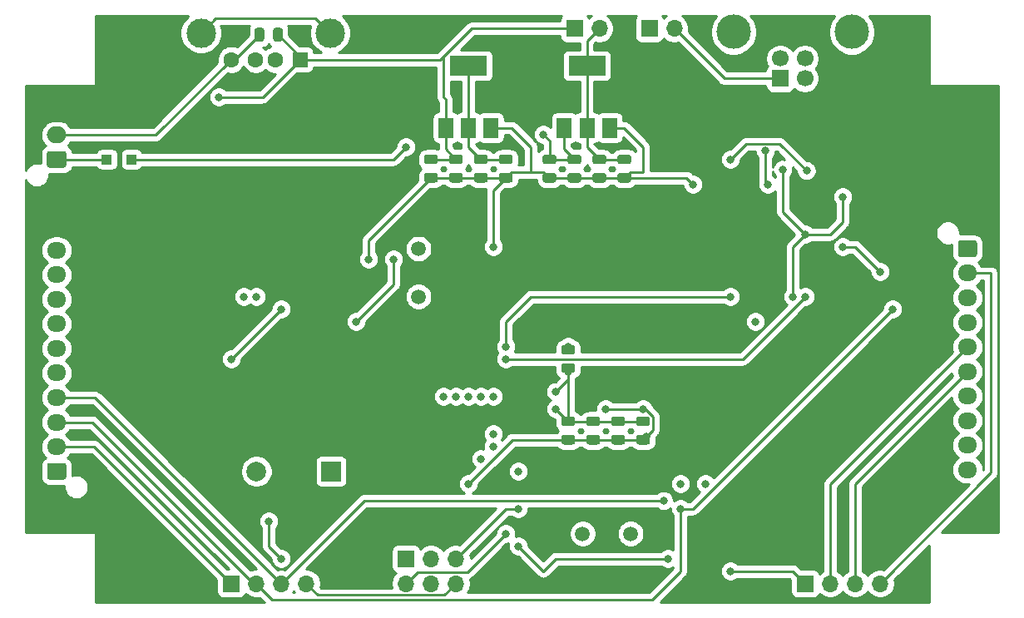
<source format=gbr>
%TF.GenerationSoftware,KiCad,Pcbnew,(5.1.6)-1*%
%TF.CreationDate,2021-07-30T14:46:14+05:30*%
%TF.ProjectId,StockPile_Final,53746f63-6b50-4696-9c65-5f46696e616c,rev?*%
%TF.SameCoordinates,Original*%
%TF.FileFunction,Copper,L4,Bot*%
%TF.FilePolarity,Positive*%
%FSLAX46Y46*%
G04 Gerber Fmt 4.6, Leading zero omitted, Abs format (unit mm)*
G04 Created by KiCad (PCBNEW (5.1.6)-1) date 2021-07-30 14:46:14*
%MOMM*%
%LPD*%
G01*
G04 APERTURE LIST*
%TA.AperFunction,ComponentPad*%
%ADD10O,1.950000X1.700000*%
%TD*%
%TA.AperFunction,ComponentPad*%
%ADD11C,1.500000*%
%TD*%
%TA.AperFunction,ComponentPad*%
%ADD12O,1.700000X1.700000*%
%TD*%
%TA.AperFunction,ComponentPad*%
%ADD13R,1.700000X1.700000*%
%TD*%
%TA.AperFunction,ComponentPad*%
%ADD14C,2.000000*%
%TD*%
%TA.AperFunction,ComponentPad*%
%ADD15R,2.000000X2.000000*%
%TD*%
%TA.AperFunction,ComponentPad*%
%ADD16O,2.000000X1.700000*%
%TD*%
%TA.AperFunction,SMDPad,CuDef*%
%ADD17R,1.000000X1.000000*%
%TD*%
%TA.AperFunction,SMDPad,CuDef*%
%ADD18R,1.500000X2.000000*%
%TD*%
%TA.AperFunction,SMDPad,CuDef*%
%ADD19R,3.800000X2.000000*%
%TD*%
%TA.AperFunction,ComponentPad*%
%ADD20C,3.500000*%
%TD*%
%TA.AperFunction,ComponentPad*%
%ADD21C,1.700000*%
%TD*%
%TA.AperFunction,ComponentPad*%
%ADD22C,1.600000*%
%TD*%
%TA.AperFunction,ComponentPad*%
%ADD23R,1.600000X1.500000*%
%TD*%
%TA.AperFunction,ComponentPad*%
%ADD24C,3.000000*%
%TD*%
%TA.AperFunction,ViaPad*%
%ADD25C,0.800000*%
%TD*%
%TA.AperFunction,Conductor*%
%ADD26C,0.250000*%
%TD*%
%TA.AperFunction,NonConductor*%
%ADD27C,0.254000*%
%TD*%
G04 APERTURE END LIST*
%TO.P,J3,1*%
%TO.N,3.3v_uC*%
%TA.AperFunction,ComponentPad*%
G36*
G01*
X99785100Y-98640000D02*
X98334900Y-98640000D01*
G75*
G02*
X98085000Y-98390100I0J249900D01*
G01*
X98085000Y-97189900D01*
G75*
G02*
X98334900Y-96940000I249900J0D01*
G01*
X99785100Y-96940000D01*
G75*
G02*
X100035000Y-97189900I0J-249900D01*
G01*
X100035000Y-98390100D01*
G75*
G02*
X99785100Y-98640000I-249900J0D01*
G01*
G37*
%TD.AperFunction*%
D10*
%TO.P,J3,2*%
%TO.N,5v_uC*%
X99060000Y-95290000D03*
%TO.P,J3,3*%
%TO.N,SCL*%
X99060000Y-92790000D03*
%TO.P,J3,4*%
%TO.N,SDA*%
X99060000Y-90290000D03*
%TO.P,J3,5*%
%TO.N,SW_5*%
X99060000Y-87790000D03*
%TO.P,J3,6*%
%TO.N,SW_4*%
X99060000Y-85290000D03*
%TO.P,J3,7*%
%TO.N,SW_3*%
X99060000Y-82790000D03*
%TO.P,J3,8*%
%TO.N,SW_2*%
X99060000Y-80290000D03*
%TO.P,J3,9*%
%TO.N,SW_1*%
X99060000Y-77790000D03*
%TO.P,J3,10*%
%TO.N,GND_uC*%
X99060000Y-75290000D03*
%TD*%
D11*
%TO.P,Y2,2*%
%TO.N,XTAL_2*%
X152600000Y-104140000D03*
%TO.P,Y2,1*%
%TO.N,XTAL_1*%
X157480000Y-104140000D03*
%TD*%
%TO.P,J10,1*%
%TO.N,5v_uC*%
%TA.AperFunction,ComponentPad*%
G36*
G01*
X191045000Y-74280000D02*
X192495000Y-74280000D01*
G75*
G02*
X192745000Y-74530000I0J-250000D01*
G01*
X192745000Y-75730000D01*
G75*
G02*
X192495000Y-75980000I-250000J0D01*
G01*
X191045000Y-75980000D01*
G75*
G02*
X190795000Y-75730000I0J250000D01*
G01*
X190795000Y-74530000D01*
G75*
G02*
X191045000Y-74280000I250000J0D01*
G01*
G37*
%TD.AperFunction*%
D10*
%TO.P,J10,2*%
%TO.N,GND_uC*%
X191770000Y-77630000D03*
%TO.P,J10,3*%
%TO.N,SCL*%
X191770000Y-80130000D03*
%TO.P,J10,4*%
%TO.N,SDA*%
X191770000Y-82630000D03*
%TO.P,J10,5*%
%TO.N,A_SCL*%
X191770000Y-85130000D03*
%TO.P,J10,6*%
%TO.N,A_SDA*%
X191770000Y-87630000D03*
%TO.P,J10,7*%
%TO.N,5v_uC*%
X191770000Y-90130000D03*
%TO.P,J10,8*%
%TO.N,Net-(J10-Pad8)*%
X191770000Y-92630000D03*
%TO.P,J10,9*%
%TO.N,Net-(J10-Pad9)*%
X191770000Y-95130000D03*
%TO.P,J10,10*%
%TO.N,Net-(J10-Pad10)*%
X191770000Y-97630000D03*
%TD*%
D12*
%TO.P,J9,6*%
%TO.N,GND_uC*%
X139700000Y-109220000D03*
%TO.P,J9,5*%
%TO.N,DTR_prg*%
X139700000Y-106680000D03*
%TO.P,J9,4*%
%TO.N,MOSI*%
X137160000Y-109220000D03*
%TO.P,J9,3*%
%TO.N,SCK*%
X137160000Y-106680000D03*
%TO.P,J9,2*%
%TO.N,5v_uC*%
X134620000Y-109220000D03*
D13*
%TO.P,J9,1*%
%TO.N,MISO*%
X134620000Y-106680000D03*
%TD*%
D12*
%TO.P,J8,4*%
%TO.N,GND_uC*%
X182880000Y-109220000D03*
%TO.P,J8,3*%
%TO.N,A_SDA*%
X180340000Y-109220000D03*
%TO.P,J8,2*%
%TO.N,A_SCL*%
X177800000Y-109220000D03*
D13*
%TO.P,J8,1*%
%TO.N,3.3v_uC*%
X175260000Y-109220000D03*
%TD*%
D12*
%TO.P,J7,4*%
%TO.N,GND_uC*%
X124460000Y-109220000D03*
%TO.P,J7,3*%
%TO.N,SDA*%
X121920000Y-109220000D03*
%TO.P,J7,2*%
%TO.N,SCL*%
X119380000Y-109220000D03*
D13*
%TO.P,J7,1*%
%TO.N,5v_uC*%
X116840000Y-109220000D03*
%TD*%
%TO.P,C26,2*%
%TO.N,GND_uC*%
%TA.AperFunction,SMDPad,CuDef*%
G36*
G01*
X151586250Y-93197500D02*
X150673750Y-93197500D01*
G75*
G02*
X150430000Y-92953750I0J243750D01*
G01*
X150430000Y-92466250D01*
G75*
G02*
X150673750Y-92222500I243750J0D01*
G01*
X151586250Y-92222500D01*
G75*
G02*
X151830000Y-92466250I0J-243750D01*
G01*
X151830000Y-92953750D01*
G75*
G02*
X151586250Y-93197500I-243750J0D01*
G01*
G37*
%TD.AperFunction*%
%TO.P,C26,1*%
%TO.N,5v_uC*%
%TA.AperFunction,SMDPad,CuDef*%
G36*
G01*
X151586250Y-95072500D02*
X150673750Y-95072500D01*
G75*
G02*
X150430000Y-94828750I0J243750D01*
G01*
X150430000Y-94341250D01*
G75*
G02*
X150673750Y-94097500I243750J0D01*
G01*
X151586250Y-94097500D01*
G75*
G02*
X151830000Y-94341250I0J-243750D01*
G01*
X151830000Y-94828750D01*
G75*
G02*
X151586250Y-95072500I-243750J0D01*
G01*
G37*
%TD.AperFunction*%
%TD*%
%TO.P,C25,2*%
%TO.N,GND_uC*%
%TA.AperFunction,SMDPad,CuDef*%
G36*
G01*
X156666250Y-93197500D02*
X155753750Y-93197500D01*
G75*
G02*
X155510000Y-92953750I0J243750D01*
G01*
X155510000Y-92466250D01*
G75*
G02*
X155753750Y-92222500I243750J0D01*
G01*
X156666250Y-92222500D01*
G75*
G02*
X156910000Y-92466250I0J-243750D01*
G01*
X156910000Y-92953750D01*
G75*
G02*
X156666250Y-93197500I-243750J0D01*
G01*
G37*
%TD.AperFunction*%
%TO.P,C25,1*%
%TO.N,5v_uC*%
%TA.AperFunction,SMDPad,CuDef*%
G36*
G01*
X156666250Y-95072500D02*
X155753750Y-95072500D01*
G75*
G02*
X155510000Y-94828750I0J243750D01*
G01*
X155510000Y-94341250D01*
G75*
G02*
X155753750Y-94097500I243750J0D01*
G01*
X156666250Y-94097500D01*
G75*
G02*
X156910000Y-94341250I0J-243750D01*
G01*
X156910000Y-94828750D01*
G75*
G02*
X156666250Y-95072500I-243750J0D01*
G01*
G37*
%TD.AperFunction*%
%TD*%
%TO.P,C24,2*%
%TO.N,GND_uC*%
%TA.AperFunction,SMDPad,CuDef*%
G36*
G01*
X159206250Y-93197500D02*
X158293750Y-93197500D01*
G75*
G02*
X158050000Y-92953750I0J243750D01*
G01*
X158050000Y-92466250D01*
G75*
G02*
X158293750Y-92222500I243750J0D01*
G01*
X159206250Y-92222500D01*
G75*
G02*
X159450000Y-92466250I0J-243750D01*
G01*
X159450000Y-92953750D01*
G75*
G02*
X159206250Y-93197500I-243750J0D01*
G01*
G37*
%TD.AperFunction*%
%TO.P,C24,1*%
%TO.N,5v_uC*%
%TA.AperFunction,SMDPad,CuDef*%
G36*
G01*
X159206250Y-95072500D02*
X158293750Y-95072500D01*
G75*
G02*
X158050000Y-94828750I0J243750D01*
G01*
X158050000Y-94341250D01*
G75*
G02*
X158293750Y-94097500I243750J0D01*
G01*
X159206250Y-94097500D01*
G75*
G02*
X159450000Y-94341250I0J-243750D01*
G01*
X159450000Y-94828750D01*
G75*
G02*
X159206250Y-95072500I-243750J0D01*
G01*
G37*
%TD.AperFunction*%
%TD*%
%TO.P,C23,2*%
%TO.N,GND_uC*%
%TA.AperFunction,SMDPad,CuDef*%
G36*
G01*
X154126250Y-93197500D02*
X153213750Y-93197500D01*
G75*
G02*
X152970000Y-92953750I0J243750D01*
G01*
X152970000Y-92466250D01*
G75*
G02*
X153213750Y-92222500I243750J0D01*
G01*
X154126250Y-92222500D01*
G75*
G02*
X154370000Y-92466250I0J-243750D01*
G01*
X154370000Y-92953750D01*
G75*
G02*
X154126250Y-93197500I-243750J0D01*
G01*
G37*
%TD.AperFunction*%
%TO.P,C23,1*%
%TO.N,5v_uC*%
%TA.AperFunction,SMDPad,CuDef*%
G36*
G01*
X154126250Y-95072500D02*
X153213750Y-95072500D01*
G75*
G02*
X152970000Y-94828750I0J243750D01*
G01*
X152970000Y-94341250D01*
G75*
G02*
X153213750Y-94097500I243750J0D01*
G01*
X154126250Y-94097500D01*
G75*
G02*
X154370000Y-94341250I0J-243750D01*
G01*
X154370000Y-94828750D01*
G75*
G02*
X154126250Y-95072500I-243750J0D01*
G01*
G37*
%TD.AperFunction*%
%TD*%
%TO.P,C20,2*%
%TO.N,GND_uC*%
%TA.AperFunction,SMDPad,CuDef*%
G36*
G01*
X150673750Y-86810000D02*
X151586250Y-86810000D01*
G75*
G02*
X151830000Y-87053750I0J-243750D01*
G01*
X151830000Y-87541250D01*
G75*
G02*
X151586250Y-87785000I-243750J0D01*
G01*
X150673750Y-87785000D01*
G75*
G02*
X150430000Y-87541250I0J243750D01*
G01*
X150430000Y-87053750D01*
G75*
G02*
X150673750Y-86810000I243750J0D01*
G01*
G37*
%TD.AperFunction*%
%TO.P,C20,1*%
%TO.N,Net-(C20-Pad1)*%
%TA.AperFunction,SMDPad,CuDef*%
G36*
G01*
X150673750Y-84935000D02*
X151586250Y-84935000D01*
G75*
G02*
X151830000Y-85178750I0J-243750D01*
G01*
X151830000Y-85666250D01*
G75*
G02*
X151586250Y-85910000I-243750J0D01*
G01*
X150673750Y-85910000D01*
G75*
G02*
X150430000Y-85666250I0J243750D01*
G01*
X150430000Y-85178750D01*
G75*
G02*
X150673750Y-84935000I243750J0D01*
G01*
G37*
%TD.AperFunction*%
%TD*%
D14*
%TO.P,BZ1,2*%
%TO.N,Net-(BZ1-Pad2)*%
X119400000Y-97790000D03*
D15*
%TO.P,BZ1,1*%
%TO.N,Buzzer*%
X127000000Y-97790000D03*
%TD*%
D11*
%TO.P,Y1,2*%
%TO.N,XO*%
X135890000Y-75130000D03*
%TO.P,Y1,1*%
%TO.N,XI*%
X135890000Y-80010000D03*
%TD*%
%TO.P,C14,2*%
%TO.N,GND_USB*%
%TA.AperFunction,SMDPad,CuDef*%
G36*
G01*
X120200000Y-52883750D02*
X120200000Y-53796250D01*
G75*
G02*
X119956250Y-54040000I-243750J0D01*
G01*
X119468750Y-54040000D01*
G75*
G02*
X119225000Y-53796250I0J243750D01*
G01*
X119225000Y-52883750D01*
G75*
G02*
X119468750Y-52640000I243750J0D01*
G01*
X119956250Y-52640000D01*
G75*
G02*
X120200000Y-52883750I0J-243750D01*
G01*
G37*
%TD.AperFunction*%
%TO.P,C14,1*%
%TO.N,5V*%
%TA.AperFunction,SMDPad,CuDef*%
G36*
G01*
X122075000Y-52883750D02*
X122075000Y-53796250D01*
G75*
G02*
X121831250Y-54040000I-243750J0D01*
G01*
X121343750Y-54040000D01*
G75*
G02*
X121100000Y-53796250I0J243750D01*
G01*
X121100000Y-52883750D01*
G75*
G02*
X121343750Y-52640000I243750J0D01*
G01*
X121831250Y-52640000D01*
G75*
G02*
X122075000Y-52883750I0J-243750D01*
G01*
G37*
%TD.AperFunction*%
%TD*%
D12*
%TO.P,J6,2*%
%TO.N,Net-(J2-Pad1)*%
X161925000Y-52705000D03*
D13*
%TO.P,J6,1*%
%TO.N,5V*%
X159385000Y-52705000D03*
%TD*%
D12*
%TO.P,J5,2*%
%TO.N,Net-(C5-Pad2)*%
X154305000Y-52705000D03*
D13*
%TO.P,J5,1*%
%TO.N,5V*%
X151765000Y-52705000D03*
%TD*%
%TO.P,J4,1*%
%TO.N,Net-(D1-Pad1)*%
%TA.AperFunction,ComponentPad*%
G36*
G01*
X99810000Y-66890000D02*
X98310000Y-66890000D01*
G75*
G02*
X98060000Y-66640000I0J250000D01*
G01*
X98060000Y-65440000D01*
G75*
G02*
X98310000Y-65190000I250000J0D01*
G01*
X99810000Y-65190000D01*
G75*
G02*
X100060000Y-65440000I0J-250000D01*
G01*
X100060000Y-66640000D01*
G75*
G02*
X99810000Y-66890000I-250000J0D01*
G01*
G37*
%TD.AperFunction*%
D16*
%TO.P,J4,2*%
%TO.N,GND_USB*%
X99060000Y-63540000D03*
%TD*%
D17*
%TO.P,D1,2*%
%TO.N,9V*%
X106680000Y-66040000D03*
%TO.P,D1,1*%
%TO.N,Net-(D1-Pad1)*%
X104180000Y-66040000D03*
%TD*%
%TO.P,C8,2*%
%TO.N,3.3V*%
%TA.AperFunction,SMDPad,CuDef*%
G36*
G01*
X145236250Y-66527500D02*
X144323750Y-66527500D01*
G75*
G02*
X144080000Y-66283750I0J243750D01*
G01*
X144080000Y-65796250D01*
G75*
G02*
X144323750Y-65552500I243750J0D01*
G01*
X145236250Y-65552500D01*
G75*
G02*
X145480000Y-65796250I0J-243750D01*
G01*
X145480000Y-66283750D01*
G75*
G02*
X145236250Y-66527500I-243750J0D01*
G01*
G37*
%TD.AperFunction*%
%TO.P,C8,1*%
%TO.N,GND_USB*%
%TA.AperFunction,SMDPad,CuDef*%
G36*
G01*
X145236250Y-68402500D02*
X144323750Y-68402500D01*
G75*
G02*
X144080000Y-68158750I0J243750D01*
G01*
X144080000Y-67671250D01*
G75*
G02*
X144323750Y-67427500I243750J0D01*
G01*
X145236250Y-67427500D01*
G75*
G02*
X145480000Y-67671250I0J-243750D01*
G01*
X145480000Y-68158750D01*
G75*
G02*
X145236250Y-68402500I-243750J0D01*
G01*
G37*
%TD.AperFunction*%
%TD*%
%TO.P,C7,2*%
%TO.N,Net-(C5-Pad2)*%
%TA.AperFunction,SMDPad,CuDef*%
G36*
G01*
X157301250Y-66527500D02*
X156388750Y-66527500D01*
G75*
G02*
X156145000Y-66283750I0J243750D01*
G01*
X156145000Y-65796250D01*
G75*
G02*
X156388750Y-65552500I243750J0D01*
G01*
X157301250Y-65552500D01*
G75*
G02*
X157545000Y-65796250I0J-243750D01*
G01*
X157545000Y-66283750D01*
G75*
G02*
X157301250Y-66527500I-243750J0D01*
G01*
G37*
%TD.AperFunction*%
%TO.P,C7,1*%
%TO.N,GND_USB*%
%TA.AperFunction,SMDPad,CuDef*%
G36*
G01*
X157301250Y-68402500D02*
X156388750Y-68402500D01*
G75*
G02*
X156145000Y-68158750I0J243750D01*
G01*
X156145000Y-67671250D01*
G75*
G02*
X156388750Y-67427500I243750J0D01*
G01*
X157301250Y-67427500D01*
G75*
G02*
X157545000Y-67671250I0J-243750D01*
G01*
X157545000Y-68158750D01*
G75*
G02*
X157301250Y-68402500I-243750J0D01*
G01*
G37*
%TD.AperFunction*%
%TD*%
%TO.P,C6,2*%
%TO.N,3.3V*%
%TA.AperFunction,SMDPad,CuDef*%
G36*
G01*
X142696250Y-66527500D02*
X141783750Y-66527500D01*
G75*
G02*
X141540000Y-66283750I0J243750D01*
G01*
X141540000Y-65796250D01*
G75*
G02*
X141783750Y-65552500I243750J0D01*
G01*
X142696250Y-65552500D01*
G75*
G02*
X142940000Y-65796250I0J-243750D01*
G01*
X142940000Y-66283750D01*
G75*
G02*
X142696250Y-66527500I-243750J0D01*
G01*
G37*
%TD.AperFunction*%
%TO.P,C6,1*%
%TO.N,GND_USB*%
%TA.AperFunction,SMDPad,CuDef*%
G36*
G01*
X142696250Y-68402500D02*
X141783750Y-68402500D01*
G75*
G02*
X141540000Y-68158750I0J243750D01*
G01*
X141540000Y-67671250D01*
G75*
G02*
X141783750Y-67427500I243750J0D01*
G01*
X142696250Y-67427500D01*
G75*
G02*
X142940000Y-67671250I0J-243750D01*
G01*
X142940000Y-68158750D01*
G75*
G02*
X142696250Y-68402500I-243750J0D01*
G01*
G37*
%TD.AperFunction*%
%TD*%
%TO.P,C5,2*%
%TO.N,Net-(C5-Pad2)*%
%TA.AperFunction,SMDPad,CuDef*%
G36*
G01*
X154761250Y-66527500D02*
X153848750Y-66527500D01*
G75*
G02*
X153605000Y-66283750I0J243750D01*
G01*
X153605000Y-65796250D01*
G75*
G02*
X153848750Y-65552500I243750J0D01*
G01*
X154761250Y-65552500D01*
G75*
G02*
X155005000Y-65796250I0J-243750D01*
G01*
X155005000Y-66283750D01*
G75*
G02*
X154761250Y-66527500I-243750J0D01*
G01*
G37*
%TD.AperFunction*%
%TO.P,C5,1*%
%TO.N,GND_USB*%
%TA.AperFunction,SMDPad,CuDef*%
G36*
G01*
X154761250Y-68402500D02*
X153848750Y-68402500D01*
G75*
G02*
X153605000Y-68158750I0J243750D01*
G01*
X153605000Y-67671250D01*
G75*
G02*
X153848750Y-67427500I243750J0D01*
G01*
X154761250Y-67427500D01*
G75*
G02*
X155005000Y-67671250I0J-243750D01*
G01*
X155005000Y-68158750D01*
G75*
G02*
X154761250Y-68402500I-243750J0D01*
G01*
G37*
%TD.AperFunction*%
%TD*%
%TO.P,C4,2*%
%TO.N,GND_USB*%
%TA.AperFunction,SMDPad,CuDef*%
G36*
G01*
X139243750Y-67427500D02*
X140156250Y-67427500D01*
G75*
G02*
X140400000Y-67671250I0J-243750D01*
G01*
X140400000Y-68158750D01*
G75*
G02*
X140156250Y-68402500I-243750J0D01*
G01*
X139243750Y-68402500D01*
G75*
G02*
X139000000Y-68158750I0J243750D01*
G01*
X139000000Y-67671250D01*
G75*
G02*
X139243750Y-67427500I243750J0D01*
G01*
G37*
%TD.AperFunction*%
%TO.P,C4,1*%
%TO.N,5V*%
%TA.AperFunction,SMDPad,CuDef*%
G36*
G01*
X139243750Y-65552500D02*
X140156250Y-65552500D01*
G75*
G02*
X140400000Y-65796250I0J-243750D01*
G01*
X140400000Y-66283750D01*
G75*
G02*
X140156250Y-66527500I-243750J0D01*
G01*
X139243750Y-66527500D01*
G75*
G02*
X139000000Y-66283750I0J243750D01*
G01*
X139000000Y-65796250D01*
G75*
G02*
X139243750Y-65552500I243750J0D01*
G01*
G37*
%TD.AperFunction*%
%TD*%
%TO.P,C3,2*%
%TO.N,GND_USB*%
%TA.AperFunction,SMDPad,CuDef*%
G36*
G01*
X151308750Y-67427500D02*
X152221250Y-67427500D01*
G75*
G02*
X152465000Y-67671250I0J-243750D01*
G01*
X152465000Y-68158750D01*
G75*
G02*
X152221250Y-68402500I-243750J0D01*
G01*
X151308750Y-68402500D01*
G75*
G02*
X151065000Y-68158750I0J243750D01*
G01*
X151065000Y-67671250D01*
G75*
G02*
X151308750Y-67427500I243750J0D01*
G01*
G37*
%TD.AperFunction*%
%TO.P,C3,1*%
%TO.N,9V*%
%TA.AperFunction,SMDPad,CuDef*%
G36*
G01*
X151308750Y-65552500D02*
X152221250Y-65552500D01*
G75*
G02*
X152465000Y-65796250I0J-243750D01*
G01*
X152465000Y-66283750D01*
G75*
G02*
X152221250Y-66527500I-243750J0D01*
G01*
X151308750Y-66527500D01*
G75*
G02*
X151065000Y-66283750I0J243750D01*
G01*
X151065000Y-65796250D01*
G75*
G02*
X151308750Y-65552500I243750J0D01*
G01*
G37*
%TD.AperFunction*%
%TD*%
%TO.P,C2,2*%
%TO.N,GND_USB*%
%TA.AperFunction,SMDPad,CuDef*%
G36*
G01*
X136703750Y-67427500D02*
X137616250Y-67427500D01*
G75*
G02*
X137860000Y-67671250I0J-243750D01*
G01*
X137860000Y-68158750D01*
G75*
G02*
X137616250Y-68402500I-243750J0D01*
G01*
X136703750Y-68402500D01*
G75*
G02*
X136460000Y-68158750I0J243750D01*
G01*
X136460000Y-67671250D01*
G75*
G02*
X136703750Y-67427500I243750J0D01*
G01*
G37*
%TD.AperFunction*%
%TO.P,C2,1*%
%TO.N,5V*%
%TA.AperFunction,SMDPad,CuDef*%
G36*
G01*
X136703750Y-65552500D02*
X137616250Y-65552500D01*
G75*
G02*
X137860000Y-65796250I0J-243750D01*
G01*
X137860000Y-66283750D01*
G75*
G02*
X137616250Y-66527500I-243750J0D01*
G01*
X136703750Y-66527500D01*
G75*
G02*
X136460000Y-66283750I0J243750D01*
G01*
X136460000Y-65796250D01*
G75*
G02*
X136703750Y-65552500I243750J0D01*
G01*
G37*
%TD.AperFunction*%
%TD*%
%TO.P,C1,2*%
%TO.N,GND_USB*%
%TA.AperFunction,SMDPad,CuDef*%
G36*
G01*
X148768750Y-67427500D02*
X149681250Y-67427500D01*
G75*
G02*
X149925000Y-67671250I0J-243750D01*
G01*
X149925000Y-68158750D01*
G75*
G02*
X149681250Y-68402500I-243750J0D01*
G01*
X148768750Y-68402500D01*
G75*
G02*
X148525000Y-68158750I0J243750D01*
G01*
X148525000Y-67671250D01*
G75*
G02*
X148768750Y-67427500I243750J0D01*
G01*
G37*
%TD.AperFunction*%
%TO.P,C1,1*%
%TO.N,9V*%
%TA.AperFunction,SMDPad,CuDef*%
G36*
G01*
X148768750Y-65552500D02*
X149681250Y-65552500D01*
G75*
G02*
X149925000Y-65796250I0J-243750D01*
G01*
X149925000Y-66283750D01*
G75*
G02*
X149681250Y-66527500I-243750J0D01*
G01*
X148768750Y-66527500D01*
G75*
G02*
X148525000Y-66283750I0J243750D01*
G01*
X148525000Y-65796250D01*
G75*
G02*
X148768750Y-65552500I243750J0D01*
G01*
G37*
%TD.AperFunction*%
%TD*%
D18*
%TO.P,U3,1*%
%TO.N,GND_USB*%
X143270000Y-62815000D03*
%TO.P,U3,3*%
%TO.N,5V*%
X138670000Y-62815000D03*
%TO.P,U3,2*%
%TO.N,3.3V*%
X140970000Y-62815000D03*
D19*
X140970000Y-56515000D03*
%TD*%
D18*
%TO.P,U2,1*%
%TO.N,GND_USB*%
X155335000Y-62815000D03*
%TO.P,U2,3*%
%TO.N,9V*%
X150735000Y-62815000D03*
%TO.P,U2,2*%
%TO.N,Net-(C5-Pad2)*%
X153035000Y-62815000D03*
D19*
X153035000Y-56515000D03*
%TD*%
D20*
%TO.P,J2,5*%
%TO.N,Net-(J2-Pad5)*%
X179990000Y-53075000D03*
X167950000Y-53075000D03*
D21*
%TO.P,J2,4*%
%TO.N,GND_USB*%
X172720000Y-55785000D03*
%TO.P,J2,3*%
%TO.N,D+*%
X175220000Y-55785000D03*
%TO.P,J2,2*%
%TO.N,D-*%
X175220000Y-57785000D03*
D13*
%TO.P,J2,1*%
%TO.N,Net-(J2-Pad1)*%
X172720000Y-57785000D03*
%TD*%
D22*
%TO.P,J1,4*%
%TO.N,GND_USB*%
X116825000Y-55880000D03*
%TO.P,J1,3*%
%TO.N,USB_D+*%
X119325000Y-55880000D03*
%TO.P,J1,2*%
%TO.N,USB_D-*%
X121325000Y-55880000D03*
D23*
%TO.P,J1,1*%
%TO.N,5V*%
X123825000Y-55880000D03*
D24*
%TO.P,J1,5*%
%TO.N,Net-(J1-Pad5)*%
X113755000Y-53170000D03*
X126895000Y-53170000D03*
%TD*%
D25*
%TO.N,9V*%
X134620000Y-64770000D03*
X148590000Y-63500000D03*
%TO.N,5V*%
X115570000Y-59690000D03*
X173990000Y-80010000D03*
X175260000Y-73660000D03*
X172974000Y-67056000D03*
X179070000Y-69850000D03*
%TO.N,3.3V*%
X140970000Y-56515000D03*
X142240000Y-66040000D03*
X133350000Y-76200000D03*
X129540000Y-82550000D03*
%TO.N,GND_USB*%
X116840000Y-86360000D03*
X143510000Y-62230000D03*
X163830000Y-68580000D03*
X171450000Y-68580000D03*
X171196000Y-65181000D03*
X130810000Y-76200000D03*
X143510000Y-74930000D03*
X121920000Y-81280000D03*
%TO.N,3.3V_out*%
X167640000Y-66040000D03*
X175387000Y-67183000D03*
%TO.N,DTR_prg*%
X146050000Y-101600000D03*
X146050000Y-97790000D03*
X170180000Y-82550000D03*
%TO.N,/USB_Programmer/RXD_led*%
X182880000Y-77470000D03*
X179070000Y-74930000D03*
%TO.N,RXD_prg*%
X144780000Y-86360000D03*
X175260000Y-80010000D03*
%TO.N,GND_uC*%
X151130000Y-87630000D03*
X158750000Y-92710000D03*
X149860000Y-89679298D03*
X149860000Y-91440000D03*
X120650000Y-102870000D03*
X121920000Y-106680000D03*
%TO.N,Net-(C20-Pad1)*%
X151130000Y-85090000D03*
%TO.N,5v_uC*%
X154940000Y-91440000D03*
X158750000Y-91440000D03*
X159052500Y-94282500D03*
X140970000Y-99060000D03*
X144780000Y-104140000D03*
%TO.N,3.3v_uC*%
X146050000Y-105410000D03*
X161290000Y-106680000D03*
X167640000Y-107950000D03*
%TO.N,SW_5*%
X138430000Y-90170000D03*
%TO.N,SW_4*%
X139700000Y-90170000D03*
%TO.N,SW_3*%
X140970000Y-90170000D03*
%TO.N,SW_2*%
X142240000Y-90170000D03*
%TO.N,SW_1*%
X143510000Y-90170000D03*
%TO.N,SDA*%
X160839991Y-100780009D03*
%TO.N,SCL*%
X162560000Y-101600000D03*
X184150000Y-81280000D03*
%TO.N,MOSI*%
X143510000Y-95250000D03*
%TO.N,SCK*%
X143510000Y-93980000D03*
%TO.N,MISO*%
X142240000Y-96520000D03*
%TO.N,RX_0*%
X144780000Y-85090000D03*
X167640000Y-80010000D03*
%TO.N,RX_1*%
X118110000Y-80010000D03*
X165100000Y-99060000D03*
%TO.N,RXD1_usb*%
X119380000Y-80010000D03*
X162560000Y-99060000D03*
%TD*%
D26*
%TO.N,Net-(J1-Pad5)*%
X125395001Y-51670001D02*
X126895000Y-53170000D01*
X115254999Y-51670001D02*
X125395001Y-51670001D01*
X113755000Y-53170000D02*
X115254999Y-51670001D01*
%TO.N,Net-(J2-Pad1)*%
X167005000Y-57785000D02*
X172720000Y-57785000D01*
X161925000Y-52705000D02*
X167005000Y-57785000D01*
%TO.N,Net-(D1-Pad1)*%
X99060000Y-66040000D02*
X104180000Y-66040000D01*
%TO.N,9V*%
X150735000Y-65010000D02*
X151765000Y-66040000D01*
X150735000Y-62815000D02*
X150735000Y-65010000D01*
X151765000Y-66040000D02*
X149225000Y-66040000D01*
X149225000Y-66040000D02*
X149225000Y-65405000D01*
X106680000Y-66040000D02*
X133350000Y-66040000D01*
X133350000Y-66040000D02*
X134620000Y-64770000D01*
X134620000Y-64770000D02*
X134620000Y-64770000D01*
X149225000Y-65405000D02*
X149225000Y-64135000D01*
X149225000Y-64135000D02*
X148590000Y-63500000D01*
X148590000Y-63500000D02*
X148590000Y-63500000D01*
%TO.N,5V*%
X138670000Y-65010000D02*
X139700000Y-66040000D01*
X138670000Y-62815000D02*
X138670000Y-65010000D01*
X139700000Y-66040000D02*
X137160000Y-66040000D01*
X123825000Y-55577500D02*
X123825000Y-55880000D01*
X121587500Y-53340000D02*
X123825000Y-55577500D01*
X138670000Y-62815000D02*
X138670000Y-59930000D01*
X138670000Y-59930000D02*
X138430000Y-59690000D01*
X141294998Y-52705000D02*
X151765000Y-52705000D01*
X138430000Y-55569998D02*
X141294998Y-52705000D01*
X138430000Y-59690000D02*
X138430000Y-55569998D01*
X138119998Y-55880000D02*
X138430000Y-55569998D01*
X123825000Y-55880000D02*
X138119998Y-55880000D01*
X120015000Y-59690000D02*
X123825000Y-55880000D01*
X115570000Y-59690000D02*
X120015000Y-59690000D01*
X173990000Y-80010000D02*
X173990000Y-74930000D01*
X173990000Y-74930000D02*
X175260000Y-73660000D01*
X175260000Y-73660000D02*
X175260000Y-73660000D01*
X172974000Y-67056000D02*
X172974000Y-71374000D01*
X172974000Y-71374000D02*
X175260000Y-73660000D01*
X175260000Y-73660000D02*
X177800000Y-73660000D01*
X177800000Y-73660000D02*
X179070000Y-72390000D01*
X179070000Y-72390000D02*
X179070000Y-69850000D01*
X179070000Y-69850000D02*
X179070000Y-69850000D01*
%TO.N,Net-(C5-Pad2)*%
X153035000Y-64770000D02*
X154305000Y-66040000D01*
X153035000Y-62815000D02*
X153035000Y-64770000D01*
X154305000Y-66040000D02*
X156845000Y-66040000D01*
X153035000Y-62815000D02*
X153035000Y-56515000D01*
X153035000Y-53975000D02*
X154305000Y-52705000D01*
X153035000Y-56515000D02*
X153035000Y-53975000D01*
%TO.N,3.3V*%
X140970000Y-64770000D02*
X142240000Y-66040000D01*
X140970000Y-62815000D02*
X140970000Y-64770000D01*
X142240000Y-66040000D02*
X144780000Y-66040000D01*
X140970000Y-62815000D02*
X140970000Y-56515000D01*
X142240000Y-66040000D02*
X142240000Y-66040000D01*
X133350000Y-76200000D02*
X133350000Y-78740000D01*
X133350000Y-78740000D02*
X129540000Y-82550000D01*
X129540000Y-82550000D02*
X129540000Y-82550000D01*
%TO.N,GND_USB*%
X143270000Y-62815000D02*
X145365000Y-62815000D01*
X145365000Y-62815000D02*
X147320000Y-64770000D01*
X147320000Y-64770000D02*
X147320000Y-67310000D01*
X145385000Y-67310000D02*
X144780000Y-67915000D01*
X147320000Y-67310000D02*
X145385000Y-67310000D01*
X144780000Y-67915000D02*
X142240000Y-67915000D01*
X142240000Y-67915000D02*
X139700000Y-67915000D01*
X139700000Y-67915000D02*
X137160000Y-67915000D01*
X148620000Y-67310000D02*
X149225000Y-67915000D01*
X147320000Y-67310000D02*
X148620000Y-67310000D01*
X149225000Y-67915000D02*
X151765000Y-67915000D01*
X151765000Y-67915000D02*
X154305000Y-67915000D01*
X154305000Y-67915000D02*
X156845000Y-67915000D01*
X157450000Y-67310000D02*
X156845000Y-67915000D01*
X158750000Y-67310000D02*
X157450000Y-67310000D01*
X155335000Y-62815000D02*
X156795000Y-62815000D01*
X158750000Y-64770000D02*
X158750000Y-67310000D01*
X156795000Y-62815000D02*
X158750000Y-64770000D01*
X117172500Y-55880000D02*
X116825000Y-55880000D01*
X119712500Y-53340000D02*
X117172500Y-55880000D01*
X156845000Y-67915000D02*
X163165000Y-67915000D01*
X163165000Y-67915000D02*
X163830000Y-68580000D01*
X163830000Y-68580000D02*
X163830000Y-68580000D01*
X171196000Y-68326000D02*
X171450000Y-68580000D01*
X171196000Y-65181000D02*
X171196000Y-68326000D01*
X130810000Y-74265000D02*
X137160000Y-67915000D01*
X130810000Y-76200000D02*
X130810000Y-74265000D01*
X143510000Y-69185000D02*
X144780000Y-67915000D01*
X143510000Y-74930000D02*
X143510000Y-69185000D01*
X109165000Y-63540000D02*
X116825000Y-55880000D01*
X99060000Y-63540000D02*
X109165000Y-63540000D01*
X121920000Y-81280000D02*
X117565001Y-85634999D01*
X117565001Y-85634999D02*
X116840000Y-86360000D01*
%TO.N,3.3V_out*%
X172659999Y-64455999D02*
X169224001Y-64455999D01*
X175387000Y-67183000D02*
X172659999Y-64455999D01*
X169224001Y-64455999D02*
X167640000Y-66040000D01*
%TO.N,DTR_prg*%
X144780000Y-101600000D02*
X139700000Y-106680000D01*
X146050000Y-101600000D02*
X144780000Y-101600000D01*
%TO.N,/USB_Programmer/RXD_led*%
X179070000Y-74930000D02*
X180340000Y-74930000D01*
X180340000Y-74930000D02*
X182880000Y-77470000D01*
%TO.N,RXD_prg*%
X168910000Y-86360000D02*
X175260000Y-80010000D01*
X144780000Y-86360000D02*
X168910000Y-86360000D01*
%TO.N,GND_uC*%
X191770000Y-77630000D02*
X194150000Y-77630000D01*
X194150000Y-97950000D02*
X182880000Y-109220000D01*
X194150000Y-77630000D02*
X194150000Y-97950000D01*
X158750000Y-92710000D02*
X158750000Y-92710000D01*
X156210000Y-92710000D02*
X153670000Y-92710000D01*
X153670000Y-92710000D02*
X151130000Y-92710000D01*
X151130000Y-87297500D02*
X151130000Y-87630000D01*
X151130000Y-87630000D02*
X151130000Y-92710000D01*
X158750000Y-92710000D02*
X156210000Y-92710000D01*
X151130000Y-88409298D02*
X149860000Y-89679298D01*
X151130000Y-87297500D02*
X151130000Y-88409298D01*
X138524999Y-110395001D02*
X139700000Y-109220000D01*
X125635001Y-110395001D02*
X138524999Y-110395001D01*
X124460000Y-109220000D02*
X125635001Y-110395001D01*
X151130000Y-92710000D02*
X149860000Y-91440000D01*
X149860000Y-91440000D02*
X149860000Y-91440000D01*
X120650000Y-102870000D02*
X120650000Y-105410000D01*
X120650000Y-105410000D02*
X121920000Y-106680000D01*
X121920000Y-106680000D02*
X121920000Y-106680000D01*
%TO.N,5v_uC*%
X151130000Y-94585000D02*
X153670000Y-94585000D01*
X153670000Y-94585000D02*
X156210000Y-94585000D01*
X156210000Y-94585000D02*
X158750000Y-94585000D01*
X158984350Y-91440000D02*
X158750000Y-91440000D01*
X159775010Y-93559990D02*
X159775010Y-92230660D01*
X159775010Y-92230660D02*
X158984350Y-91440000D01*
X158750000Y-94585000D02*
X159052500Y-94282500D01*
X158750000Y-91440000D02*
X154940000Y-91440000D01*
X159052500Y-94282500D02*
X159775010Y-93559990D01*
X102910000Y-95290000D02*
X116840000Y-109220000D01*
X99060000Y-95290000D02*
X102910000Y-95290000D01*
X145445000Y-94585000D02*
X140970000Y-99060000D01*
X151130000Y-94585000D02*
X145445000Y-94585000D01*
X135795001Y-108044999D02*
X140875001Y-108044999D01*
X134620000Y-109220000D02*
X135795001Y-108044999D01*
X140875001Y-108044999D02*
X144780000Y-104140000D01*
%TO.N,3.3v_uC*%
X146050000Y-105410000D02*
X148590000Y-107950000D01*
X148590000Y-107950000D02*
X149860000Y-106680000D01*
X149860000Y-106680000D02*
X161290000Y-106680000D01*
X161290000Y-106680000D02*
X161290000Y-106680000D01*
X173990000Y-107950000D02*
X175260000Y-109220000D01*
X167640000Y-107950000D02*
X173990000Y-107950000D01*
%TO.N,SDA*%
X102990000Y-90290000D02*
X121920000Y-109220000D01*
X99060000Y-90290000D02*
X102990000Y-90290000D01*
X130359991Y-100780009D02*
X160839991Y-100780009D01*
X121920000Y-109220000D02*
X130359991Y-100780009D01*
%TO.N,SCL*%
X119125002Y-109220000D02*
X119380000Y-109220000D01*
X102695002Y-92790000D02*
X119125002Y-109220000D01*
X99060000Y-92790000D02*
X102695002Y-92790000D01*
X162560000Y-101600000D02*
X163830000Y-101600000D01*
X163830000Y-101600000D02*
X184150000Y-81280000D01*
X121005010Y-110845010D02*
X159664990Y-110845010D01*
X119380000Y-109220000D02*
X121005010Y-110845010D01*
X162560000Y-107950000D02*
X162560000Y-101600000D01*
X159664990Y-110845010D02*
X162560000Y-107950000D01*
%TO.N,A_SDA*%
X180340000Y-99060000D02*
X191770000Y-87630000D01*
X180340000Y-109220000D02*
X180340000Y-99060000D01*
%TO.N,A_SCL*%
X177800000Y-99100000D02*
X191770000Y-85130000D01*
X177800000Y-109220000D02*
X177800000Y-99100000D01*
%TO.N,RX_0*%
X147320000Y-80010000D02*
X167640000Y-80010000D01*
X144780000Y-85090000D02*
X144780000Y-82550000D01*
X144780000Y-82550000D02*
X147320000Y-80010000D01*
%TD*%
D27*
G36*
X158004463Y-51500506D02*
G01*
X157945498Y-51610820D01*
X157909188Y-51730518D01*
X157896928Y-51855000D01*
X157896928Y-53555000D01*
X157909188Y-53679482D01*
X157945498Y-53799180D01*
X158004463Y-53909494D01*
X158083815Y-54006185D01*
X158180506Y-54085537D01*
X158290820Y-54144502D01*
X158410518Y-54180812D01*
X158535000Y-54193072D01*
X160235000Y-54193072D01*
X160359482Y-54180812D01*
X160479180Y-54144502D01*
X160589494Y-54085537D01*
X160686185Y-54006185D01*
X160765537Y-53909494D01*
X160824502Y-53799180D01*
X160846513Y-53726620D01*
X160978368Y-53858475D01*
X161221589Y-54020990D01*
X161491842Y-54132932D01*
X161778740Y-54190000D01*
X162071260Y-54190000D01*
X162291408Y-54146209D01*
X166441201Y-58296003D01*
X166464999Y-58325001D01*
X166493997Y-58348799D01*
X166580723Y-58419974D01*
X166708759Y-58488411D01*
X166712753Y-58490546D01*
X166856014Y-58534003D01*
X166967667Y-58545000D01*
X166967677Y-58545000D01*
X167005000Y-58548676D01*
X167042323Y-58545000D01*
X171231928Y-58545000D01*
X171231928Y-58635000D01*
X171244188Y-58759482D01*
X171280498Y-58879180D01*
X171339463Y-58989494D01*
X171418815Y-59086185D01*
X171515506Y-59165537D01*
X171625820Y-59224502D01*
X171745518Y-59260812D01*
X171870000Y-59273072D01*
X173570000Y-59273072D01*
X173694482Y-59260812D01*
X173814180Y-59224502D01*
X173924494Y-59165537D01*
X174021185Y-59086185D01*
X174100537Y-58989494D01*
X174159502Y-58879180D01*
X174172203Y-58837310D01*
X174273368Y-58938475D01*
X174516589Y-59100990D01*
X174786842Y-59212932D01*
X175073740Y-59270000D01*
X175366260Y-59270000D01*
X175653158Y-59212932D01*
X175923411Y-59100990D01*
X176166632Y-58938475D01*
X176373475Y-58731632D01*
X176535990Y-58488411D01*
X176647932Y-58218158D01*
X176705000Y-57931260D01*
X176705000Y-57638740D01*
X176647932Y-57351842D01*
X176535990Y-57081589D01*
X176373475Y-56838368D01*
X176320107Y-56785000D01*
X176373475Y-56731632D01*
X176535990Y-56488411D01*
X176647932Y-56218158D01*
X176705000Y-55931260D01*
X176705000Y-55638740D01*
X176647932Y-55351842D01*
X176535990Y-55081589D01*
X176373475Y-54838368D01*
X176166632Y-54631525D01*
X175923411Y-54469010D01*
X175653158Y-54357068D01*
X175366260Y-54300000D01*
X175073740Y-54300000D01*
X174786842Y-54357068D01*
X174516589Y-54469010D01*
X174273368Y-54631525D01*
X174066525Y-54838368D01*
X173970000Y-54982828D01*
X173873475Y-54838368D01*
X173666632Y-54631525D01*
X173423411Y-54469010D01*
X173153158Y-54357068D01*
X172866260Y-54300000D01*
X172573740Y-54300000D01*
X172286842Y-54357068D01*
X172016589Y-54469010D01*
X171773368Y-54631525D01*
X171566525Y-54838368D01*
X171404010Y-55081589D01*
X171292068Y-55351842D01*
X171235000Y-55638740D01*
X171235000Y-55931260D01*
X171292068Y-56218158D01*
X171404010Y-56488411D01*
X171408962Y-56495822D01*
X171339463Y-56580506D01*
X171280498Y-56690820D01*
X171244188Y-56810518D01*
X171231928Y-56935000D01*
X171231928Y-57025000D01*
X167319802Y-57025000D01*
X163366209Y-53071408D01*
X163410000Y-52851260D01*
X163410000Y-52558740D01*
X163352932Y-52271842D01*
X163240990Y-52001589D01*
X163078475Y-51758368D01*
X162871632Y-51551525D01*
X162734655Y-51460000D01*
X166192101Y-51460000D01*
X166097450Y-51554651D01*
X165836440Y-51945279D01*
X165656654Y-52379321D01*
X165565000Y-52840098D01*
X165565000Y-53309902D01*
X165656654Y-53770679D01*
X165836440Y-54204721D01*
X166097450Y-54595349D01*
X166429651Y-54927550D01*
X166820279Y-55188560D01*
X167254321Y-55368346D01*
X167715098Y-55460000D01*
X168184902Y-55460000D01*
X168645679Y-55368346D01*
X169079721Y-55188560D01*
X169470349Y-54927550D01*
X169802550Y-54595349D01*
X170063560Y-54204721D01*
X170243346Y-53770679D01*
X170335000Y-53309902D01*
X170335000Y-52840098D01*
X170243346Y-52379321D01*
X170063560Y-51945279D01*
X169802550Y-51554651D01*
X169707899Y-51460000D01*
X178232101Y-51460000D01*
X178137450Y-51554651D01*
X177876440Y-51945279D01*
X177696654Y-52379321D01*
X177605000Y-52840098D01*
X177605000Y-53309902D01*
X177696654Y-53770679D01*
X177876440Y-54204721D01*
X178137450Y-54595349D01*
X178469651Y-54927550D01*
X178860279Y-55188560D01*
X179294321Y-55368346D01*
X179755098Y-55460000D01*
X180224902Y-55460000D01*
X180685679Y-55368346D01*
X181119721Y-55188560D01*
X181510349Y-54927550D01*
X181842550Y-54595349D01*
X182103560Y-54204721D01*
X182283346Y-53770679D01*
X182375000Y-53309902D01*
X182375000Y-52840098D01*
X182283346Y-52379321D01*
X182103560Y-51945279D01*
X181842550Y-51554651D01*
X181747899Y-51460000D01*
X187833000Y-51460000D01*
X187833000Y-58420000D01*
X187835440Y-58444776D01*
X187842667Y-58468601D01*
X187854403Y-58490557D01*
X187870197Y-58509803D01*
X187889443Y-58525597D01*
X187911399Y-58537333D01*
X187935224Y-58544560D01*
X187960000Y-58547000D01*
X194920000Y-58547000D01*
X194920001Y-104013000D01*
X189161801Y-104013000D01*
X194661003Y-98513799D01*
X194690001Y-98490001D01*
X194784974Y-98374276D01*
X194855546Y-98242247D01*
X194899003Y-98098986D01*
X194910000Y-97987333D01*
X194910000Y-97987323D01*
X194913676Y-97950000D01*
X194910000Y-97912677D01*
X194910000Y-77667333D01*
X194913677Y-77630000D01*
X194899003Y-77481014D01*
X194855546Y-77337753D01*
X194784974Y-77205724D01*
X194690001Y-77089999D01*
X194574276Y-76995026D01*
X194442247Y-76924454D01*
X194298986Y-76880997D01*
X194187333Y-76870000D01*
X194150000Y-76866323D01*
X194112667Y-76870000D01*
X193172595Y-76870000D01*
X193135706Y-76800986D01*
X192950134Y-76574866D01*
X192886663Y-76522777D01*
X192988386Y-76468405D01*
X193122962Y-76357962D01*
X193233405Y-76223386D01*
X193315472Y-76069850D01*
X193366008Y-75903254D01*
X193383072Y-75730000D01*
X193383072Y-74530000D01*
X193366008Y-74356746D01*
X193315472Y-74190150D01*
X193233405Y-74036614D01*
X193122962Y-73902038D01*
X192988386Y-73791595D01*
X192834850Y-73709528D01*
X192668254Y-73658992D01*
X192495000Y-73641928D01*
X191045000Y-73641928D01*
X191005000Y-73645868D01*
X191005000Y-73408363D01*
X190957540Y-73169764D01*
X190864443Y-72945008D01*
X190729287Y-72742733D01*
X190557267Y-72570713D01*
X190354992Y-72435557D01*
X190130236Y-72342460D01*
X189891637Y-72295000D01*
X189648363Y-72295000D01*
X189409764Y-72342460D01*
X189185008Y-72435557D01*
X188982733Y-72570713D01*
X188810713Y-72742733D01*
X188675557Y-72945008D01*
X188582460Y-73169764D01*
X188535000Y-73408363D01*
X188535000Y-73651637D01*
X188582460Y-73890236D01*
X188675557Y-74114992D01*
X188810713Y-74317267D01*
X188982733Y-74489287D01*
X189185008Y-74624443D01*
X189409764Y-74717540D01*
X189648363Y-74765000D01*
X189891637Y-74765000D01*
X190130236Y-74717540D01*
X190156928Y-74706484D01*
X190156928Y-75730000D01*
X190173992Y-75903254D01*
X190224528Y-76069850D01*
X190306595Y-76223386D01*
X190417038Y-76357962D01*
X190551614Y-76468405D01*
X190653337Y-76522777D01*
X190589866Y-76574866D01*
X190404294Y-76800986D01*
X190266401Y-77058966D01*
X190181487Y-77338889D01*
X190152815Y-77630000D01*
X190181487Y-77921111D01*
X190266401Y-78201034D01*
X190404294Y-78459014D01*
X190589866Y-78685134D01*
X190815986Y-78870706D01*
X190833374Y-78880000D01*
X190815986Y-78889294D01*
X190589866Y-79074866D01*
X190404294Y-79300986D01*
X190266401Y-79558966D01*
X190181487Y-79838889D01*
X190152815Y-80130000D01*
X190181487Y-80421111D01*
X190266401Y-80701034D01*
X190404294Y-80959014D01*
X190589866Y-81185134D01*
X190815986Y-81370706D01*
X190833374Y-81380000D01*
X190815986Y-81389294D01*
X190589866Y-81574866D01*
X190404294Y-81800986D01*
X190266401Y-82058966D01*
X190181487Y-82338889D01*
X190152815Y-82630000D01*
X190181487Y-82921111D01*
X190266401Y-83201034D01*
X190404294Y-83459014D01*
X190589866Y-83685134D01*
X190815986Y-83870706D01*
X190833374Y-83880000D01*
X190815986Y-83889294D01*
X190589866Y-84074866D01*
X190404294Y-84300986D01*
X190266401Y-84558966D01*
X190181487Y-84838889D01*
X190152815Y-85130000D01*
X190181487Y-85421111D01*
X190233296Y-85591901D01*
X177288998Y-98536201D01*
X177260000Y-98559999D01*
X177236202Y-98588997D01*
X177236201Y-98588998D01*
X177165026Y-98675724D01*
X177094454Y-98807754D01*
X177050998Y-98951015D01*
X177036324Y-99100000D01*
X177040001Y-99137332D01*
X177040000Y-107941821D01*
X176853368Y-108066525D01*
X176721513Y-108198380D01*
X176699502Y-108125820D01*
X176640537Y-108015506D01*
X176561185Y-107918815D01*
X176464494Y-107839463D01*
X176354180Y-107780498D01*
X176234482Y-107744188D01*
X176110000Y-107731928D01*
X174846729Y-107731928D01*
X174553804Y-107439003D01*
X174530001Y-107409999D01*
X174414276Y-107315026D01*
X174282247Y-107244454D01*
X174138986Y-107200997D01*
X174027333Y-107190000D01*
X174027322Y-107190000D01*
X173990000Y-107186324D01*
X173952678Y-107190000D01*
X168343711Y-107190000D01*
X168299774Y-107146063D01*
X168130256Y-107032795D01*
X167941898Y-106954774D01*
X167741939Y-106915000D01*
X167538061Y-106915000D01*
X167338102Y-106954774D01*
X167149744Y-107032795D01*
X166980226Y-107146063D01*
X166836063Y-107290226D01*
X166722795Y-107459744D01*
X166644774Y-107648102D01*
X166605000Y-107848061D01*
X166605000Y-108051939D01*
X166644774Y-108251898D01*
X166722795Y-108440256D01*
X166836063Y-108609774D01*
X166980226Y-108753937D01*
X167149744Y-108867205D01*
X167338102Y-108945226D01*
X167538061Y-108985000D01*
X167741939Y-108985000D01*
X167941898Y-108945226D01*
X168130256Y-108867205D01*
X168299774Y-108753937D01*
X168343711Y-108710000D01*
X173675199Y-108710000D01*
X173771928Y-108806729D01*
X173771928Y-110070000D01*
X173784188Y-110194482D01*
X173820498Y-110314180D01*
X173879463Y-110424494D01*
X173958815Y-110521185D01*
X174055506Y-110600537D01*
X174165820Y-110659502D01*
X174285518Y-110695812D01*
X174410000Y-110708072D01*
X176110000Y-110708072D01*
X176234482Y-110695812D01*
X176354180Y-110659502D01*
X176464494Y-110600537D01*
X176561185Y-110521185D01*
X176640537Y-110424494D01*
X176699502Y-110314180D01*
X176721513Y-110241620D01*
X176853368Y-110373475D01*
X177096589Y-110535990D01*
X177366842Y-110647932D01*
X177653740Y-110705000D01*
X177946260Y-110705000D01*
X178233158Y-110647932D01*
X178503411Y-110535990D01*
X178746632Y-110373475D01*
X178953475Y-110166632D01*
X179070000Y-109992240D01*
X179186525Y-110166632D01*
X179393368Y-110373475D01*
X179636589Y-110535990D01*
X179906842Y-110647932D01*
X180193740Y-110705000D01*
X180486260Y-110705000D01*
X180773158Y-110647932D01*
X181043411Y-110535990D01*
X181286632Y-110373475D01*
X181493475Y-110166632D01*
X181610000Y-109992240D01*
X181726525Y-110166632D01*
X181933368Y-110373475D01*
X182176589Y-110535990D01*
X182446842Y-110647932D01*
X182733740Y-110705000D01*
X183026260Y-110705000D01*
X183313158Y-110647932D01*
X183583411Y-110535990D01*
X183826632Y-110373475D01*
X184033475Y-110166632D01*
X184195990Y-109923411D01*
X184307932Y-109653158D01*
X184365000Y-109366260D01*
X184365000Y-109073740D01*
X184321209Y-108853592D01*
X187833000Y-105341801D01*
X187833000Y-111100000D01*
X160484801Y-111100000D01*
X163071009Y-108513794D01*
X163100001Y-108490001D01*
X163123795Y-108461008D01*
X163123799Y-108461004D01*
X163194973Y-108374277D01*
X163194974Y-108374276D01*
X163265546Y-108242247D01*
X163309003Y-108098986D01*
X163320000Y-107987333D01*
X163320000Y-107987324D01*
X163323676Y-107950001D01*
X163320000Y-107912678D01*
X163320000Y-102360000D01*
X163792678Y-102360000D01*
X163830000Y-102363676D01*
X163867322Y-102360000D01*
X163867333Y-102360000D01*
X163978986Y-102349003D01*
X164122247Y-102305546D01*
X164254276Y-102234974D01*
X164370001Y-102140001D01*
X164393804Y-102110997D01*
X184189802Y-82315000D01*
X184251939Y-82315000D01*
X184451898Y-82275226D01*
X184640256Y-82197205D01*
X184809774Y-82083937D01*
X184953937Y-81939774D01*
X185067205Y-81770256D01*
X185145226Y-81581898D01*
X185185000Y-81381939D01*
X185185000Y-81178061D01*
X185145226Y-80978102D01*
X185067205Y-80789744D01*
X184953937Y-80620226D01*
X184809774Y-80476063D01*
X184640256Y-80362795D01*
X184451898Y-80284774D01*
X184251939Y-80245000D01*
X184048061Y-80245000D01*
X183848102Y-80284774D01*
X183659744Y-80362795D01*
X183490226Y-80476063D01*
X183346063Y-80620226D01*
X183232795Y-80789744D01*
X183154774Y-80978102D01*
X183115000Y-81178061D01*
X183115000Y-81240198D01*
X165924379Y-98430820D01*
X165903937Y-98400226D01*
X165759774Y-98256063D01*
X165590256Y-98142795D01*
X165401898Y-98064774D01*
X165201939Y-98025000D01*
X164998061Y-98025000D01*
X164798102Y-98064774D01*
X164609744Y-98142795D01*
X164440226Y-98256063D01*
X164296063Y-98400226D01*
X164182795Y-98569744D01*
X164104774Y-98758102D01*
X164065000Y-98958061D01*
X164065000Y-99161939D01*
X164104774Y-99361898D01*
X164182795Y-99550256D01*
X164296063Y-99719774D01*
X164440226Y-99863937D01*
X164470820Y-99884379D01*
X163515199Y-100840000D01*
X163263711Y-100840000D01*
X163219774Y-100796063D01*
X163050256Y-100682795D01*
X162861898Y-100604774D01*
X162661939Y-100565000D01*
X162458061Y-100565000D01*
X162258102Y-100604774D01*
X162069744Y-100682795D01*
X161900226Y-100796063D01*
X161874991Y-100821298D01*
X161874991Y-100678070D01*
X161835217Y-100478111D01*
X161757196Y-100289753D01*
X161643928Y-100120235D01*
X161499765Y-99976072D01*
X161330247Y-99862804D01*
X161141889Y-99784783D01*
X160941930Y-99745009D01*
X160738052Y-99745009D01*
X160538093Y-99784783D01*
X160349735Y-99862804D01*
X160180217Y-99976072D01*
X160136280Y-100020009D01*
X141356919Y-100020009D01*
X141460256Y-99977205D01*
X141629774Y-99863937D01*
X141773937Y-99719774D01*
X141887205Y-99550256D01*
X141965226Y-99361898D01*
X142005000Y-99161939D01*
X142005000Y-99099801D01*
X142146740Y-98958061D01*
X161525000Y-98958061D01*
X161525000Y-99161939D01*
X161564774Y-99361898D01*
X161642795Y-99550256D01*
X161756063Y-99719774D01*
X161900226Y-99863937D01*
X162069744Y-99977205D01*
X162258102Y-100055226D01*
X162458061Y-100095000D01*
X162661939Y-100095000D01*
X162861898Y-100055226D01*
X163050256Y-99977205D01*
X163219774Y-99863937D01*
X163363937Y-99719774D01*
X163477205Y-99550256D01*
X163555226Y-99361898D01*
X163595000Y-99161939D01*
X163595000Y-98958061D01*
X163555226Y-98758102D01*
X163477205Y-98569744D01*
X163363937Y-98400226D01*
X163219774Y-98256063D01*
X163050256Y-98142795D01*
X162861898Y-98064774D01*
X162661939Y-98025000D01*
X162458061Y-98025000D01*
X162258102Y-98064774D01*
X162069744Y-98142795D01*
X161900226Y-98256063D01*
X161756063Y-98400226D01*
X161642795Y-98569744D01*
X161564774Y-98758102D01*
X161525000Y-98958061D01*
X142146740Y-98958061D01*
X143416740Y-97688061D01*
X145015000Y-97688061D01*
X145015000Y-97891939D01*
X145054774Y-98091898D01*
X145132795Y-98280256D01*
X145246063Y-98449774D01*
X145390226Y-98593937D01*
X145559744Y-98707205D01*
X145748102Y-98785226D01*
X145948061Y-98825000D01*
X146151939Y-98825000D01*
X146351898Y-98785226D01*
X146540256Y-98707205D01*
X146709774Y-98593937D01*
X146853937Y-98449774D01*
X146967205Y-98280256D01*
X147045226Y-98091898D01*
X147085000Y-97891939D01*
X147085000Y-97688061D01*
X147045226Y-97488102D01*
X146967205Y-97299744D01*
X146853937Y-97130226D01*
X146709774Y-96986063D01*
X146540256Y-96872795D01*
X146351898Y-96794774D01*
X146151939Y-96755000D01*
X145948061Y-96755000D01*
X145748102Y-96794774D01*
X145559744Y-96872795D01*
X145390226Y-96986063D01*
X145246063Y-97130226D01*
X145132795Y-97299744D01*
X145054774Y-97488102D01*
X145015000Y-97688061D01*
X143416740Y-97688061D01*
X145759802Y-95345000D01*
X149962155Y-95345000D01*
X150050208Y-95452292D01*
X150183836Y-95561958D01*
X150336291Y-95643447D01*
X150501715Y-95693628D01*
X150673750Y-95710572D01*
X151586250Y-95710572D01*
X151758285Y-95693628D01*
X151923709Y-95643447D01*
X152076164Y-95561958D01*
X152209792Y-95452292D01*
X152297845Y-95345000D01*
X152502155Y-95345000D01*
X152590208Y-95452292D01*
X152723836Y-95561958D01*
X152876291Y-95643447D01*
X153041715Y-95693628D01*
X153213750Y-95710572D01*
X154126250Y-95710572D01*
X154298285Y-95693628D01*
X154463709Y-95643447D01*
X154616164Y-95561958D01*
X154749792Y-95452292D01*
X154837845Y-95345000D01*
X155042155Y-95345000D01*
X155130208Y-95452292D01*
X155263836Y-95561958D01*
X155416291Y-95643447D01*
X155581715Y-95693628D01*
X155753750Y-95710572D01*
X156666250Y-95710572D01*
X156838285Y-95693628D01*
X157003709Y-95643447D01*
X157156164Y-95561958D01*
X157289792Y-95452292D01*
X157377845Y-95345000D01*
X157582155Y-95345000D01*
X157670208Y-95452292D01*
X157803836Y-95561958D01*
X157956291Y-95643447D01*
X158121715Y-95693628D01*
X158293750Y-95710572D01*
X159206250Y-95710572D01*
X159378285Y-95693628D01*
X159543709Y-95643447D01*
X159696164Y-95561958D01*
X159829792Y-95452292D01*
X159939458Y-95318664D01*
X160020947Y-95166209D01*
X160071128Y-95000785D01*
X160088072Y-94828750D01*
X160088072Y-94341250D01*
X160087500Y-94335442D01*
X160087500Y-94322302D01*
X160286019Y-94123784D01*
X160315011Y-94099991D01*
X160338805Y-94070998D01*
X160338809Y-94070994D01*
X160409983Y-93984267D01*
X160409984Y-93984266D01*
X160480556Y-93852237D01*
X160524013Y-93708976D01*
X160535010Y-93597323D01*
X160535010Y-93597314D01*
X160538686Y-93559991D01*
X160535010Y-93522668D01*
X160535010Y-92267982D01*
X160538686Y-92230659D01*
X160535010Y-92193336D01*
X160535010Y-92193327D01*
X160524013Y-92081674D01*
X160480556Y-91938413D01*
X160463264Y-91906063D01*
X160409984Y-91806383D01*
X160338809Y-91719657D01*
X160315011Y-91690659D01*
X160286012Y-91666861D01*
X159736721Y-91117570D01*
X159667205Y-90949744D01*
X159553937Y-90780226D01*
X159409774Y-90636063D01*
X159240256Y-90522795D01*
X159051898Y-90444774D01*
X158851939Y-90405000D01*
X158648061Y-90405000D01*
X158448102Y-90444774D01*
X158259744Y-90522795D01*
X158090226Y-90636063D01*
X158046289Y-90680000D01*
X155643711Y-90680000D01*
X155599774Y-90636063D01*
X155430256Y-90522795D01*
X155241898Y-90444774D01*
X155041939Y-90405000D01*
X154838061Y-90405000D01*
X154638102Y-90444774D01*
X154449744Y-90522795D01*
X154280226Y-90636063D01*
X154136063Y-90780226D01*
X154022795Y-90949744D01*
X153944774Y-91138102D01*
X153905000Y-91338061D01*
X153905000Y-91541939D01*
X153913452Y-91584428D01*
X153213750Y-91584428D01*
X153041715Y-91601372D01*
X152876291Y-91651553D01*
X152723836Y-91733042D01*
X152590208Y-91842708D01*
X152502155Y-91950000D01*
X152297845Y-91950000D01*
X152209792Y-91842708D01*
X152076164Y-91733042D01*
X151923709Y-91651553D01*
X151890000Y-91641327D01*
X151890000Y-88446622D01*
X151893676Y-88409299D01*
X151890000Y-88371976D01*
X151890000Y-88366173D01*
X151923709Y-88355947D01*
X152076164Y-88274458D01*
X152209792Y-88164792D01*
X152319458Y-88031164D01*
X152400947Y-87878709D01*
X152451128Y-87713285D01*
X152468072Y-87541250D01*
X152468072Y-87120000D01*
X168872678Y-87120000D01*
X168910000Y-87123676D01*
X168947322Y-87120000D01*
X168947333Y-87120000D01*
X169058986Y-87109003D01*
X169202247Y-87065546D01*
X169334276Y-86994974D01*
X169450001Y-86900001D01*
X169473804Y-86870997D01*
X175299802Y-81045000D01*
X175361939Y-81045000D01*
X175561898Y-81005226D01*
X175750256Y-80927205D01*
X175919774Y-80813937D01*
X176063937Y-80669774D01*
X176177205Y-80500256D01*
X176255226Y-80311898D01*
X176295000Y-80111939D01*
X176295000Y-79908061D01*
X176255226Y-79708102D01*
X176177205Y-79519744D01*
X176063937Y-79350226D01*
X175919774Y-79206063D01*
X175750256Y-79092795D01*
X175561898Y-79014774D01*
X175361939Y-78975000D01*
X175158061Y-78975000D01*
X174958102Y-79014774D01*
X174769744Y-79092795D01*
X174750000Y-79105987D01*
X174750000Y-75244801D01*
X175299802Y-74695000D01*
X175361939Y-74695000D01*
X175561898Y-74655226D01*
X175750256Y-74577205D01*
X175919774Y-74463937D01*
X175963711Y-74420000D01*
X177762678Y-74420000D01*
X177800000Y-74423676D01*
X177837322Y-74420000D01*
X177837333Y-74420000D01*
X177948986Y-74409003D01*
X178092247Y-74365546D01*
X178224276Y-74294974D01*
X178319295Y-74216994D01*
X178266063Y-74270226D01*
X178152795Y-74439744D01*
X178074774Y-74628102D01*
X178035000Y-74828061D01*
X178035000Y-75031939D01*
X178074774Y-75231898D01*
X178152795Y-75420256D01*
X178266063Y-75589774D01*
X178410226Y-75733937D01*
X178579744Y-75847205D01*
X178768102Y-75925226D01*
X178968061Y-75965000D01*
X179171939Y-75965000D01*
X179371898Y-75925226D01*
X179560256Y-75847205D01*
X179729774Y-75733937D01*
X179773711Y-75690000D01*
X180025199Y-75690000D01*
X181845000Y-77509803D01*
X181845000Y-77571939D01*
X181884774Y-77771898D01*
X181962795Y-77960256D01*
X182076063Y-78129774D01*
X182220226Y-78273937D01*
X182389744Y-78387205D01*
X182578102Y-78465226D01*
X182778061Y-78505000D01*
X182981939Y-78505000D01*
X183181898Y-78465226D01*
X183370256Y-78387205D01*
X183539774Y-78273937D01*
X183683937Y-78129774D01*
X183797205Y-77960256D01*
X183875226Y-77771898D01*
X183915000Y-77571939D01*
X183915000Y-77368061D01*
X183875226Y-77168102D01*
X183797205Y-76979744D01*
X183683937Y-76810226D01*
X183539774Y-76666063D01*
X183370256Y-76552795D01*
X183181898Y-76474774D01*
X182981939Y-76435000D01*
X182919803Y-76435000D01*
X180903804Y-74419003D01*
X180880001Y-74389999D01*
X180764276Y-74295026D01*
X180632247Y-74224454D01*
X180488986Y-74180997D01*
X180377333Y-74170000D01*
X180377322Y-74170000D01*
X180340000Y-74166324D01*
X180302678Y-74170000D01*
X179773711Y-74170000D01*
X179729774Y-74126063D01*
X179560256Y-74012795D01*
X179371898Y-73934774D01*
X179171939Y-73895000D01*
X178968061Y-73895000D01*
X178768102Y-73934774D01*
X178579744Y-74012795D01*
X178410226Y-74126063D01*
X178356994Y-74179295D01*
X178363804Y-74170997D01*
X179581004Y-72953798D01*
X179610001Y-72930001D01*
X179704974Y-72814276D01*
X179775546Y-72682247D01*
X179819003Y-72538986D01*
X179830000Y-72427333D01*
X179830000Y-72427324D01*
X179833676Y-72390001D01*
X179830000Y-72352678D01*
X179830000Y-70553711D01*
X179873937Y-70509774D01*
X179987205Y-70340256D01*
X180065226Y-70151898D01*
X180105000Y-69951939D01*
X180105000Y-69748061D01*
X180065226Y-69548102D01*
X179987205Y-69359744D01*
X179873937Y-69190226D01*
X179729774Y-69046063D01*
X179560256Y-68932795D01*
X179371898Y-68854774D01*
X179171939Y-68815000D01*
X178968061Y-68815000D01*
X178768102Y-68854774D01*
X178579744Y-68932795D01*
X178410226Y-69046063D01*
X178266063Y-69190226D01*
X178152795Y-69359744D01*
X178074774Y-69548102D01*
X178035000Y-69748061D01*
X178035000Y-69951939D01*
X178074774Y-70151898D01*
X178152795Y-70340256D01*
X178266063Y-70509774D01*
X178310001Y-70553712D01*
X178310000Y-72075198D01*
X177485199Y-72900000D01*
X175963711Y-72900000D01*
X175919774Y-72856063D01*
X175750256Y-72742795D01*
X175561898Y-72664774D01*
X175361939Y-72625000D01*
X175299802Y-72625000D01*
X173734000Y-71059199D01*
X173734000Y-67759711D01*
X173777937Y-67715774D01*
X173891205Y-67546256D01*
X173969226Y-67357898D01*
X174009000Y-67157939D01*
X174009000Y-66954061D01*
X173990561Y-66861363D01*
X174352000Y-67222802D01*
X174352000Y-67284939D01*
X174391774Y-67484898D01*
X174469795Y-67673256D01*
X174583063Y-67842774D01*
X174727226Y-67986937D01*
X174896744Y-68100205D01*
X175085102Y-68178226D01*
X175285061Y-68218000D01*
X175488939Y-68218000D01*
X175688898Y-68178226D01*
X175877256Y-68100205D01*
X176046774Y-67986937D01*
X176190937Y-67842774D01*
X176304205Y-67673256D01*
X176382226Y-67484898D01*
X176422000Y-67284939D01*
X176422000Y-67081061D01*
X176382226Y-66881102D01*
X176304205Y-66692744D01*
X176190937Y-66523226D01*
X176046774Y-66379063D01*
X175877256Y-66265795D01*
X175688898Y-66187774D01*
X175488939Y-66148000D01*
X175426802Y-66148000D01*
X173223803Y-63945002D01*
X173200000Y-63915998D01*
X173084275Y-63821025D01*
X172952246Y-63750453D01*
X172808985Y-63706996D01*
X172697332Y-63695999D01*
X172697321Y-63695999D01*
X172659999Y-63692323D01*
X172622677Y-63695999D01*
X169261326Y-63695999D01*
X169224001Y-63692323D01*
X169186676Y-63695999D01*
X169186668Y-63695999D01*
X169075015Y-63706996D01*
X168931754Y-63750453D01*
X168799725Y-63821025D01*
X168684000Y-63915998D01*
X168660202Y-63944996D01*
X167600199Y-65005000D01*
X167538061Y-65005000D01*
X167338102Y-65044774D01*
X167149744Y-65122795D01*
X166980226Y-65236063D01*
X166836063Y-65380226D01*
X166722795Y-65549744D01*
X166644774Y-65738102D01*
X166605000Y-65938061D01*
X166605000Y-66141939D01*
X166644774Y-66341898D01*
X166722795Y-66530256D01*
X166836063Y-66699774D01*
X166980226Y-66843937D01*
X167149744Y-66957205D01*
X167338102Y-67035226D01*
X167538061Y-67075000D01*
X167741939Y-67075000D01*
X167941898Y-67035226D01*
X168130256Y-66957205D01*
X168299774Y-66843937D01*
X168443937Y-66699774D01*
X168557205Y-66530256D01*
X168635226Y-66341898D01*
X168675000Y-66141939D01*
X168675000Y-66079801D01*
X169538803Y-65215999D01*
X170161000Y-65215999D01*
X170161000Y-65282939D01*
X170200774Y-65482898D01*
X170278795Y-65671256D01*
X170392063Y-65840774D01*
X170436000Y-65884711D01*
X170436001Y-68288668D01*
X170432324Y-68326000D01*
X170436001Y-68363333D01*
X170436604Y-68369451D01*
X170415000Y-68478061D01*
X170415000Y-68681939D01*
X170454774Y-68881898D01*
X170532795Y-69070256D01*
X170646063Y-69239774D01*
X170790226Y-69383937D01*
X170959744Y-69497205D01*
X171148102Y-69575226D01*
X171348061Y-69615000D01*
X171551939Y-69615000D01*
X171751898Y-69575226D01*
X171940256Y-69497205D01*
X172109774Y-69383937D01*
X172214001Y-69279710D01*
X172214001Y-71336668D01*
X172210324Y-71374000D01*
X172224998Y-71522985D01*
X172268454Y-71666246D01*
X172339026Y-71798276D01*
X172410201Y-71885002D01*
X172434000Y-71914001D01*
X172462998Y-71937799D01*
X174185198Y-73660000D01*
X173478998Y-74366201D01*
X173450000Y-74389999D01*
X173426202Y-74418997D01*
X173426201Y-74418998D01*
X173355026Y-74505724D01*
X173284454Y-74637754D01*
X173260252Y-74717540D01*
X173240998Y-74781014D01*
X173236364Y-74828061D01*
X173226324Y-74930000D01*
X173230001Y-74967332D01*
X173230000Y-79306289D01*
X173186063Y-79350226D01*
X173072795Y-79519744D01*
X172994774Y-79708102D01*
X172955000Y-79908061D01*
X172955000Y-80111939D01*
X172994774Y-80311898D01*
X173072795Y-80500256D01*
X173186063Y-80669774D01*
X173330226Y-80813937D01*
X173360819Y-80834379D01*
X168595199Y-85600000D01*
X152468072Y-85600000D01*
X152468072Y-85178750D01*
X152451128Y-85006715D01*
X152400947Y-84841291D01*
X152319458Y-84688836D01*
X152209792Y-84555208D01*
X152076164Y-84445542D01*
X151923709Y-84364053D01*
X151843404Y-84339693D01*
X151789774Y-84286063D01*
X151620256Y-84172795D01*
X151431898Y-84094774D01*
X151231939Y-84055000D01*
X151028061Y-84055000D01*
X150828102Y-84094774D01*
X150639744Y-84172795D01*
X150470226Y-84286063D01*
X150416596Y-84339693D01*
X150336291Y-84364053D01*
X150183836Y-84445542D01*
X150050208Y-84555208D01*
X149940542Y-84688836D01*
X149859053Y-84841291D01*
X149808872Y-85006715D01*
X149791928Y-85178750D01*
X149791928Y-85600000D01*
X145684013Y-85600000D01*
X145697205Y-85580256D01*
X145775226Y-85391898D01*
X145815000Y-85191939D01*
X145815000Y-84988061D01*
X145775226Y-84788102D01*
X145697205Y-84599744D01*
X145583937Y-84430226D01*
X145540000Y-84386289D01*
X145540000Y-82864801D01*
X145956740Y-82448061D01*
X169145000Y-82448061D01*
X169145000Y-82651939D01*
X169184774Y-82851898D01*
X169262795Y-83040256D01*
X169376063Y-83209774D01*
X169520226Y-83353937D01*
X169689744Y-83467205D01*
X169878102Y-83545226D01*
X170078061Y-83585000D01*
X170281939Y-83585000D01*
X170481898Y-83545226D01*
X170670256Y-83467205D01*
X170839774Y-83353937D01*
X170983937Y-83209774D01*
X171097205Y-83040256D01*
X171175226Y-82851898D01*
X171215000Y-82651939D01*
X171215000Y-82448061D01*
X171175226Y-82248102D01*
X171097205Y-82059744D01*
X170983937Y-81890226D01*
X170839774Y-81746063D01*
X170670256Y-81632795D01*
X170481898Y-81554774D01*
X170281939Y-81515000D01*
X170078061Y-81515000D01*
X169878102Y-81554774D01*
X169689744Y-81632795D01*
X169520226Y-81746063D01*
X169376063Y-81890226D01*
X169262795Y-82059744D01*
X169184774Y-82248102D01*
X169145000Y-82448061D01*
X145956740Y-82448061D01*
X147634803Y-80770000D01*
X166936289Y-80770000D01*
X166980226Y-80813937D01*
X167149744Y-80927205D01*
X167338102Y-81005226D01*
X167538061Y-81045000D01*
X167741939Y-81045000D01*
X167941898Y-81005226D01*
X168130256Y-80927205D01*
X168299774Y-80813937D01*
X168443937Y-80669774D01*
X168557205Y-80500256D01*
X168635226Y-80311898D01*
X168675000Y-80111939D01*
X168675000Y-79908061D01*
X168635226Y-79708102D01*
X168557205Y-79519744D01*
X168443937Y-79350226D01*
X168299774Y-79206063D01*
X168130256Y-79092795D01*
X167941898Y-79014774D01*
X167741939Y-78975000D01*
X167538061Y-78975000D01*
X167338102Y-79014774D01*
X167149744Y-79092795D01*
X166980226Y-79206063D01*
X166936289Y-79250000D01*
X147357322Y-79250000D01*
X147319999Y-79246324D01*
X147282676Y-79250000D01*
X147282667Y-79250000D01*
X147171014Y-79260997D01*
X147027753Y-79304454D01*
X146895724Y-79375026D01*
X146895722Y-79375027D01*
X146895723Y-79375027D01*
X146808996Y-79446201D01*
X146808992Y-79446205D01*
X146779999Y-79469999D01*
X146756205Y-79498992D01*
X144268998Y-81986201D01*
X144240000Y-82009999D01*
X144216202Y-82038997D01*
X144216201Y-82038998D01*
X144145026Y-82125724D01*
X144074454Y-82257754D01*
X144030998Y-82401015D01*
X144016324Y-82550000D01*
X144020001Y-82587332D01*
X144020000Y-84386289D01*
X143976063Y-84430226D01*
X143862795Y-84599744D01*
X143784774Y-84788102D01*
X143745000Y-84988061D01*
X143745000Y-85191939D01*
X143784774Y-85391898D01*
X143862795Y-85580256D01*
X143959510Y-85725000D01*
X143862795Y-85869744D01*
X143784774Y-86058102D01*
X143745000Y-86258061D01*
X143745000Y-86461939D01*
X143784774Y-86661898D01*
X143862795Y-86850256D01*
X143976063Y-87019774D01*
X144120226Y-87163937D01*
X144289744Y-87277205D01*
X144478102Y-87355226D01*
X144678061Y-87395000D01*
X144881939Y-87395000D01*
X145081898Y-87355226D01*
X145270256Y-87277205D01*
X145439774Y-87163937D01*
X145483711Y-87120000D01*
X149791928Y-87120000D01*
X149791928Y-87541250D01*
X149808872Y-87713285D01*
X149859053Y-87878709D01*
X149940542Y-88031164D01*
X150050208Y-88164792D01*
X150183836Y-88274458D01*
X150187878Y-88276618D01*
X149820199Y-88644298D01*
X149758061Y-88644298D01*
X149558102Y-88684072D01*
X149369744Y-88762093D01*
X149200226Y-88875361D01*
X149056063Y-89019524D01*
X148942795Y-89189042D01*
X148864774Y-89377400D01*
X148825000Y-89577359D01*
X148825000Y-89781237D01*
X148864774Y-89981196D01*
X148942795Y-90169554D01*
X149056063Y-90339072D01*
X149200226Y-90483235D01*
X149314588Y-90559649D01*
X149200226Y-90636063D01*
X149056063Y-90780226D01*
X148942795Y-90949744D01*
X148864774Y-91138102D01*
X148825000Y-91338061D01*
X148825000Y-91541939D01*
X148864774Y-91741898D01*
X148942795Y-91930256D01*
X149056063Y-92099774D01*
X149200226Y-92243937D01*
X149369744Y-92357205D01*
X149558102Y-92435226D01*
X149758061Y-92475000D01*
X149791928Y-92475000D01*
X149791928Y-92953750D01*
X149808872Y-93125785D01*
X149859053Y-93291209D01*
X149940542Y-93443664D01*
X150050208Y-93577292D01*
X150135756Y-93647500D01*
X150050208Y-93717708D01*
X149962155Y-93825000D01*
X145482325Y-93825000D01*
X145445000Y-93821324D01*
X145407675Y-93825000D01*
X145407667Y-93825000D01*
X145296014Y-93835997D01*
X145152753Y-93879454D01*
X145020724Y-93950026D01*
X144904999Y-94044999D01*
X144881201Y-94073997D01*
X144334379Y-94620819D01*
X144330490Y-94615000D01*
X144427205Y-94470256D01*
X144505226Y-94281898D01*
X144545000Y-94081939D01*
X144545000Y-93878061D01*
X144505226Y-93678102D01*
X144427205Y-93489744D01*
X144313937Y-93320226D01*
X144169774Y-93176063D01*
X144000256Y-93062795D01*
X143811898Y-92984774D01*
X143611939Y-92945000D01*
X143408061Y-92945000D01*
X143208102Y-92984774D01*
X143019744Y-93062795D01*
X142850226Y-93176063D01*
X142706063Y-93320226D01*
X142592795Y-93489744D01*
X142514774Y-93678102D01*
X142475000Y-93878061D01*
X142475000Y-94081939D01*
X142514774Y-94281898D01*
X142592795Y-94470256D01*
X142689510Y-94615000D01*
X142592795Y-94759744D01*
X142514774Y-94948102D01*
X142475000Y-95148061D01*
X142475000Y-95351939D01*
X142508039Y-95518039D01*
X142341939Y-95485000D01*
X142138061Y-95485000D01*
X141938102Y-95524774D01*
X141749744Y-95602795D01*
X141580226Y-95716063D01*
X141436063Y-95860226D01*
X141322795Y-96029744D01*
X141244774Y-96218102D01*
X141205000Y-96418061D01*
X141205000Y-96621939D01*
X141244774Y-96821898D01*
X141322795Y-97010256D01*
X141436063Y-97179774D01*
X141580226Y-97323937D01*
X141610820Y-97344379D01*
X140930199Y-98025000D01*
X140868061Y-98025000D01*
X140668102Y-98064774D01*
X140479744Y-98142795D01*
X140310226Y-98256063D01*
X140166063Y-98400226D01*
X140052795Y-98569744D01*
X139974774Y-98758102D01*
X139935000Y-98958061D01*
X139935000Y-99161939D01*
X139974774Y-99361898D01*
X140052795Y-99550256D01*
X140166063Y-99719774D01*
X140310226Y-99863937D01*
X140479744Y-99977205D01*
X140583081Y-100020009D01*
X130397316Y-100020009D01*
X130359991Y-100016333D01*
X130322666Y-100020009D01*
X130322658Y-100020009D01*
X130211005Y-100031006D01*
X130067744Y-100074463D01*
X129935715Y-100145035D01*
X129819990Y-100240008D01*
X129796192Y-100269006D01*
X122286408Y-107778791D01*
X122066260Y-107735000D01*
X121773740Y-107735000D01*
X121553592Y-107778790D01*
X116542863Y-102768061D01*
X119615000Y-102768061D01*
X119615000Y-102971939D01*
X119654774Y-103171898D01*
X119732795Y-103360256D01*
X119846063Y-103529774D01*
X119890000Y-103573711D01*
X119890001Y-105372668D01*
X119886324Y-105410000D01*
X119900998Y-105558985D01*
X119944454Y-105702246D01*
X120015026Y-105834276D01*
X120069175Y-105900256D01*
X120110000Y-105950001D01*
X120138998Y-105973799D01*
X120885000Y-106719802D01*
X120885000Y-106781939D01*
X120924774Y-106981898D01*
X121002795Y-107170256D01*
X121116063Y-107339774D01*
X121260226Y-107483937D01*
X121429744Y-107597205D01*
X121618102Y-107675226D01*
X121818061Y-107715000D01*
X122021939Y-107715000D01*
X122221898Y-107675226D01*
X122410256Y-107597205D01*
X122579774Y-107483937D01*
X122723937Y-107339774D01*
X122837205Y-107170256D01*
X122915226Y-106981898D01*
X122955000Y-106781939D01*
X122955000Y-106578061D01*
X122915226Y-106378102D01*
X122837205Y-106189744D01*
X122723937Y-106020226D01*
X122579774Y-105876063D01*
X122410256Y-105762795D01*
X122221898Y-105684774D01*
X122021939Y-105645000D01*
X121959802Y-105645000D01*
X121410000Y-105095199D01*
X121410000Y-103573711D01*
X121453937Y-103529774D01*
X121567205Y-103360256D01*
X121645226Y-103171898D01*
X121685000Y-102971939D01*
X121685000Y-102768061D01*
X121645226Y-102568102D01*
X121567205Y-102379744D01*
X121453937Y-102210226D01*
X121309774Y-102066063D01*
X121140256Y-101952795D01*
X120951898Y-101874774D01*
X120751939Y-101835000D01*
X120548061Y-101835000D01*
X120348102Y-101874774D01*
X120159744Y-101952795D01*
X119990226Y-102066063D01*
X119846063Y-102210226D01*
X119732795Y-102379744D01*
X119654774Y-102568102D01*
X119615000Y-102768061D01*
X116542863Y-102768061D01*
X111403769Y-97628967D01*
X117765000Y-97628967D01*
X117765000Y-97951033D01*
X117827832Y-98266912D01*
X117951082Y-98564463D01*
X118130013Y-98832252D01*
X118357748Y-99059987D01*
X118625537Y-99238918D01*
X118923088Y-99362168D01*
X119238967Y-99425000D01*
X119561033Y-99425000D01*
X119876912Y-99362168D01*
X120174463Y-99238918D01*
X120442252Y-99059987D01*
X120669987Y-98832252D01*
X120848918Y-98564463D01*
X120972168Y-98266912D01*
X121035000Y-97951033D01*
X121035000Y-97628967D01*
X120972168Y-97313088D01*
X120848918Y-97015537D01*
X120698219Y-96790000D01*
X125361928Y-96790000D01*
X125361928Y-98790000D01*
X125374188Y-98914482D01*
X125410498Y-99034180D01*
X125469463Y-99144494D01*
X125548815Y-99241185D01*
X125645506Y-99320537D01*
X125755820Y-99379502D01*
X125875518Y-99415812D01*
X126000000Y-99428072D01*
X128000000Y-99428072D01*
X128124482Y-99415812D01*
X128244180Y-99379502D01*
X128354494Y-99320537D01*
X128451185Y-99241185D01*
X128530537Y-99144494D01*
X128589502Y-99034180D01*
X128625812Y-98914482D01*
X128638072Y-98790000D01*
X128638072Y-96790000D01*
X128625812Y-96665518D01*
X128589502Y-96545820D01*
X128530537Y-96435506D01*
X128451185Y-96338815D01*
X128354494Y-96259463D01*
X128244180Y-96200498D01*
X128124482Y-96164188D01*
X128000000Y-96151928D01*
X126000000Y-96151928D01*
X125875518Y-96164188D01*
X125755820Y-96200498D01*
X125645506Y-96259463D01*
X125548815Y-96338815D01*
X125469463Y-96435506D01*
X125410498Y-96545820D01*
X125374188Y-96665518D01*
X125361928Y-96790000D01*
X120698219Y-96790000D01*
X120669987Y-96747748D01*
X120442252Y-96520013D01*
X120174463Y-96341082D01*
X119876912Y-96217832D01*
X119561033Y-96155000D01*
X119238967Y-96155000D01*
X118923088Y-96217832D01*
X118625537Y-96341082D01*
X118357748Y-96520013D01*
X118130013Y-96747748D01*
X117951082Y-97015537D01*
X117827832Y-97313088D01*
X117765000Y-97628967D01*
X111403769Y-97628967D01*
X103842863Y-90068061D01*
X137395000Y-90068061D01*
X137395000Y-90271939D01*
X137434774Y-90471898D01*
X137512795Y-90660256D01*
X137626063Y-90829774D01*
X137770226Y-90973937D01*
X137939744Y-91087205D01*
X138128102Y-91165226D01*
X138328061Y-91205000D01*
X138531939Y-91205000D01*
X138731898Y-91165226D01*
X138920256Y-91087205D01*
X139065000Y-90990490D01*
X139209744Y-91087205D01*
X139398102Y-91165226D01*
X139598061Y-91205000D01*
X139801939Y-91205000D01*
X140001898Y-91165226D01*
X140190256Y-91087205D01*
X140335000Y-90990490D01*
X140479744Y-91087205D01*
X140668102Y-91165226D01*
X140868061Y-91205000D01*
X141071939Y-91205000D01*
X141271898Y-91165226D01*
X141460256Y-91087205D01*
X141605000Y-90990490D01*
X141749744Y-91087205D01*
X141938102Y-91165226D01*
X142138061Y-91205000D01*
X142341939Y-91205000D01*
X142541898Y-91165226D01*
X142730256Y-91087205D01*
X142875000Y-90990490D01*
X143019744Y-91087205D01*
X143208102Y-91165226D01*
X143408061Y-91205000D01*
X143611939Y-91205000D01*
X143811898Y-91165226D01*
X144000256Y-91087205D01*
X144169774Y-90973937D01*
X144313937Y-90829774D01*
X144427205Y-90660256D01*
X144505226Y-90471898D01*
X144545000Y-90271939D01*
X144545000Y-90068061D01*
X144505226Y-89868102D01*
X144427205Y-89679744D01*
X144313937Y-89510226D01*
X144169774Y-89366063D01*
X144000256Y-89252795D01*
X143811898Y-89174774D01*
X143611939Y-89135000D01*
X143408061Y-89135000D01*
X143208102Y-89174774D01*
X143019744Y-89252795D01*
X142875000Y-89349510D01*
X142730256Y-89252795D01*
X142541898Y-89174774D01*
X142341939Y-89135000D01*
X142138061Y-89135000D01*
X141938102Y-89174774D01*
X141749744Y-89252795D01*
X141605000Y-89349510D01*
X141460256Y-89252795D01*
X141271898Y-89174774D01*
X141071939Y-89135000D01*
X140868061Y-89135000D01*
X140668102Y-89174774D01*
X140479744Y-89252795D01*
X140335000Y-89349510D01*
X140190256Y-89252795D01*
X140001898Y-89174774D01*
X139801939Y-89135000D01*
X139598061Y-89135000D01*
X139398102Y-89174774D01*
X139209744Y-89252795D01*
X139065000Y-89349510D01*
X138920256Y-89252795D01*
X138731898Y-89174774D01*
X138531939Y-89135000D01*
X138328061Y-89135000D01*
X138128102Y-89174774D01*
X137939744Y-89252795D01*
X137770226Y-89366063D01*
X137626063Y-89510226D01*
X137512795Y-89679744D01*
X137434774Y-89868102D01*
X137395000Y-90068061D01*
X103842863Y-90068061D01*
X103553804Y-89779003D01*
X103530001Y-89749999D01*
X103414276Y-89655026D01*
X103282247Y-89584454D01*
X103138986Y-89540997D01*
X103027333Y-89530000D01*
X103027322Y-89530000D01*
X102990000Y-89526324D01*
X102952678Y-89530000D01*
X100462595Y-89530000D01*
X100425706Y-89460986D01*
X100240134Y-89234866D01*
X100014014Y-89049294D01*
X99996626Y-89040000D01*
X100014014Y-89030706D01*
X100240134Y-88845134D01*
X100425706Y-88619014D01*
X100563599Y-88361034D01*
X100648513Y-88081111D01*
X100677185Y-87790000D01*
X100648513Y-87498889D01*
X100563599Y-87218966D01*
X100425706Y-86960986D01*
X100240134Y-86734866D01*
X100014014Y-86549294D01*
X99996626Y-86540000D01*
X100014014Y-86530706D01*
X100240134Y-86345134D01*
X100311593Y-86258061D01*
X115805000Y-86258061D01*
X115805000Y-86461939D01*
X115844774Y-86661898D01*
X115922795Y-86850256D01*
X116036063Y-87019774D01*
X116180226Y-87163937D01*
X116349744Y-87277205D01*
X116538102Y-87355226D01*
X116738061Y-87395000D01*
X116941939Y-87395000D01*
X117141898Y-87355226D01*
X117330256Y-87277205D01*
X117499774Y-87163937D01*
X117643937Y-87019774D01*
X117757205Y-86850256D01*
X117835226Y-86661898D01*
X117875000Y-86461939D01*
X117875000Y-86399802D01*
X118128800Y-86146002D01*
X118128805Y-86145996D01*
X121826740Y-82448061D01*
X128505000Y-82448061D01*
X128505000Y-82651939D01*
X128544774Y-82851898D01*
X128622795Y-83040256D01*
X128736063Y-83209774D01*
X128880226Y-83353937D01*
X129049744Y-83467205D01*
X129238102Y-83545226D01*
X129438061Y-83585000D01*
X129641939Y-83585000D01*
X129841898Y-83545226D01*
X130030256Y-83467205D01*
X130199774Y-83353937D01*
X130343937Y-83209774D01*
X130457205Y-83040256D01*
X130535226Y-82851898D01*
X130575000Y-82651939D01*
X130575000Y-82589801D01*
X133291212Y-79873589D01*
X134505000Y-79873589D01*
X134505000Y-80146411D01*
X134558225Y-80413989D01*
X134662629Y-80666043D01*
X134814201Y-80892886D01*
X135007114Y-81085799D01*
X135233957Y-81237371D01*
X135486011Y-81341775D01*
X135753589Y-81395000D01*
X136026411Y-81395000D01*
X136293989Y-81341775D01*
X136546043Y-81237371D01*
X136772886Y-81085799D01*
X136965799Y-80892886D01*
X137117371Y-80666043D01*
X137221775Y-80413989D01*
X137275000Y-80146411D01*
X137275000Y-79873589D01*
X137221775Y-79606011D01*
X137117371Y-79353957D01*
X136965799Y-79127114D01*
X136772886Y-78934201D01*
X136546043Y-78782629D01*
X136293989Y-78678225D01*
X136026411Y-78625000D01*
X135753589Y-78625000D01*
X135486011Y-78678225D01*
X135233957Y-78782629D01*
X135007114Y-78934201D01*
X134814201Y-79127114D01*
X134662629Y-79353957D01*
X134558225Y-79606011D01*
X134505000Y-79873589D01*
X133291212Y-79873589D01*
X133861003Y-79303799D01*
X133890001Y-79280001D01*
X133984974Y-79164276D01*
X134055546Y-79032247D01*
X134099003Y-78888986D01*
X134110000Y-78777333D01*
X134110000Y-78777325D01*
X134113676Y-78740000D01*
X134110000Y-78702675D01*
X134110000Y-76903711D01*
X134153937Y-76859774D01*
X134267205Y-76690256D01*
X134345226Y-76501898D01*
X134385000Y-76301939D01*
X134385000Y-76098061D01*
X134345226Y-75898102D01*
X134267205Y-75709744D01*
X134153937Y-75540226D01*
X134009774Y-75396063D01*
X133840256Y-75282795D01*
X133651898Y-75204774D01*
X133451939Y-75165000D01*
X133248061Y-75165000D01*
X133048102Y-75204774D01*
X132859744Y-75282795D01*
X132690226Y-75396063D01*
X132546063Y-75540226D01*
X132432795Y-75709744D01*
X132354774Y-75898102D01*
X132315000Y-76098061D01*
X132315000Y-76301939D01*
X132354774Y-76501898D01*
X132432795Y-76690256D01*
X132546063Y-76859774D01*
X132590000Y-76903711D01*
X132590001Y-78425197D01*
X129500199Y-81515000D01*
X129438061Y-81515000D01*
X129238102Y-81554774D01*
X129049744Y-81632795D01*
X128880226Y-81746063D01*
X128736063Y-81890226D01*
X128622795Y-82059744D01*
X128544774Y-82248102D01*
X128505000Y-82448061D01*
X121826740Y-82448061D01*
X121959802Y-82315000D01*
X122021939Y-82315000D01*
X122221898Y-82275226D01*
X122410256Y-82197205D01*
X122579774Y-82083937D01*
X122723937Y-81939774D01*
X122837205Y-81770256D01*
X122915226Y-81581898D01*
X122955000Y-81381939D01*
X122955000Y-81178061D01*
X122915226Y-80978102D01*
X122837205Y-80789744D01*
X122723937Y-80620226D01*
X122579774Y-80476063D01*
X122410256Y-80362795D01*
X122221898Y-80284774D01*
X122021939Y-80245000D01*
X121818061Y-80245000D01*
X121618102Y-80284774D01*
X121429744Y-80362795D01*
X121260226Y-80476063D01*
X121116063Y-80620226D01*
X121002795Y-80789744D01*
X120924774Y-80978102D01*
X120885000Y-81178061D01*
X120885000Y-81240198D01*
X117054004Y-85071195D01*
X117053998Y-85071200D01*
X116800198Y-85325000D01*
X116738061Y-85325000D01*
X116538102Y-85364774D01*
X116349744Y-85442795D01*
X116180226Y-85556063D01*
X116036063Y-85700226D01*
X115922795Y-85869744D01*
X115844774Y-86058102D01*
X115805000Y-86258061D01*
X100311593Y-86258061D01*
X100425706Y-86119014D01*
X100563599Y-85861034D01*
X100648513Y-85581111D01*
X100677185Y-85290000D01*
X100648513Y-84998889D01*
X100563599Y-84718966D01*
X100425706Y-84460986D01*
X100240134Y-84234866D01*
X100014014Y-84049294D01*
X99996626Y-84040000D01*
X100014014Y-84030706D01*
X100240134Y-83845134D01*
X100425706Y-83619014D01*
X100563599Y-83361034D01*
X100648513Y-83081111D01*
X100677185Y-82790000D01*
X100648513Y-82498889D01*
X100563599Y-82218966D01*
X100425706Y-81960986D01*
X100240134Y-81734866D01*
X100014014Y-81549294D01*
X99996626Y-81540000D01*
X100014014Y-81530706D01*
X100240134Y-81345134D01*
X100425706Y-81119014D01*
X100563599Y-80861034D01*
X100648513Y-80581111D01*
X100677185Y-80290000D01*
X100648513Y-79998889D01*
X100620961Y-79908061D01*
X117075000Y-79908061D01*
X117075000Y-80111939D01*
X117114774Y-80311898D01*
X117192795Y-80500256D01*
X117306063Y-80669774D01*
X117450226Y-80813937D01*
X117619744Y-80927205D01*
X117808102Y-81005226D01*
X118008061Y-81045000D01*
X118211939Y-81045000D01*
X118411898Y-81005226D01*
X118600256Y-80927205D01*
X118745000Y-80830490D01*
X118889744Y-80927205D01*
X119078102Y-81005226D01*
X119278061Y-81045000D01*
X119481939Y-81045000D01*
X119681898Y-81005226D01*
X119870256Y-80927205D01*
X120039774Y-80813937D01*
X120183937Y-80669774D01*
X120297205Y-80500256D01*
X120375226Y-80311898D01*
X120415000Y-80111939D01*
X120415000Y-79908061D01*
X120375226Y-79708102D01*
X120297205Y-79519744D01*
X120183937Y-79350226D01*
X120039774Y-79206063D01*
X119870256Y-79092795D01*
X119681898Y-79014774D01*
X119481939Y-78975000D01*
X119278061Y-78975000D01*
X119078102Y-79014774D01*
X118889744Y-79092795D01*
X118745000Y-79189510D01*
X118600256Y-79092795D01*
X118411898Y-79014774D01*
X118211939Y-78975000D01*
X118008061Y-78975000D01*
X117808102Y-79014774D01*
X117619744Y-79092795D01*
X117450226Y-79206063D01*
X117306063Y-79350226D01*
X117192795Y-79519744D01*
X117114774Y-79708102D01*
X117075000Y-79908061D01*
X100620961Y-79908061D01*
X100563599Y-79718966D01*
X100425706Y-79460986D01*
X100240134Y-79234866D01*
X100014014Y-79049294D01*
X99996626Y-79040000D01*
X100014014Y-79030706D01*
X100240134Y-78845134D01*
X100425706Y-78619014D01*
X100563599Y-78361034D01*
X100648513Y-78081111D01*
X100677185Y-77790000D01*
X100648513Y-77498889D01*
X100563599Y-77218966D01*
X100425706Y-76960986D01*
X100240134Y-76734866D01*
X100014014Y-76549294D01*
X99996626Y-76540000D01*
X100014014Y-76530706D01*
X100240134Y-76345134D01*
X100425706Y-76119014D01*
X100563599Y-75861034D01*
X100648513Y-75581111D01*
X100677185Y-75290000D01*
X100648513Y-74998889D01*
X100563599Y-74718966D01*
X100425706Y-74460986D01*
X100240134Y-74234866D01*
X100014014Y-74049294D01*
X99756034Y-73911401D01*
X99476111Y-73826487D01*
X99257950Y-73805000D01*
X98862050Y-73805000D01*
X98643889Y-73826487D01*
X98363966Y-73911401D01*
X98105986Y-74049294D01*
X97879866Y-74234866D01*
X97694294Y-74460986D01*
X97556401Y-74718966D01*
X97471487Y-74998889D01*
X97442815Y-75290000D01*
X97471487Y-75581111D01*
X97556401Y-75861034D01*
X97694294Y-76119014D01*
X97879866Y-76345134D01*
X98105986Y-76530706D01*
X98123374Y-76540000D01*
X98105986Y-76549294D01*
X97879866Y-76734866D01*
X97694294Y-76960986D01*
X97556401Y-77218966D01*
X97471487Y-77498889D01*
X97442815Y-77790000D01*
X97471487Y-78081111D01*
X97556401Y-78361034D01*
X97694294Y-78619014D01*
X97879866Y-78845134D01*
X98105986Y-79030706D01*
X98123374Y-79040000D01*
X98105986Y-79049294D01*
X97879866Y-79234866D01*
X97694294Y-79460986D01*
X97556401Y-79718966D01*
X97471487Y-79998889D01*
X97442815Y-80290000D01*
X97471487Y-80581111D01*
X97556401Y-80861034D01*
X97694294Y-81119014D01*
X97879866Y-81345134D01*
X98105986Y-81530706D01*
X98123374Y-81540000D01*
X98105986Y-81549294D01*
X97879866Y-81734866D01*
X97694294Y-81960986D01*
X97556401Y-82218966D01*
X97471487Y-82498889D01*
X97442815Y-82790000D01*
X97471487Y-83081111D01*
X97556401Y-83361034D01*
X97694294Y-83619014D01*
X97879866Y-83845134D01*
X98105986Y-84030706D01*
X98123374Y-84040000D01*
X98105986Y-84049294D01*
X97879866Y-84234866D01*
X97694294Y-84460986D01*
X97556401Y-84718966D01*
X97471487Y-84998889D01*
X97442815Y-85290000D01*
X97471487Y-85581111D01*
X97556401Y-85861034D01*
X97694294Y-86119014D01*
X97879866Y-86345134D01*
X98105986Y-86530706D01*
X98123374Y-86540000D01*
X98105986Y-86549294D01*
X97879866Y-86734866D01*
X97694294Y-86960986D01*
X97556401Y-87218966D01*
X97471487Y-87498889D01*
X97442815Y-87790000D01*
X97471487Y-88081111D01*
X97556401Y-88361034D01*
X97694294Y-88619014D01*
X97879866Y-88845134D01*
X98105986Y-89030706D01*
X98123374Y-89040000D01*
X98105986Y-89049294D01*
X97879866Y-89234866D01*
X97694294Y-89460986D01*
X97556401Y-89718966D01*
X97471487Y-89998889D01*
X97442815Y-90290000D01*
X97471487Y-90581111D01*
X97556401Y-90861034D01*
X97694294Y-91119014D01*
X97879866Y-91345134D01*
X98105986Y-91530706D01*
X98123374Y-91540000D01*
X98105986Y-91549294D01*
X97879866Y-91734866D01*
X97694294Y-91960986D01*
X97556401Y-92218966D01*
X97471487Y-92498889D01*
X97442815Y-92790000D01*
X97471487Y-93081111D01*
X97556401Y-93361034D01*
X97694294Y-93619014D01*
X97879866Y-93845134D01*
X98105986Y-94030706D01*
X98123374Y-94040000D01*
X98105986Y-94049294D01*
X97879866Y-94234866D01*
X97694294Y-94460986D01*
X97556401Y-94718966D01*
X97471487Y-94998889D01*
X97442815Y-95290000D01*
X97471487Y-95581111D01*
X97556401Y-95861034D01*
X97694294Y-96119014D01*
X97879866Y-96345134D01*
X97943307Y-96397198D01*
X97841569Y-96451578D01*
X97707009Y-96562009D01*
X97596578Y-96696569D01*
X97514521Y-96850088D01*
X97463990Y-97016665D01*
X97446928Y-97189900D01*
X97446928Y-98390100D01*
X97463990Y-98563335D01*
X97514521Y-98729912D01*
X97596578Y-98883431D01*
X97707009Y-99017991D01*
X97841569Y-99128422D01*
X97995088Y-99210479D01*
X98161665Y-99261010D01*
X98334900Y-99278072D01*
X99785100Y-99278072D01*
X99825000Y-99274142D01*
X99825000Y-99511637D01*
X99872460Y-99750236D01*
X99965557Y-99974992D01*
X100100713Y-100177267D01*
X100272733Y-100349287D01*
X100475008Y-100484443D01*
X100699764Y-100577540D01*
X100938363Y-100625000D01*
X101181637Y-100625000D01*
X101420236Y-100577540D01*
X101644992Y-100484443D01*
X101847267Y-100349287D01*
X102019287Y-100177267D01*
X102154443Y-99974992D01*
X102247540Y-99750236D01*
X102295000Y-99511637D01*
X102295000Y-99268363D01*
X102247540Y-99029764D01*
X102154443Y-98805008D01*
X102019287Y-98602733D01*
X101847267Y-98430713D01*
X101644992Y-98295557D01*
X101420236Y-98202460D01*
X101181637Y-98155000D01*
X100938363Y-98155000D01*
X100699764Y-98202460D01*
X100673072Y-98213516D01*
X100673072Y-97189900D01*
X100656010Y-97016665D01*
X100605479Y-96850088D01*
X100523422Y-96696569D01*
X100412991Y-96562009D01*
X100278431Y-96451578D01*
X100176693Y-96397198D01*
X100240134Y-96345134D01*
X100425706Y-96119014D01*
X100462595Y-96050000D01*
X102595199Y-96050000D01*
X115351928Y-108806730D01*
X115351928Y-110070000D01*
X115364188Y-110194482D01*
X115400498Y-110314180D01*
X115459463Y-110424494D01*
X115538815Y-110521185D01*
X115635506Y-110600537D01*
X115745820Y-110659502D01*
X115865518Y-110695812D01*
X115990000Y-110708072D01*
X117690000Y-110708072D01*
X117814482Y-110695812D01*
X117934180Y-110659502D01*
X118044494Y-110600537D01*
X118141185Y-110521185D01*
X118220537Y-110424494D01*
X118279502Y-110314180D01*
X118301513Y-110241620D01*
X118433368Y-110373475D01*
X118676589Y-110535990D01*
X118946842Y-110647932D01*
X119233740Y-110705000D01*
X119526260Y-110705000D01*
X119746408Y-110661210D01*
X120185198Y-111100000D01*
X102997000Y-111100000D01*
X102997000Y-104140000D01*
X102994560Y-104115224D01*
X102987333Y-104091399D01*
X102975597Y-104069443D01*
X102959803Y-104050197D01*
X102940557Y-104034403D01*
X102918601Y-104022667D01*
X102894776Y-104015440D01*
X102870000Y-104013000D01*
X95910000Y-104013000D01*
X95910000Y-68090866D01*
X95965557Y-68224992D01*
X96100713Y-68427267D01*
X96272733Y-68599287D01*
X96475008Y-68734443D01*
X96699764Y-68827540D01*
X96938363Y-68875000D01*
X97181637Y-68875000D01*
X97420236Y-68827540D01*
X97644992Y-68734443D01*
X97847267Y-68599287D01*
X98019287Y-68427267D01*
X98154443Y-68224992D01*
X98247540Y-68000236D01*
X98295000Y-67761637D01*
X98295000Y-67526595D01*
X98310000Y-67528072D01*
X99810000Y-67528072D01*
X99983254Y-67511008D01*
X100149850Y-67460472D01*
X100303386Y-67378405D01*
X100437962Y-67267962D01*
X100548405Y-67133386D01*
X100630472Y-66979850D01*
X100681008Y-66813254D01*
X100682313Y-66800000D01*
X103098954Y-66800000D01*
X103149463Y-66894494D01*
X103228815Y-66991185D01*
X103325506Y-67070537D01*
X103435820Y-67129502D01*
X103555518Y-67165812D01*
X103680000Y-67178072D01*
X104680000Y-67178072D01*
X104804482Y-67165812D01*
X104924180Y-67129502D01*
X105034494Y-67070537D01*
X105131185Y-66991185D01*
X105210537Y-66894494D01*
X105269502Y-66784180D01*
X105305812Y-66664482D01*
X105318072Y-66540000D01*
X105318072Y-65540000D01*
X105541928Y-65540000D01*
X105541928Y-66540000D01*
X105554188Y-66664482D01*
X105590498Y-66784180D01*
X105649463Y-66894494D01*
X105728815Y-66991185D01*
X105825506Y-67070537D01*
X105935820Y-67129502D01*
X106055518Y-67165812D01*
X106180000Y-67178072D01*
X107180000Y-67178072D01*
X107304482Y-67165812D01*
X107424180Y-67129502D01*
X107534494Y-67070537D01*
X107631185Y-66991185D01*
X107710537Y-66894494D01*
X107761046Y-66800000D01*
X133312678Y-66800000D01*
X133350000Y-66803676D01*
X133387322Y-66800000D01*
X133387333Y-66800000D01*
X133498986Y-66789003D01*
X133642247Y-66745546D01*
X133774276Y-66674974D01*
X133890001Y-66580001D01*
X133913804Y-66550997D01*
X134659802Y-65805000D01*
X134721939Y-65805000D01*
X134921898Y-65765226D01*
X135110256Y-65687205D01*
X135279774Y-65573937D01*
X135423937Y-65429774D01*
X135537205Y-65260256D01*
X135615226Y-65071898D01*
X135655000Y-64871939D01*
X135655000Y-64668061D01*
X135615226Y-64468102D01*
X135537205Y-64279744D01*
X135423937Y-64110226D01*
X135279774Y-63966063D01*
X135110256Y-63852795D01*
X134921898Y-63774774D01*
X134721939Y-63735000D01*
X134518061Y-63735000D01*
X134318102Y-63774774D01*
X134129744Y-63852795D01*
X133960226Y-63966063D01*
X133816063Y-64110226D01*
X133702795Y-64279744D01*
X133624774Y-64468102D01*
X133585000Y-64668061D01*
X133585000Y-64730198D01*
X133035199Y-65280000D01*
X107761046Y-65280000D01*
X107710537Y-65185506D01*
X107631185Y-65088815D01*
X107534494Y-65009463D01*
X107424180Y-64950498D01*
X107304482Y-64914188D01*
X107180000Y-64901928D01*
X106180000Y-64901928D01*
X106055518Y-64914188D01*
X105935820Y-64950498D01*
X105825506Y-65009463D01*
X105728815Y-65088815D01*
X105649463Y-65185506D01*
X105590498Y-65295820D01*
X105554188Y-65415518D01*
X105541928Y-65540000D01*
X105318072Y-65540000D01*
X105305812Y-65415518D01*
X105269502Y-65295820D01*
X105210537Y-65185506D01*
X105131185Y-65088815D01*
X105034494Y-65009463D01*
X104924180Y-64950498D01*
X104804482Y-64914188D01*
X104680000Y-64901928D01*
X103680000Y-64901928D01*
X103555518Y-64914188D01*
X103435820Y-64950498D01*
X103325506Y-65009463D01*
X103228815Y-65088815D01*
X103149463Y-65185506D01*
X103098954Y-65280000D01*
X100682313Y-65280000D01*
X100681008Y-65266746D01*
X100630472Y-65100150D01*
X100548405Y-64946614D01*
X100437962Y-64812038D01*
X100303386Y-64701595D01*
X100201663Y-64647223D01*
X100265134Y-64595134D01*
X100450706Y-64369014D01*
X100487595Y-64300000D01*
X109127678Y-64300000D01*
X109165000Y-64303676D01*
X109202322Y-64300000D01*
X109202333Y-64300000D01*
X109313986Y-64289003D01*
X109457247Y-64245546D01*
X109589276Y-64174974D01*
X109705001Y-64080001D01*
X109728804Y-64050997D01*
X116501114Y-57278688D01*
X116683665Y-57315000D01*
X116966335Y-57315000D01*
X117243574Y-57259853D01*
X117504727Y-57151680D01*
X117739759Y-56994637D01*
X117939637Y-56794759D01*
X118075000Y-56592173D01*
X118210363Y-56794759D01*
X118410241Y-56994637D01*
X118645273Y-57151680D01*
X118906426Y-57259853D01*
X119183665Y-57315000D01*
X119466335Y-57315000D01*
X119743574Y-57259853D01*
X120004727Y-57151680D01*
X120239759Y-56994637D01*
X120325000Y-56909396D01*
X120410241Y-56994637D01*
X120645273Y-57151680D01*
X120906426Y-57259853D01*
X121183665Y-57315000D01*
X121315199Y-57315000D01*
X119700199Y-58930000D01*
X116273711Y-58930000D01*
X116229774Y-58886063D01*
X116060256Y-58772795D01*
X115871898Y-58694774D01*
X115671939Y-58655000D01*
X115468061Y-58655000D01*
X115268102Y-58694774D01*
X115079744Y-58772795D01*
X114910226Y-58886063D01*
X114766063Y-59030226D01*
X114652795Y-59199744D01*
X114574774Y-59388102D01*
X114535000Y-59588061D01*
X114535000Y-59791939D01*
X114574774Y-59991898D01*
X114652795Y-60180256D01*
X114766063Y-60349774D01*
X114910226Y-60493937D01*
X115079744Y-60607205D01*
X115268102Y-60685226D01*
X115468061Y-60725000D01*
X115671939Y-60725000D01*
X115871898Y-60685226D01*
X116060256Y-60607205D01*
X116229774Y-60493937D01*
X116273711Y-60450000D01*
X119977678Y-60450000D01*
X120015000Y-60453676D01*
X120052322Y-60450000D01*
X120052333Y-60450000D01*
X120163986Y-60439003D01*
X120307247Y-60395546D01*
X120439276Y-60324974D01*
X120555001Y-60230001D01*
X120578804Y-60200997D01*
X123511730Y-57268072D01*
X124625000Y-57268072D01*
X124749482Y-57255812D01*
X124869180Y-57219502D01*
X124979494Y-57160537D01*
X125076185Y-57081185D01*
X125155537Y-56984494D01*
X125214502Y-56874180D01*
X125250812Y-56754482D01*
X125262087Y-56640000D01*
X137670001Y-56640000D01*
X137670000Y-59652677D01*
X137666324Y-59690000D01*
X137670000Y-59727322D01*
X137670000Y-59727332D01*
X137680997Y-59838985D01*
X137724454Y-59982246D01*
X137795026Y-60114276D01*
X137834871Y-60162826D01*
X137889999Y-60230001D01*
X137910001Y-60246416D01*
X137910001Y-61177913D01*
X137795518Y-61189188D01*
X137675820Y-61225498D01*
X137565506Y-61284463D01*
X137468815Y-61363815D01*
X137389463Y-61460506D01*
X137330498Y-61570820D01*
X137294188Y-61690518D01*
X137281928Y-61815000D01*
X137281928Y-63815000D01*
X137294188Y-63939482D01*
X137330498Y-64059180D01*
X137389463Y-64169494D01*
X137468815Y-64266185D01*
X137565506Y-64345537D01*
X137675820Y-64404502D01*
X137795518Y-64440812D01*
X137910001Y-64452087D01*
X137910001Y-64968294D01*
X137788285Y-64931372D01*
X137616250Y-64914428D01*
X136703750Y-64914428D01*
X136531715Y-64931372D01*
X136366291Y-64981553D01*
X136213836Y-65063042D01*
X136080208Y-65172708D01*
X135970542Y-65306336D01*
X135889053Y-65458791D01*
X135838872Y-65624215D01*
X135821928Y-65796250D01*
X135821928Y-66283750D01*
X135838872Y-66455785D01*
X135889053Y-66621209D01*
X135970542Y-66773664D01*
X136080208Y-66907292D01*
X136165756Y-66977500D01*
X136080208Y-67047708D01*
X135970542Y-67181336D01*
X135889053Y-67333791D01*
X135838872Y-67499215D01*
X135821928Y-67671250D01*
X135821928Y-68158750D01*
X135823678Y-68176520D01*
X130298998Y-73701201D01*
X130270000Y-73724999D01*
X130246202Y-73753997D01*
X130246201Y-73753998D01*
X130175026Y-73840724D01*
X130104454Y-73972754D01*
X130085083Y-74036614D01*
X130060998Y-74116014D01*
X130050001Y-74227667D01*
X130046324Y-74265000D01*
X130050001Y-74302332D01*
X130050000Y-75496289D01*
X130006063Y-75540226D01*
X129892795Y-75709744D01*
X129814774Y-75898102D01*
X129775000Y-76098061D01*
X129775000Y-76301939D01*
X129814774Y-76501898D01*
X129892795Y-76690256D01*
X130006063Y-76859774D01*
X130150226Y-77003937D01*
X130319744Y-77117205D01*
X130508102Y-77195226D01*
X130708061Y-77235000D01*
X130911939Y-77235000D01*
X131111898Y-77195226D01*
X131300256Y-77117205D01*
X131469774Y-77003937D01*
X131613937Y-76859774D01*
X131727205Y-76690256D01*
X131805226Y-76501898D01*
X131845000Y-76301939D01*
X131845000Y-76098061D01*
X131805226Y-75898102D01*
X131727205Y-75709744D01*
X131613937Y-75540226D01*
X131570000Y-75496289D01*
X131570000Y-74993589D01*
X134505000Y-74993589D01*
X134505000Y-75266411D01*
X134558225Y-75533989D01*
X134662629Y-75786043D01*
X134814201Y-76012886D01*
X135007114Y-76205799D01*
X135233957Y-76357371D01*
X135486011Y-76461775D01*
X135753589Y-76515000D01*
X136026411Y-76515000D01*
X136293989Y-76461775D01*
X136546043Y-76357371D01*
X136772886Y-76205799D01*
X136965799Y-76012886D01*
X137117371Y-75786043D01*
X137221775Y-75533989D01*
X137275000Y-75266411D01*
X137275000Y-74993589D01*
X137221775Y-74726011D01*
X137117371Y-74473957D01*
X136965799Y-74247114D01*
X136772886Y-74054201D01*
X136546043Y-73902629D01*
X136293989Y-73798225D01*
X136026411Y-73745000D01*
X135753589Y-73745000D01*
X135486011Y-73798225D01*
X135233957Y-73902629D01*
X135007114Y-74054201D01*
X134814201Y-74247114D01*
X134662629Y-74473957D01*
X134558225Y-74726011D01*
X134505000Y-74993589D01*
X131570000Y-74993589D01*
X131570000Y-74579801D01*
X137109230Y-69040572D01*
X137616250Y-69040572D01*
X137788285Y-69023628D01*
X137953709Y-68973447D01*
X138106164Y-68891958D01*
X138239792Y-68782292D01*
X138327845Y-68675000D01*
X138532155Y-68675000D01*
X138620208Y-68782292D01*
X138753836Y-68891958D01*
X138906291Y-68973447D01*
X139071715Y-69023628D01*
X139243750Y-69040572D01*
X140156250Y-69040572D01*
X140328285Y-69023628D01*
X140493709Y-68973447D01*
X140646164Y-68891958D01*
X140779792Y-68782292D01*
X140867845Y-68675000D01*
X141072155Y-68675000D01*
X141160208Y-68782292D01*
X141293836Y-68891958D01*
X141446291Y-68973447D01*
X141611715Y-69023628D01*
X141783750Y-69040572D01*
X142696250Y-69040572D01*
X142761567Y-69034139D01*
X142760998Y-69036014D01*
X142750001Y-69147667D01*
X142746324Y-69185000D01*
X142750001Y-69222332D01*
X142750000Y-74226289D01*
X142706063Y-74270226D01*
X142592795Y-74439744D01*
X142514774Y-74628102D01*
X142475000Y-74828061D01*
X142475000Y-75031939D01*
X142514774Y-75231898D01*
X142592795Y-75420256D01*
X142706063Y-75589774D01*
X142850226Y-75733937D01*
X143019744Y-75847205D01*
X143208102Y-75925226D01*
X143408061Y-75965000D01*
X143611939Y-75965000D01*
X143811898Y-75925226D01*
X144000256Y-75847205D01*
X144169774Y-75733937D01*
X144313937Y-75589774D01*
X144427205Y-75420256D01*
X144505226Y-75231898D01*
X144545000Y-75031939D01*
X144545000Y-74828061D01*
X144505226Y-74628102D01*
X144427205Y-74439744D01*
X144313937Y-74270226D01*
X144270000Y-74226289D01*
X144270000Y-69499801D01*
X144729230Y-69040572D01*
X145236250Y-69040572D01*
X145408285Y-69023628D01*
X145573709Y-68973447D01*
X145726164Y-68891958D01*
X145859792Y-68782292D01*
X145969458Y-68648664D01*
X146050947Y-68496209D01*
X146101128Y-68330785D01*
X146118072Y-68158750D01*
X146118072Y-68070000D01*
X147282667Y-68070000D01*
X147320000Y-68073677D01*
X147357333Y-68070000D01*
X147886928Y-68070000D01*
X147886928Y-68158750D01*
X147903872Y-68330785D01*
X147954053Y-68496209D01*
X148035542Y-68648664D01*
X148145208Y-68782292D01*
X148278836Y-68891958D01*
X148431291Y-68973447D01*
X148596715Y-69023628D01*
X148768750Y-69040572D01*
X149681250Y-69040572D01*
X149853285Y-69023628D01*
X150018709Y-68973447D01*
X150171164Y-68891958D01*
X150304792Y-68782292D01*
X150392845Y-68675000D01*
X150597155Y-68675000D01*
X150685208Y-68782292D01*
X150818836Y-68891958D01*
X150971291Y-68973447D01*
X151136715Y-69023628D01*
X151308750Y-69040572D01*
X152221250Y-69040572D01*
X152393285Y-69023628D01*
X152558709Y-68973447D01*
X152711164Y-68891958D01*
X152844792Y-68782292D01*
X152932845Y-68675000D01*
X153137155Y-68675000D01*
X153225208Y-68782292D01*
X153358836Y-68891958D01*
X153511291Y-68973447D01*
X153676715Y-69023628D01*
X153848750Y-69040572D01*
X154761250Y-69040572D01*
X154933285Y-69023628D01*
X155098709Y-68973447D01*
X155251164Y-68891958D01*
X155384792Y-68782292D01*
X155472845Y-68675000D01*
X155677155Y-68675000D01*
X155765208Y-68782292D01*
X155898836Y-68891958D01*
X156051291Y-68973447D01*
X156216715Y-69023628D01*
X156388750Y-69040572D01*
X157301250Y-69040572D01*
X157473285Y-69023628D01*
X157638709Y-68973447D01*
X157791164Y-68891958D01*
X157924792Y-68782292D01*
X158012845Y-68675000D01*
X162795000Y-68675000D01*
X162795000Y-68681939D01*
X162834774Y-68881898D01*
X162912795Y-69070256D01*
X163026063Y-69239774D01*
X163170226Y-69383937D01*
X163339744Y-69497205D01*
X163528102Y-69575226D01*
X163728061Y-69615000D01*
X163931939Y-69615000D01*
X164131898Y-69575226D01*
X164320256Y-69497205D01*
X164489774Y-69383937D01*
X164633937Y-69239774D01*
X164747205Y-69070256D01*
X164825226Y-68881898D01*
X164865000Y-68681939D01*
X164865000Y-68478061D01*
X164825226Y-68278102D01*
X164747205Y-68089744D01*
X164633937Y-67920226D01*
X164489774Y-67776063D01*
X164320256Y-67662795D01*
X164131898Y-67584774D01*
X163931939Y-67545000D01*
X163869801Y-67545000D01*
X163728803Y-67404002D01*
X163705001Y-67374999D01*
X163589276Y-67280026D01*
X163457247Y-67209454D01*
X163313986Y-67165997D01*
X163202333Y-67155000D01*
X163202322Y-67155000D01*
X163165000Y-67151324D01*
X163127678Y-67155000D01*
X159510000Y-67155000D01*
X159510000Y-64807333D01*
X159513677Y-64770000D01*
X159499003Y-64621014D01*
X159455546Y-64477753D01*
X159384974Y-64345724D01*
X159313799Y-64258997D01*
X159290001Y-64229999D01*
X159261003Y-64206201D01*
X157358804Y-62304003D01*
X157335001Y-62274999D01*
X157219276Y-62180026D01*
X157087247Y-62109454D01*
X156943986Y-62065997D01*
X156832333Y-62055000D01*
X156832322Y-62055000D01*
X156795000Y-62051324D01*
X156757678Y-62055000D01*
X156723072Y-62055000D01*
X156723072Y-61815000D01*
X156710812Y-61690518D01*
X156674502Y-61570820D01*
X156615537Y-61460506D01*
X156536185Y-61363815D01*
X156439494Y-61284463D01*
X156329180Y-61225498D01*
X156209482Y-61189188D01*
X156085000Y-61176928D01*
X154585000Y-61176928D01*
X154460518Y-61189188D01*
X154340820Y-61225498D01*
X154230506Y-61284463D01*
X154185000Y-61321809D01*
X154139494Y-61284463D01*
X154029180Y-61225498D01*
X153909482Y-61189188D01*
X153795000Y-61177913D01*
X153795000Y-58153072D01*
X154935000Y-58153072D01*
X155059482Y-58140812D01*
X155179180Y-58104502D01*
X155289494Y-58045537D01*
X155386185Y-57966185D01*
X155465537Y-57869494D01*
X155524502Y-57759180D01*
X155560812Y-57639482D01*
X155573072Y-57515000D01*
X155573072Y-55515000D01*
X155560812Y-55390518D01*
X155524502Y-55270820D01*
X155465537Y-55160506D01*
X155386185Y-55063815D01*
X155289494Y-54984463D01*
X155179180Y-54925498D01*
X155059482Y-54889188D01*
X154935000Y-54876928D01*
X153795000Y-54876928D01*
X153795000Y-54289801D01*
X153938592Y-54146209D01*
X154158740Y-54190000D01*
X154451260Y-54190000D01*
X154738158Y-54132932D01*
X155008411Y-54020990D01*
X155251632Y-53858475D01*
X155458475Y-53651632D01*
X155620990Y-53408411D01*
X155732932Y-53138158D01*
X155790000Y-52851260D01*
X155790000Y-52558740D01*
X155732932Y-52271842D01*
X155620990Y-52001589D01*
X155458475Y-51758368D01*
X155251632Y-51551525D01*
X155114655Y-51460000D01*
X158037705Y-51460000D01*
X158004463Y-51500506D01*
G37*
X158004463Y-51500506D02*
X157945498Y-51610820D01*
X157909188Y-51730518D01*
X157896928Y-51855000D01*
X157896928Y-53555000D01*
X157909188Y-53679482D01*
X157945498Y-53799180D01*
X158004463Y-53909494D01*
X158083815Y-54006185D01*
X158180506Y-54085537D01*
X158290820Y-54144502D01*
X158410518Y-54180812D01*
X158535000Y-54193072D01*
X160235000Y-54193072D01*
X160359482Y-54180812D01*
X160479180Y-54144502D01*
X160589494Y-54085537D01*
X160686185Y-54006185D01*
X160765537Y-53909494D01*
X160824502Y-53799180D01*
X160846513Y-53726620D01*
X160978368Y-53858475D01*
X161221589Y-54020990D01*
X161491842Y-54132932D01*
X161778740Y-54190000D01*
X162071260Y-54190000D01*
X162291408Y-54146209D01*
X166441201Y-58296003D01*
X166464999Y-58325001D01*
X166493997Y-58348799D01*
X166580723Y-58419974D01*
X166708759Y-58488411D01*
X166712753Y-58490546D01*
X166856014Y-58534003D01*
X166967667Y-58545000D01*
X166967677Y-58545000D01*
X167005000Y-58548676D01*
X167042323Y-58545000D01*
X171231928Y-58545000D01*
X171231928Y-58635000D01*
X171244188Y-58759482D01*
X171280498Y-58879180D01*
X171339463Y-58989494D01*
X171418815Y-59086185D01*
X171515506Y-59165537D01*
X171625820Y-59224502D01*
X171745518Y-59260812D01*
X171870000Y-59273072D01*
X173570000Y-59273072D01*
X173694482Y-59260812D01*
X173814180Y-59224502D01*
X173924494Y-59165537D01*
X174021185Y-59086185D01*
X174100537Y-58989494D01*
X174159502Y-58879180D01*
X174172203Y-58837310D01*
X174273368Y-58938475D01*
X174516589Y-59100990D01*
X174786842Y-59212932D01*
X175073740Y-59270000D01*
X175366260Y-59270000D01*
X175653158Y-59212932D01*
X175923411Y-59100990D01*
X176166632Y-58938475D01*
X176373475Y-58731632D01*
X176535990Y-58488411D01*
X176647932Y-58218158D01*
X176705000Y-57931260D01*
X176705000Y-57638740D01*
X176647932Y-57351842D01*
X176535990Y-57081589D01*
X176373475Y-56838368D01*
X176320107Y-56785000D01*
X176373475Y-56731632D01*
X176535990Y-56488411D01*
X176647932Y-56218158D01*
X176705000Y-55931260D01*
X176705000Y-55638740D01*
X176647932Y-55351842D01*
X176535990Y-55081589D01*
X176373475Y-54838368D01*
X176166632Y-54631525D01*
X175923411Y-54469010D01*
X175653158Y-54357068D01*
X175366260Y-54300000D01*
X175073740Y-54300000D01*
X174786842Y-54357068D01*
X174516589Y-54469010D01*
X174273368Y-54631525D01*
X174066525Y-54838368D01*
X173970000Y-54982828D01*
X173873475Y-54838368D01*
X173666632Y-54631525D01*
X173423411Y-54469010D01*
X173153158Y-54357068D01*
X172866260Y-54300000D01*
X172573740Y-54300000D01*
X172286842Y-54357068D01*
X172016589Y-54469010D01*
X171773368Y-54631525D01*
X171566525Y-54838368D01*
X171404010Y-55081589D01*
X171292068Y-55351842D01*
X171235000Y-55638740D01*
X171235000Y-55931260D01*
X171292068Y-56218158D01*
X171404010Y-56488411D01*
X171408962Y-56495822D01*
X171339463Y-56580506D01*
X171280498Y-56690820D01*
X171244188Y-56810518D01*
X171231928Y-56935000D01*
X171231928Y-57025000D01*
X167319802Y-57025000D01*
X163366209Y-53071408D01*
X163410000Y-52851260D01*
X163410000Y-52558740D01*
X163352932Y-52271842D01*
X163240990Y-52001589D01*
X163078475Y-51758368D01*
X162871632Y-51551525D01*
X162734655Y-51460000D01*
X166192101Y-51460000D01*
X166097450Y-51554651D01*
X165836440Y-51945279D01*
X165656654Y-52379321D01*
X165565000Y-52840098D01*
X165565000Y-53309902D01*
X165656654Y-53770679D01*
X165836440Y-54204721D01*
X166097450Y-54595349D01*
X166429651Y-54927550D01*
X166820279Y-55188560D01*
X167254321Y-55368346D01*
X167715098Y-55460000D01*
X168184902Y-55460000D01*
X168645679Y-55368346D01*
X169079721Y-55188560D01*
X169470349Y-54927550D01*
X169802550Y-54595349D01*
X170063560Y-54204721D01*
X170243346Y-53770679D01*
X170335000Y-53309902D01*
X170335000Y-52840098D01*
X170243346Y-52379321D01*
X170063560Y-51945279D01*
X169802550Y-51554651D01*
X169707899Y-51460000D01*
X178232101Y-51460000D01*
X178137450Y-51554651D01*
X177876440Y-51945279D01*
X177696654Y-52379321D01*
X177605000Y-52840098D01*
X177605000Y-53309902D01*
X177696654Y-53770679D01*
X177876440Y-54204721D01*
X178137450Y-54595349D01*
X178469651Y-54927550D01*
X178860279Y-55188560D01*
X179294321Y-55368346D01*
X179755098Y-55460000D01*
X180224902Y-55460000D01*
X180685679Y-55368346D01*
X181119721Y-55188560D01*
X181510349Y-54927550D01*
X181842550Y-54595349D01*
X182103560Y-54204721D01*
X182283346Y-53770679D01*
X182375000Y-53309902D01*
X182375000Y-52840098D01*
X182283346Y-52379321D01*
X182103560Y-51945279D01*
X181842550Y-51554651D01*
X181747899Y-51460000D01*
X187833000Y-51460000D01*
X187833000Y-58420000D01*
X187835440Y-58444776D01*
X187842667Y-58468601D01*
X187854403Y-58490557D01*
X187870197Y-58509803D01*
X187889443Y-58525597D01*
X187911399Y-58537333D01*
X187935224Y-58544560D01*
X187960000Y-58547000D01*
X194920000Y-58547000D01*
X194920001Y-104013000D01*
X189161801Y-104013000D01*
X194661003Y-98513799D01*
X194690001Y-98490001D01*
X194784974Y-98374276D01*
X194855546Y-98242247D01*
X194899003Y-98098986D01*
X194910000Y-97987333D01*
X194910000Y-97987323D01*
X194913676Y-97950000D01*
X194910000Y-97912677D01*
X194910000Y-77667333D01*
X194913677Y-77630000D01*
X194899003Y-77481014D01*
X194855546Y-77337753D01*
X194784974Y-77205724D01*
X194690001Y-77089999D01*
X194574276Y-76995026D01*
X194442247Y-76924454D01*
X194298986Y-76880997D01*
X194187333Y-76870000D01*
X194150000Y-76866323D01*
X194112667Y-76870000D01*
X193172595Y-76870000D01*
X193135706Y-76800986D01*
X192950134Y-76574866D01*
X192886663Y-76522777D01*
X192988386Y-76468405D01*
X193122962Y-76357962D01*
X193233405Y-76223386D01*
X193315472Y-76069850D01*
X193366008Y-75903254D01*
X193383072Y-75730000D01*
X193383072Y-74530000D01*
X193366008Y-74356746D01*
X193315472Y-74190150D01*
X193233405Y-74036614D01*
X193122962Y-73902038D01*
X192988386Y-73791595D01*
X192834850Y-73709528D01*
X192668254Y-73658992D01*
X192495000Y-73641928D01*
X191045000Y-73641928D01*
X191005000Y-73645868D01*
X191005000Y-73408363D01*
X190957540Y-73169764D01*
X190864443Y-72945008D01*
X190729287Y-72742733D01*
X190557267Y-72570713D01*
X190354992Y-72435557D01*
X190130236Y-72342460D01*
X189891637Y-72295000D01*
X189648363Y-72295000D01*
X189409764Y-72342460D01*
X189185008Y-72435557D01*
X188982733Y-72570713D01*
X188810713Y-72742733D01*
X188675557Y-72945008D01*
X188582460Y-73169764D01*
X188535000Y-73408363D01*
X188535000Y-73651637D01*
X188582460Y-73890236D01*
X188675557Y-74114992D01*
X188810713Y-74317267D01*
X188982733Y-74489287D01*
X189185008Y-74624443D01*
X189409764Y-74717540D01*
X189648363Y-74765000D01*
X189891637Y-74765000D01*
X190130236Y-74717540D01*
X190156928Y-74706484D01*
X190156928Y-75730000D01*
X190173992Y-75903254D01*
X190224528Y-76069850D01*
X190306595Y-76223386D01*
X190417038Y-76357962D01*
X190551614Y-76468405D01*
X190653337Y-76522777D01*
X190589866Y-76574866D01*
X190404294Y-76800986D01*
X190266401Y-77058966D01*
X190181487Y-77338889D01*
X190152815Y-77630000D01*
X190181487Y-77921111D01*
X190266401Y-78201034D01*
X190404294Y-78459014D01*
X190589866Y-78685134D01*
X190815986Y-78870706D01*
X190833374Y-78880000D01*
X190815986Y-78889294D01*
X190589866Y-79074866D01*
X190404294Y-79300986D01*
X190266401Y-79558966D01*
X190181487Y-79838889D01*
X190152815Y-80130000D01*
X190181487Y-80421111D01*
X190266401Y-80701034D01*
X190404294Y-80959014D01*
X190589866Y-81185134D01*
X190815986Y-81370706D01*
X190833374Y-81380000D01*
X190815986Y-81389294D01*
X190589866Y-81574866D01*
X190404294Y-81800986D01*
X190266401Y-82058966D01*
X190181487Y-82338889D01*
X190152815Y-82630000D01*
X190181487Y-82921111D01*
X190266401Y-83201034D01*
X190404294Y-83459014D01*
X190589866Y-83685134D01*
X190815986Y-83870706D01*
X190833374Y-83880000D01*
X190815986Y-83889294D01*
X190589866Y-84074866D01*
X190404294Y-84300986D01*
X190266401Y-84558966D01*
X190181487Y-84838889D01*
X190152815Y-85130000D01*
X190181487Y-85421111D01*
X190233296Y-85591901D01*
X177288998Y-98536201D01*
X177260000Y-98559999D01*
X177236202Y-98588997D01*
X177236201Y-98588998D01*
X177165026Y-98675724D01*
X177094454Y-98807754D01*
X177050998Y-98951015D01*
X177036324Y-99100000D01*
X177040001Y-99137332D01*
X177040000Y-107941821D01*
X176853368Y-108066525D01*
X176721513Y-108198380D01*
X176699502Y-108125820D01*
X176640537Y-108015506D01*
X176561185Y-107918815D01*
X176464494Y-107839463D01*
X176354180Y-107780498D01*
X176234482Y-107744188D01*
X176110000Y-107731928D01*
X174846729Y-107731928D01*
X174553804Y-107439003D01*
X174530001Y-107409999D01*
X174414276Y-107315026D01*
X174282247Y-107244454D01*
X174138986Y-107200997D01*
X174027333Y-107190000D01*
X174027322Y-107190000D01*
X173990000Y-107186324D01*
X173952678Y-107190000D01*
X168343711Y-107190000D01*
X168299774Y-107146063D01*
X168130256Y-107032795D01*
X167941898Y-106954774D01*
X167741939Y-106915000D01*
X167538061Y-106915000D01*
X167338102Y-106954774D01*
X167149744Y-107032795D01*
X166980226Y-107146063D01*
X166836063Y-107290226D01*
X166722795Y-107459744D01*
X166644774Y-107648102D01*
X166605000Y-107848061D01*
X166605000Y-108051939D01*
X166644774Y-108251898D01*
X166722795Y-108440256D01*
X166836063Y-108609774D01*
X166980226Y-108753937D01*
X167149744Y-108867205D01*
X167338102Y-108945226D01*
X167538061Y-108985000D01*
X167741939Y-108985000D01*
X167941898Y-108945226D01*
X168130256Y-108867205D01*
X168299774Y-108753937D01*
X168343711Y-108710000D01*
X173675199Y-108710000D01*
X173771928Y-108806729D01*
X173771928Y-110070000D01*
X173784188Y-110194482D01*
X173820498Y-110314180D01*
X173879463Y-110424494D01*
X173958815Y-110521185D01*
X174055506Y-110600537D01*
X174165820Y-110659502D01*
X174285518Y-110695812D01*
X174410000Y-110708072D01*
X176110000Y-110708072D01*
X176234482Y-110695812D01*
X176354180Y-110659502D01*
X176464494Y-110600537D01*
X176561185Y-110521185D01*
X176640537Y-110424494D01*
X176699502Y-110314180D01*
X176721513Y-110241620D01*
X176853368Y-110373475D01*
X177096589Y-110535990D01*
X177366842Y-110647932D01*
X177653740Y-110705000D01*
X177946260Y-110705000D01*
X178233158Y-110647932D01*
X178503411Y-110535990D01*
X178746632Y-110373475D01*
X178953475Y-110166632D01*
X179070000Y-109992240D01*
X179186525Y-110166632D01*
X179393368Y-110373475D01*
X179636589Y-110535990D01*
X179906842Y-110647932D01*
X180193740Y-110705000D01*
X180486260Y-110705000D01*
X180773158Y-110647932D01*
X181043411Y-110535990D01*
X181286632Y-110373475D01*
X181493475Y-110166632D01*
X181610000Y-109992240D01*
X181726525Y-110166632D01*
X181933368Y-110373475D01*
X182176589Y-110535990D01*
X182446842Y-110647932D01*
X182733740Y-110705000D01*
X183026260Y-110705000D01*
X183313158Y-110647932D01*
X183583411Y-110535990D01*
X183826632Y-110373475D01*
X184033475Y-110166632D01*
X184195990Y-109923411D01*
X184307932Y-109653158D01*
X184365000Y-109366260D01*
X184365000Y-109073740D01*
X184321209Y-108853592D01*
X187833000Y-105341801D01*
X187833000Y-111100000D01*
X160484801Y-111100000D01*
X163071009Y-108513794D01*
X163100001Y-108490001D01*
X163123795Y-108461008D01*
X163123799Y-108461004D01*
X163194973Y-108374277D01*
X163194974Y-108374276D01*
X163265546Y-108242247D01*
X163309003Y-108098986D01*
X163320000Y-107987333D01*
X163320000Y-107987324D01*
X163323676Y-107950001D01*
X163320000Y-107912678D01*
X163320000Y-102360000D01*
X163792678Y-102360000D01*
X163830000Y-102363676D01*
X163867322Y-102360000D01*
X163867333Y-102360000D01*
X163978986Y-102349003D01*
X164122247Y-102305546D01*
X164254276Y-102234974D01*
X164370001Y-102140001D01*
X164393804Y-102110997D01*
X184189802Y-82315000D01*
X184251939Y-82315000D01*
X184451898Y-82275226D01*
X184640256Y-82197205D01*
X184809774Y-82083937D01*
X184953937Y-81939774D01*
X185067205Y-81770256D01*
X185145226Y-81581898D01*
X185185000Y-81381939D01*
X185185000Y-81178061D01*
X185145226Y-80978102D01*
X185067205Y-80789744D01*
X184953937Y-80620226D01*
X184809774Y-80476063D01*
X184640256Y-80362795D01*
X184451898Y-80284774D01*
X184251939Y-80245000D01*
X184048061Y-80245000D01*
X183848102Y-80284774D01*
X183659744Y-80362795D01*
X183490226Y-80476063D01*
X183346063Y-80620226D01*
X183232795Y-80789744D01*
X183154774Y-80978102D01*
X183115000Y-81178061D01*
X183115000Y-81240198D01*
X165924379Y-98430820D01*
X165903937Y-98400226D01*
X165759774Y-98256063D01*
X165590256Y-98142795D01*
X165401898Y-98064774D01*
X165201939Y-98025000D01*
X164998061Y-98025000D01*
X164798102Y-98064774D01*
X164609744Y-98142795D01*
X164440226Y-98256063D01*
X164296063Y-98400226D01*
X164182795Y-98569744D01*
X164104774Y-98758102D01*
X164065000Y-98958061D01*
X164065000Y-99161939D01*
X164104774Y-99361898D01*
X164182795Y-99550256D01*
X164296063Y-99719774D01*
X164440226Y-99863937D01*
X164470820Y-99884379D01*
X163515199Y-100840000D01*
X163263711Y-100840000D01*
X163219774Y-100796063D01*
X163050256Y-100682795D01*
X162861898Y-100604774D01*
X162661939Y-100565000D01*
X162458061Y-100565000D01*
X162258102Y-100604774D01*
X162069744Y-100682795D01*
X161900226Y-100796063D01*
X161874991Y-100821298D01*
X161874991Y-100678070D01*
X161835217Y-100478111D01*
X161757196Y-100289753D01*
X161643928Y-100120235D01*
X161499765Y-99976072D01*
X161330247Y-99862804D01*
X161141889Y-99784783D01*
X160941930Y-99745009D01*
X160738052Y-99745009D01*
X160538093Y-99784783D01*
X160349735Y-99862804D01*
X160180217Y-99976072D01*
X160136280Y-100020009D01*
X141356919Y-100020009D01*
X141460256Y-99977205D01*
X141629774Y-99863937D01*
X141773937Y-99719774D01*
X141887205Y-99550256D01*
X141965226Y-99361898D01*
X142005000Y-99161939D01*
X142005000Y-99099801D01*
X142146740Y-98958061D01*
X161525000Y-98958061D01*
X161525000Y-99161939D01*
X161564774Y-99361898D01*
X161642795Y-99550256D01*
X161756063Y-99719774D01*
X161900226Y-99863937D01*
X162069744Y-99977205D01*
X162258102Y-100055226D01*
X162458061Y-100095000D01*
X162661939Y-100095000D01*
X162861898Y-100055226D01*
X163050256Y-99977205D01*
X163219774Y-99863937D01*
X163363937Y-99719774D01*
X163477205Y-99550256D01*
X163555226Y-99361898D01*
X163595000Y-99161939D01*
X163595000Y-98958061D01*
X163555226Y-98758102D01*
X163477205Y-98569744D01*
X163363937Y-98400226D01*
X163219774Y-98256063D01*
X163050256Y-98142795D01*
X162861898Y-98064774D01*
X162661939Y-98025000D01*
X162458061Y-98025000D01*
X162258102Y-98064774D01*
X162069744Y-98142795D01*
X161900226Y-98256063D01*
X161756063Y-98400226D01*
X161642795Y-98569744D01*
X161564774Y-98758102D01*
X161525000Y-98958061D01*
X142146740Y-98958061D01*
X143416740Y-97688061D01*
X145015000Y-97688061D01*
X145015000Y-97891939D01*
X145054774Y-98091898D01*
X145132795Y-98280256D01*
X145246063Y-98449774D01*
X145390226Y-98593937D01*
X145559744Y-98707205D01*
X145748102Y-98785226D01*
X145948061Y-98825000D01*
X146151939Y-98825000D01*
X146351898Y-98785226D01*
X146540256Y-98707205D01*
X146709774Y-98593937D01*
X146853937Y-98449774D01*
X146967205Y-98280256D01*
X147045226Y-98091898D01*
X147085000Y-97891939D01*
X147085000Y-97688061D01*
X147045226Y-97488102D01*
X146967205Y-97299744D01*
X146853937Y-97130226D01*
X146709774Y-96986063D01*
X146540256Y-96872795D01*
X146351898Y-96794774D01*
X146151939Y-96755000D01*
X145948061Y-96755000D01*
X145748102Y-96794774D01*
X145559744Y-96872795D01*
X145390226Y-96986063D01*
X145246063Y-97130226D01*
X145132795Y-97299744D01*
X145054774Y-97488102D01*
X145015000Y-97688061D01*
X143416740Y-97688061D01*
X145759802Y-95345000D01*
X149962155Y-95345000D01*
X150050208Y-95452292D01*
X150183836Y-95561958D01*
X150336291Y-95643447D01*
X150501715Y-95693628D01*
X150673750Y-95710572D01*
X151586250Y-95710572D01*
X151758285Y-95693628D01*
X151923709Y-95643447D01*
X152076164Y-95561958D01*
X152209792Y-95452292D01*
X152297845Y-95345000D01*
X152502155Y-95345000D01*
X152590208Y-95452292D01*
X152723836Y-95561958D01*
X152876291Y-95643447D01*
X153041715Y-95693628D01*
X153213750Y-95710572D01*
X154126250Y-95710572D01*
X154298285Y-95693628D01*
X154463709Y-95643447D01*
X154616164Y-95561958D01*
X154749792Y-95452292D01*
X154837845Y-95345000D01*
X155042155Y-95345000D01*
X155130208Y-95452292D01*
X155263836Y-95561958D01*
X155416291Y-95643447D01*
X155581715Y-95693628D01*
X155753750Y-95710572D01*
X156666250Y-95710572D01*
X156838285Y-95693628D01*
X157003709Y-95643447D01*
X157156164Y-95561958D01*
X157289792Y-95452292D01*
X157377845Y-95345000D01*
X157582155Y-95345000D01*
X157670208Y-95452292D01*
X157803836Y-95561958D01*
X157956291Y-95643447D01*
X158121715Y-95693628D01*
X158293750Y-95710572D01*
X159206250Y-95710572D01*
X159378285Y-95693628D01*
X159543709Y-95643447D01*
X159696164Y-95561958D01*
X159829792Y-95452292D01*
X159939458Y-95318664D01*
X160020947Y-95166209D01*
X160071128Y-95000785D01*
X160088072Y-94828750D01*
X160088072Y-94341250D01*
X160087500Y-94335442D01*
X160087500Y-94322302D01*
X160286019Y-94123784D01*
X160315011Y-94099991D01*
X160338805Y-94070998D01*
X160338809Y-94070994D01*
X160409983Y-93984267D01*
X160409984Y-93984266D01*
X160480556Y-93852237D01*
X160524013Y-93708976D01*
X160535010Y-93597323D01*
X160535010Y-93597314D01*
X160538686Y-93559991D01*
X160535010Y-93522668D01*
X160535010Y-92267982D01*
X160538686Y-92230659D01*
X160535010Y-92193336D01*
X160535010Y-92193327D01*
X160524013Y-92081674D01*
X160480556Y-91938413D01*
X160463264Y-91906063D01*
X160409984Y-91806383D01*
X160338809Y-91719657D01*
X160315011Y-91690659D01*
X160286012Y-91666861D01*
X159736721Y-91117570D01*
X159667205Y-90949744D01*
X159553937Y-90780226D01*
X159409774Y-90636063D01*
X159240256Y-90522795D01*
X159051898Y-90444774D01*
X158851939Y-90405000D01*
X158648061Y-90405000D01*
X158448102Y-90444774D01*
X158259744Y-90522795D01*
X158090226Y-90636063D01*
X158046289Y-90680000D01*
X155643711Y-90680000D01*
X155599774Y-90636063D01*
X155430256Y-90522795D01*
X155241898Y-90444774D01*
X155041939Y-90405000D01*
X154838061Y-90405000D01*
X154638102Y-90444774D01*
X154449744Y-90522795D01*
X154280226Y-90636063D01*
X154136063Y-90780226D01*
X154022795Y-90949744D01*
X153944774Y-91138102D01*
X153905000Y-91338061D01*
X153905000Y-91541939D01*
X153913452Y-91584428D01*
X153213750Y-91584428D01*
X153041715Y-91601372D01*
X152876291Y-91651553D01*
X152723836Y-91733042D01*
X152590208Y-91842708D01*
X152502155Y-91950000D01*
X152297845Y-91950000D01*
X152209792Y-91842708D01*
X152076164Y-91733042D01*
X151923709Y-91651553D01*
X151890000Y-91641327D01*
X151890000Y-88446622D01*
X151893676Y-88409299D01*
X151890000Y-88371976D01*
X151890000Y-88366173D01*
X151923709Y-88355947D01*
X152076164Y-88274458D01*
X152209792Y-88164792D01*
X152319458Y-88031164D01*
X152400947Y-87878709D01*
X152451128Y-87713285D01*
X152468072Y-87541250D01*
X152468072Y-87120000D01*
X168872678Y-87120000D01*
X168910000Y-87123676D01*
X168947322Y-87120000D01*
X168947333Y-87120000D01*
X169058986Y-87109003D01*
X169202247Y-87065546D01*
X169334276Y-86994974D01*
X169450001Y-86900001D01*
X169473804Y-86870997D01*
X175299802Y-81045000D01*
X175361939Y-81045000D01*
X175561898Y-81005226D01*
X175750256Y-80927205D01*
X175919774Y-80813937D01*
X176063937Y-80669774D01*
X176177205Y-80500256D01*
X176255226Y-80311898D01*
X176295000Y-80111939D01*
X176295000Y-79908061D01*
X176255226Y-79708102D01*
X176177205Y-79519744D01*
X176063937Y-79350226D01*
X175919774Y-79206063D01*
X175750256Y-79092795D01*
X175561898Y-79014774D01*
X175361939Y-78975000D01*
X175158061Y-78975000D01*
X174958102Y-79014774D01*
X174769744Y-79092795D01*
X174750000Y-79105987D01*
X174750000Y-75244801D01*
X175299802Y-74695000D01*
X175361939Y-74695000D01*
X175561898Y-74655226D01*
X175750256Y-74577205D01*
X175919774Y-74463937D01*
X175963711Y-74420000D01*
X177762678Y-74420000D01*
X177800000Y-74423676D01*
X177837322Y-74420000D01*
X177837333Y-74420000D01*
X177948986Y-74409003D01*
X178092247Y-74365546D01*
X178224276Y-74294974D01*
X178319295Y-74216994D01*
X178266063Y-74270226D01*
X178152795Y-74439744D01*
X178074774Y-74628102D01*
X178035000Y-74828061D01*
X178035000Y-75031939D01*
X178074774Y-75231898D01*
X178152795Y-75420256D01*
X178266063Y-75589774D01*
X178410226Y-75733937D01*
X178579744Y-75847205D01*
X178768102Y-75925226D01*
X178968061Y-75965000D01*
X179171939Y-75965000D01*
X179371898Y-75925226D01*
X179560256Y-75847205D01*
X179729774Y-75733937D01*
X179773711Y-75690000D01*
X180025199Y-75690000D01*
X181845000Y-77509803D01*
X181845000Y-77571939D01*
X181884774Y-77771898D01*
X181962795Y-77960256D01*
X182076063Y-78129774D01*
X182220226Y-78273937D01*
X182389744Y-78387205D01*
X182578102Y-78465226D01*
X182778061Y-78505000D01*
X182981939Y-78505000D01*
X183181898Y-78465226D01*
X183370256Y-78387205D01*
X183539774Y-78273937D01*
X183683937Y-78129774D01*
X183797205Y-77960256D01*
X183875226Y-77771898D01*
X183915000Y-77571939D01*
X183915000Y-77368061D01*
X183875226Y-77168102D01*
X183797205Y-76979744D01*
X183683937Y-76810226D01*
X183539774Y-76666063D01*
X183370256Y-76552795D01*
X183181898Y-76474774D01*
X182981939Y-76435000D01*
X182919803Y-76435000D01*
X180903804Y-74419003D01*
X180880001Y-74389999D01*
X180764276Y-74295026D01*
X180632247Y-74224454D01*
X180488986Y-74180997D01*
X180377333Y-74170000D01*
X180377322Y-74170000D01*
X180340000Y-74166324D01*
X180302678Y-74170000D01*
X179773711Y-74170000D01*
X179729774Y-74126063D01*
X179560256Y-74012795D01*
X179371898Y-73934774D01*
X179171939Y-73895000D01*
X178968061Y-73895000D01*
X178768102Y-73934774D01*
X178579744Y-74012795D01*
X178410226Y-74126063D01*
X178356994Y-74179295D01*
X178363804Y-74170997D01*
X179581004Y-72953798D01*
X179610001Y-72930001D01*
X179704974Y-72814276D01*
X179775546Y-72682247D01*
X179819003Y-72538986D01*
X179830000Y-72427333D01*
X179830000Y-72427324D01*
X179833676Y-72390001D01*
X179830000Y-72352678D01*
X179830000Y-70553711D01*
X179873937Y-70509774D01*
X179987205Y-70340256D01*
X180065226Y-70151898D01*
X180105000Y-69951939D01*
X180105000Y-69748061D01*
X180065226Y-69548102D01*
X179987205Y-69359744D01*
X179873937Y-69190226D01*
X179729774Y-69046063D01*
X179560256Y-68932795D01*
X179371898Y-68854774D01*
X179171939Y-68815000D01*
X178968061Y-68815000D01*
X178768102Y-68854774D01*
X178579744Y-68932795D01*
X178410226Y-69046063D01*
X178266063Y-69190226D01*
X178152795Y-69359744D01*
X178074774Y-69548102D01*
X178035000Y-69748061D01*
X178035000Y-69951939D01*
X178074774Y-70151898D01*
X178152795Y-70340256D01*
X178266063Y-70509774D01*
X178310001Y-70553712D01*
X178310000Y-72075198D01*
X177485199Y-72900000D01*
X175963711Y-72900000D01*
X175919774Y-72856063D01*
X175750256Y-72742795D01*
X175561898Y-72664774D01*
X175361939Y-72625000D01*
X175299802Y-72625000D01*
X173734000Y-71059199D01*
X173734000Y-67759711D01*
X173777937Y-67715774D01*
X173891205Y-67546256D01*
X173969226Y-67357898D01*
X174009000Y-67157939D01*
X174009000Y-66954061D01*
X173990561Y-66861363D01*
X174352000Y-67222802D01*
X174352000Y-67284939D01*
X174391774Y-67484898D01*
X174469795Y-67673256D01*
X174583063Y-67842774D01*
X174727226Y-67986937D01*
X174896744Y-68100205D01*
X175085102Y-68178226D01*
X175285061Y-68218000D01*
X175488939Y-68218000D01*
X175688898Y-68178226D01*
X175877256Y-68100205D01*
X176046774Y-67986937D01*
X176190937Y-67842774D01*
X176304205Y-67673256D01*
X176382226Y-67484898D01*
X176422000Y-67284939D01*
X176422000Y-67081061D01*
X176382226Y-66881102D01*
X176304205Y-66692744D01*
X176190937Y-66523226D01*
X176046774Y-66379063D01*
X175877256Y-66265795D01*
X175688898Y-66187774D01*
X175488939Y-66148000D01*
X175426802Y-66148000D01*
X173223803Y-63945002D01*
X173200000Y-63915998D01*
X173084275Y-63821025D01*
X172952246Y-63750453D01*
X172808985Y-63706996D01*
X172697332Y-63695999D01*
X172697321Y-63695999D01*
X172659999Y-63692323D01*
X172622677Y-63695999D01*
X169261326Y-63695999D01*
X169224001Y-63692323D01*
X169186676Y-63695999D01*
X169186668Y-63695999D01*
X169075015Y-63706996D01*
X168931754Y-63750453D01*
X168799725Y-63821025D01*
X168684000Y-63915998D01*
X168660202Y-63944996D01*
X167600199Y-65005000D01*
X167538061Y-65005000D01*
X167338102Y-65044774D01*
X167149744Y-65122795D01*
X166980226Y-65236063D01*
X166836063Y-65380226D01*
X166722795Y-65549744D01*
X166644774Y-65738102D01*
X166605000Y-65938061D01*
X166605000Y-66141939D01*
X166644774Y-66341898D01*
X166722795Y-66530256D01*
X166836063Y-66699774D01*
X166980226Y-66843937D01*
X167149744Y-66957205D01*
X167338102Y-67035226D01*
X167538061Y-67075000D01*
X167741939Y-67075000D01*
X167941898Y-67035226D01*
X168130256Y-66957205D01*
X168299774Y-66843937D01*
X168443937Y-66699774D01*
X168557205Y-66530256D01*
X168635226Y-66341898D01*
X168675000Y-66141939D01*
X168675000Y-66079801D01*
X169538803Y-65215999D01*
X170161000Y-65215999D01*
X170161000Y-65282939D01*
X170200774Y-65482898D01*
X170278795Y-65671256D01*
X170392063Y-65840774D01*
X170436000Y-65884711D01*
X170436001Y-68288668D01*
X170432324Y-68326000D01*
X170436001Y-68363333D01*
X170436604Y-68369451D01*
X170415000Y-68478061D01*
X170415000Y-68681939D01*
X170454774Y-68881898D01*
X170532795Y-69070256D01*
X170646063Y-69239774D01*
X170790226Y-69383937D01*
X170959744Y-69497205D01*
X171148102Y-69575226D01*
X171348061Y-69615000D01*
X171551939Y-69615000D01*
X171751898Y-69575226D01*
X171940256Y-69497205D01*
X172109774Y-69383937D01*
X172214001Y-69279710D01*
X172214001Y-71336668D01*
X172210324Y-71374000D01*
X172224998Y-71522985D01*
X172268454Y-71666246D01*
X172339026Y-71798276D01*
X172410201Y-71885002D01*
X172434000Y-71914001D01*
X172462998Y-71937799D01*
X174185198Y-73660000D01*
X173478998Y-74366201D01*
X173450000Y-74389999D01*
X173426202Y-74418997D01*
X173426201Y-74418998D01*
X173355026Y-74505724D01*
X173284454Y-74637754D01*
X173260252Y-74717540D01*
X173240998Y-74781014D01*
X173236364Y-74828061D01*
X173226324Y-74930000D01*
X173230001Y-74967332D01*
X173230000Y-79306289D01*
X173186063Y-79350226D01*
X173072795Y-79519744D01*
X172994774Y-79708102D01*
X172955000Y-79908061D01*
X172955000Y-80111939D01*
X172994774Y-80311898D01*
X173072795Y-80500256D01*
X173186063Y-80669774D01*
X173330226Y-80813937D01*
X173360819Y-80834379D01*
X168595199Y-85600000D01*
X152468072Y-85600000D01*
X152468072Y-85178750D01*
X152451128Y-85006715D01*
X152400947Y-84841291D01*
X152319458Y-84688836D01*
X152209792Y-84555208D01*
X152076164Y-84445542D01*
X151923709Y-84364053D01*
X151843404Y-84339693D01*
X151789774Y-84286063D01*
X151620256Y-84172795D01*
X151431898Y-84094774D01*
X151231939Y-84055000D01*
X151028061Y-84055000D01*
X150828102Y-84094774D01*
X150639744Y-84172795D01*
X150470226Y-84286063D01*
X150416596Y-84339693D01*
X150336291Y-84364053D01*
X150183836Y-84445542D01*
X150050208Y-84555208D01*
X149940542Y-84688836D01*
X149859053Y-84841291D01*
X149808872Y-85006715D01*
X149791928Y-85178750D01*
X149791928Y-85600000D01*
X145684013Y-85600000D01*
X145697205Y-85580256D01*
X145775226Y-85391898D01*
X145815000Y-85191939D01*
X145815000Y-84988061D01*
X145775226Y-84788102D01*
X145697205Y-84599744D01*
X145583937Y-84430226D01*
X145540000Y-84386289D01*
X145540000Y-82864801D01*
X145956740Y-82448061D01*
X169145000Y-82448061D01*
X169145000Y-82651939D01*
X169184774Y-82851898D01*
X169262795Y-83040256D01*
X169376063Y-83209774D01*
X169520226Y-83353937D01*
X169689744Y-83467205D01*
X169878102Y-83545226D01*
X170078061Y-83585000D01*
X170281939Y-83585000D01*
X170481898Y-83545226D01*
X170670256Y-83467205D01*
X170839774Y-83353937D01*
X170983937Y-83209774D01*
X171097205Y-83040256D01*
X171175226Y-82851898D01*
X171215000Y-82651939D01*
X171215000Y-82448061D01*
X171175226Y-82248102D01*
X171097205Y-82059744D01*
X170983937Y-81890226D01*
X170839774Y-81746063D01*
X170670256Y-81632795D01*
X170481898Y-81554774D01*
X170281939Y-81515000D01*
X170078061Y-81515000D01*
X169878102Y-81554774D01*
X169689744Y-81632795D01*
X169520226Y-81746063D01*
X169376063Y-81890226D01*
X169262795Y-82059744D01*
X169184774Y-82248102D01*
X169145000Y-82448061D01*
X145956740Y-82448061D01*
X147634803Y-80770000D01*
X166936289Y-80770000D01*
X166980226Y-80813937D01*
X167149744Y-80927205D01*
X167338102Y-81005226D01*
X167538061Y-81045000D01*
X167741939Y-81045000D01*
X167941898Y-81005226D01*
X168130256Y-80927205D01*
X168299774Y-80813937D01*
X168443937Y-80669774D01*
X168557205Y-80500256D01*
X168635226Y-80311898D01*
X168675000Y-80111939D01*
X168675000Y-79908061D01*
X168635226Y-79708102D01*
X168557205Y-79519744D01*
X168443937Y-79350226D01*
X168299774Y-79206063D01*
X168130256Y-79092795D01*
X167941898Y-79014774D01*
X167741939Y-78975000D01*
X167538061Y-78975000D01*
X167338102Y-79014774D01*
X167149744Y-79092795D01*
X166980226Y-79206063D01*
X166936289Y-79250000D01*
X147357322Y-79250000D01*
X147319999Y-79246324D01*
X147282676Y-79250000D01*
X147282667Y-79250000D01*
X147171014Y-79260997D01*
X147027753Y-79304454D01*
X146895724Y-79375026D01*
X146895722Y-79375027D01*
X146895723Y-79375027D01*
X146808996Y-79446201D01*
X146808992Y-79446205D01*
X146779999Y-79469999D01*
X146756205Y-79498992D01*
X144268998Y-81986201D01*
X144240000Y-82009999D01*
X144216202Y-82038997D01*
X144216201Y-82038998D01*
X144145026Y-82125724D01*
X144074454Y-82257754D01*
X144030998Y-82401015D01*
X144016324Y-82550000D01*
X144020001Y-82587332D01*
X144020000Y-84386289D01*
X143976063Y-84430226D01*
X143862795Y-84599744D01*
X143784774Y-84788102D01*
X143745000Y-84988061D01*
X143745000Y-85191939D01*
X143784774Y-85391898D01*
X143862795Y-85580256D01*
X143959510Y-85725000D01*
X143862795Y-85869744D01*
X143784774Y-86058102D01*
X143745000Y-86258061D01*
X143745000Y-86461939D01*
X143784774Y-86661898D01*
X143862795Y-86850256D01*
X143976063Y-87019774D01*
X144120226Y-87163937D01*
X144289744Y-87277205D01*
X144478102Y-87355226D01*
X144678061Y-87395000D01*
X144881939Y-87395000D01*
X145081898Y-87355226D01*
X145270256Y-87277205D01*
X145439774Y-87163937D01*
X145483711Y-87120000D01*
X149791928Y-87120000D01*
X149791928Y-87541250D01*
X149808872Y-87713285D01*
X149859053Y-87878709D01*
X149940542Y-88031164D01*
X150050208Y-88164792D01*
X150183836Y-88274458D01*
X150187878Y-88276618D01*
X149820199Y-88644298D01*
X149758061Y-88644298D01*
X149558102Y-88684072D01*
X149369744Y-88762093D01*
X149200226Y-88875361D01*
X149056063Y-89019524D01*
X148942795Y-89189042D01*
X148864774Y-89377400D01*
X148825000Y-89577359D01*
X148825000Y-89781237D01*
X148864774Y-89981196D01*
X148942795Y-90169554D01*
X149056063Y-90339072D01*
X149200226Y-90483235D01*
X149314588Y-90559649D01*
X149200226Y-90636063D01*
X149056063Y-90780226D01*
X148942795Y-90949744D01*
X148864774Y-91138102D01*
X148825000Y-91338061D01*
X148825000Y-91541939D01*
X148864774Y-91741898D01*
X148942795Y-91930256D01*
X149056063Y-92099774D01*
X149200226Y-92243937D01*
X149369744Y-92357205D01*
X149558102Y-92435226D01*
X149758061Y-92475000D01*
X149791928Y-92475000D01*
X149791928Y-92953750D01*
X149808872Y-93125785D01*
X149859053Y-93291209D01*
X149940542Y-93443664D01*
X150050208Y-93577292D01*
X150135756Y-93647500D01*
X150050208Y-93717708D01*
X149962155Y-93825000D01*
X145482325Y-93825000D01*
X145445000Y-93821324D01*
X145407675Y-93825000D01*
X145407667Y-93825000D01*
X145296014Y-93835997D01*
X145152753Y-93879454D01*
X145020724Y-93950026D01*
X144904999Y-94044999D01*
X144881201Y-94073997D01*
X144334379Y-94620819D01*
X144330490Y-94615000D01*
X144427205Y-94470256D01*
X144505226Y-94281898D01*
X144545000Y-94081939D01*
X144545000Y-93878061D01*
X144505226Y-93678102D01*
X144427205Y-93489744D01*
X144313937Y-93320226D01*
X144169774Y-93176063D01*
X144000256Y-93062795D01*
X143811898Y-92984774D01*
X143611939Y-92945000D01*
X143408061Y-92945000D01*
X143208102Y-92984774D01*
X143019744Y-93062795D01*
X142850226Y-93176063D01*
X142706063Y-93320226D01*
X142592795Y-93489744D01*
X142514774Y-93678102D01*
X142475000Y-93878061D01*
X142475000Y-94081939D01*
X142514774Y-94281898D01*
X142592795Y-94470256D01*
X142689510Y-94615000D01*
X142592795Y-94759744D01*
X142514774Y-94948102D01*
X142475000Y-95148061D01*
X142475000Y-95351939D01*
X142508039Y-95518039D01*
X142341939Y-95485000D01*
X142138061Y-95485000D01*
X141938102Y-95524774D01*
X141749744Y-95602795D01*
X141580226Y-95716063D01*
X141436063Y-95860226D01*
X141322795Y-96029744D01*
X141244774Y-96218102D01*
X141205000Y-96418061D01*
X141205000Y-96621939D01*
X141244774Y-96821898D01*
X141322795Y-97010256D01*
X141436063Y-97179774D01*
X141580226Y-97323937D01*
X141610820Y-97344379D01*
X140930199Y-98025000D01*
X140868061Y-98025000D01*
X140668102Y-98064774D01*
X140479744Y-98142795D01*
X140310226Y-98256063D01*
X140166063Y-98400226D01*
X140052795Y-98569744D01*
X139974774Y-98758102D01*
X139935000Y-98958061D01*
X139935000Y-99161939D01*
X139974774Y-99361898D01*
X140052795Y-99550256D01*
X140166063Y-99719774D01*
X140310226Y-99863937D01*
X140479744Y-99977205D01*
X140583081Y-100020009D01*
X130397316Y-100020009D01*
X130359991Y-100016333D01*
X130322666Y-100020009D01*
X130322658Y-100020009D01*
X130211005Y-100031006D01*
X130067744Y-100074463D01*
X129935715Y-100145035D01*
X129819990Y-100240008D01*
X129796192Y-100269006D01*
X122286408Y-107778791D01*
X122066260Y-107735000D01*
X121773740Y-107735000D01*
X121553592Y-107778790D01*
X116542863Y-102768061D01*
X119615000Y-102768061D01*
X119615000Y-102971939D01*
X119654774Y-103171898D01*
X119732795Y-103360256D01*
X119846063Y-103529774D01*
X119890000Y-103573711D01*
X119890001Y-105372668D01*
X119886324Y-105410000D01*
X119900998Y-105558985D01*
X119944454Y-105702246D01*
X120015026Y-105834276D01*
X120069175Y-105900256D01*
X120110000Y-105950001D01*
X120138998Y-105973799D01*
X120885000Y-106719802D01*
X120885000Y-106781939D01*
X120924774Y-106981898D01*
X121002795Y-107170256D01*
X121116063Y-107339774D01*
X121260226Y-107483937D01*
X121429744Y-107597205D01*
X121618102Y-107675226D01*
X121818061Y-107715000D01*
X122021939Y-107715000D01*
X122221898Y-107675226D01*
X122410256Y-107597205D01*
X122579774Y-107483937D01*
X122723937Y-107339774D01*
X122837205Y-107170256D01*
X122915226Y-106981898D01*
X122955000Y-106781939D01*
X122955000Y-106578061D01*
X122915226Y-106378102D01*
X122837205Y-106189744D01*
X122723937Y-106020226D01*
X122579774Y-105876063D01*
X122410256Y-105762795D01*
X122221898Y-105684774D01*
X122021939Y-105645000D01*
X121959802Y-105645000D01*
X121410000Y-105095199D01*
X121410000Y-103573711D01*
X121453937Y-103529774D01*
X121567205Y-103360256D01*
X121645226Y-103171898D01*
X121685000Y-102971939D01*
X121685000Y-102768061D01*
X121645226Y-102568102D01*
X121567205Y-102379744D01*
X121453937Y-102210226D01*
X121309774Y-102066063D01*
X121140256Y-101952795D01*
X120951898Y-101874774D01*
X120751939Y-101835000D01*
X120548061Y-101835000D01*
X120348102Y-101874774D01*
X120159744Y-101952795D01*
X119990226Y-102066063D01*
X119846063Y-102210226D01*
X119732795Y-102379744D01*
X119654774Y-102568102D01*
X119615000Y-102768061D01*
X116542863Y-102768061D01*
X111403769Y-97628967D01*
X117765000Y-97628967D01*
X117765000Y-97951033D01*
X117827832Y-98266912D01*
X117951082Y-98564463D01*
X118130013Y-98832252D01*
X118357748Y-99059987D01*
X118625537Y-99238918D01*
X118923088Y-99362168D01*
X119238967Y-99425000D01*
X119561033Y-99425000D01*
X119876912Y-99362168D01*
X120174463Y-99238918D01*
X120442252Y-99059987D01*
X120669987Y-98832252D01*
X120848918Y-98564463D01*
X120972168Y-98266912D01*
X121035000Y-97951033D01*
X121035000Y-97628967D01*
X120972168Y-97313088D01*
X120848918Y-97015537D01*
X120698219Y-96790000D01*
X125361928Y-96790000D01*
X125361928Y-98790000D01*
X125374188Y-98914482D01*
X125410498Y-99034180D01*
X125469463Y-99144494D01*
X125548815Y-99241185D01*
X125645506Y-99320537D01*
X125755820Y-99379502D01*
X125875518Y-99415812D01*
X126000000Y-99428072D01*
X128000000Y-99428072D01*
X128124482Y-99415812D01*
X128244180Y-99379502D01*
X128354494Y-99320537D01*
X128451185Y-99241185D01*
X128530537Y-99144494D01*
X128589502Y-99034180D01*
X128625812Y-98914482D01*
X128638072Y-98790000D01*
X128638072Y-96790000D01*
X128625812Y-96665518D01*
X128589502Y-96545820D01*
X128530537Y-96435506D01*
X128451185Y-96338815D01*
X128354494Y-96259463D01*
X128244180Y-96200498D01*
X128124482Y-96164188D01*
X128000000Y-96151928D01*
X126000000Y-96151928D01*
X125875518Y-96164188D01*
X125755820Y-96200498D01*
X125645506Y-96259463D01*
X125548815Y-96338815D01*
X125469463Y-96435506D01*
X125410498Y-96545820D01*
X125374188Y-96665518D01*
X125361928Y-96790000D01*
X120698219Y-96790000D01*
X120669987Y-96747748D01*
X120442252Y-96520013D01*
X120174463Y-96341082D01*
X119876912Y-96217832D01*
X119561033Y-96155000D01*
X119238967Y-96155000D01*
X118923088Y-96217832D01*
X118625537Y-96341082D01*
X118357748Y-96520013D01*
X118130013Y-96747748D01*
X117951082Y-97015537D01*
X117827832Y-97313088D01*
X117765000Y-97628967D01*
X111403769Y-97628967D01*
X103842863Y-90068061D01*
X137395000Y-90068061D01*
X137395000Y-90271939D01*
X137434774Y-90471898D01*
X137512795Y-90660256D01*
X137626063Y-90829774D01*
X137770226Y-90973937D01*
X137939744Y-91087205D01*
X138128102Y-91165226D01*
X138328061Y-91205000D01*
X138531939Y-91205000D01*
X138731898Y-91165226D01*
X138920256Y-91087205D01*
X139065000Y-90990490D01*
X139209744Y-91087205D01*
X139398102Y-91165226D01*
X139598061Y-91205000D01*
X139801939Y-91205000D01*
X140001898Y-91165226D01*
X140190256Y-91087205D01*
X140335000Y-90990490D01*
X140479744Y-91087205D01*
X140668102Y-91165226D01*
X140868061Y-91205000D01*
X141071939Y-91205000D01*
X141271898Y-91165226D01*
X141460256Y-91087205D01*
X141605000Y-90990490D01*
X141749744Y-91087205D01*
X141938102Y-91165226D01*
X142138061Y-91205000D01*
X142341939Y-91205000D01*
X142541898Y-91165226D01*
X142730256Y-91087205D01*
X142875000Y-90990490D01*
X143019744Y-91087205D01*
X143208102Y-91165226D01*
X143408061Y-91205000D01*
X143611939Y-91205000D01*
X143811898Y-91165226D01*
X144000256Y-91087205D01*
X144169774Y-90973937D01*
X144313937Y-90829774D01*
X144427205Y-90660256D01*
X144505226Y-90471898D01*
X144545000Y-90271939D01*
X144545000Y-90068061D01*
X144505226Y-89868102D01*
X144427205Y-89679744D01*
X144313937Y-89510226D01*
X144169774Y-89366063D01*
X144000256Y-89252795D01*
X143811898Y-89174774D01*
X143611939Y-89135000D01*
X143408061Y-89135000D01*
X143208102Y-89174774D01*
X143019744Y-89252795D01*
X142875000Y-89349510D01*
X142730256Y-89252795D01*
X142541898Y-89174774D01*
X142341939Y-89135000D01*
X142138061Y-89135000D01*
X141938102Y-89174774D01*
X141749744Y-89252795D01*
X141605000Y-89349510D01*
X141460256Y-89252795D01*
X141271898Y-89174774D01*
X141071939Y-89135000D01*
X140868061Y-89135000D01*
X140668102Y-89174774D01*
X140479744Y-89252795D01*
X140335000Y-89349510D01*
X140190256Y-89252795D01*
X140001898Y-89174774D01*
X139801939Y-89135000D01*
X139598061Y-89135000D01*
X139398102Y-89174774D01*
X139209744Y-89252795D01*
X139065000Y-89349510D01*
X138920256Y-89252795D01*
X138731898Y-89174774D01*
X138531939Y-89135000D01*
X138328061Y-89135000D01*
X138128102Y-89174774D01*
X137939744Y-89252795D01*
X137770226Y-89366063D01*
X137626063Y-89510226D01*
X137512795Y-89679744D01*
X137434774Y-89868102D01*
X137395000Y-90068061D01*
X103842863Y-90068061D01*
X103553804Y-89779003D01*
X103530001Y-89749999D01*
X103414276Y-89655026D01*
X103282247Y-89584454D01*
X103138986Y-89540997D01*
X103027333Y-89530000D01*
X103027322Y-89530000D01*
X102990000Y-89526324D01*
X102952678Y-89530000D01*
X100462595Y-89530000D01*
X100425706Y-89460986D01*
X100240134Y-89234866D01*
X100014014Y-89049294D01*
X99996626Y-89040000D01*
X100014014Y-89030706D01*
X100240134Y-88845134D01*
X100425706Y-88619014D01*
X100563599Y-88361034D01*
X100648513Y-88081111D01*
X100677185Y-87790000D01*
X100648513Y-87498889D01*
X100563599Y-87218966D01*
X100425706Y-86960986D01*
X100240134Y-86734866D01*
X100014014Y-86549294D01*
X99996626Y-86540000D01*
X100014014Y-86530706D01*
X100240134Y-86345134D01*
X100311593Y-86258061D01*
X115805000Y-86258061D01*
X115805000Y-86461939D01*
X115844774Y-86661898D01*
X115922795Y-86850256D01*
X116036063Y-87019774D01*
X116180226Y-87163937D01*
X116349744Y-87277205D01*
X116538102Y-87355226D01*
X116738061Y-87395000D01*
X116941939Y-87395000D01*
X117141898Y-87355226D01*
X117330256Y-87277205D01*
X117499774Y-87163937D01*
X117643937Y-87019774D01*
X117757205Y-86850256D01*
X117835226Y-86661898D01*
X117875000Y-86461939D01*
X117875000Y-86399802D01*
X118128800Y-86146002D01*
X118128805Y-86145996D01*
X121826740Y-82448061D01*
X128505000Y-82448061D01*
X128505000Y-82651939D01*
X128544774Y-82851898D01*
X128622795Y-83040256D01*
X128736063Y-83209774D01*
X128880226Y-83353937D01*
X129049744Y-83467205D01*
X129238102Y-83545226D01*
X129438061Y-83585000D01*
X129641939Y-83585000D01*
X129841898Y-83545226D01*
X130030256Y-83467205D01*
X130199774Y-83353937D01*
X130343937Y-83209774D01*
X130457205Y-83040256D01*
X130535226Y-82851898D01*
X130575000Y-82651939D01*
X130575000Y-82589801D01*
X133291212Y-79873589D01*
X134505000Y-79873589D01*
X134505000Y-80146411D01*
X134558225Y-80413989D01*
X134662629Y-80666043D01*
X134814201Y-80892886D01*
X135007114Y-81085799D01*
X135233957Y-81237371D01*
X135486011Y-81341775D01*
X135753589Y-81395000D01*
X136026411Y-81395000D01*
X136293989Y-81341775D01*
X136546043Y-81237371D01*
X136772886Y-81085799D01*
X136965799Y-80892886D01*
X137117371Y-80666043D01*
X137221775Y-80413989D01*
X137275000Y-80146411D01*
X137275000Y-79873589D01*
X137221775Y-79606011D01*
X137117371Y-79353957D01*
X136965799Y-79127114D01*
X136772886Y-78934201D01*
X136546043Y-78782629D01*
X136293989Y-78678225D01*
X136026411Y-78625000D01*
X135753589Y-78625000D01*
X135486011Y-78678225D01*
X135233957Y-78782629D01*
X135007114Y-78934201D01*
X134814201Y-79127114D01*
X134662629Y-79353957D01*
X134558225Y-79606011D01*
X134505000Y-79873589D01*
X133291212Y-79873589D01*
X133861003Y-79303799D01*
X133890001Y-79280001D01*
X133984974Y-79164276D01*
X134055546Y-79032247D01*
X134099003Y-78888986D01*
X134110000Y-78777333D01*
X134110000Y-78777325D01*
X134113676Y-78740000D01*
X134110000Y-78702675D01*
X134110000Y-76903711D01*
X134153937Y-76859774D01*
X134267205Y-76690256D01*
X134345226Y-76501898D01*
X134385000Y-76301939D01*
X134385000Y-76098061D01*
X134345226Y-75898102D01*
X134267205Y-75709744D01*
X134153937Y-75540226D01*
X134009774Y-75396063D01*
X133840256Y-75282795D01*
X133651898Y-75204774D01*
X133451939Y-75165000D01*
X133248061Y-75165000D01*
X133048102Y-75204774D01*
X132859744Y-75282795D01*
X132690226Y-75396063D01*
X132546063Y-75540226D01*
X132432795Y-75709744D01*
X132354774Y-75898102D01*
X132315000Y-76098061D01*
X132315000Y-76301939D01*
X132354774Y-76501898D01*
X132432795Y-76690256D01*
X132546063Y-76859774D01*
X132590000Y-76903711D01*
X132590001Y-78425197D01*
X129500199Y-81515000D01*
X129438061Y-81515000D01*
X129238102Y-81554774D01*
X129049744Y-81632795D01*
X128880226Y-81746063D01*
X128736063Y-81890226D01*
X128622795Y-82059744D01*
X128544774Y-82248102D01*
X128505000Y-82448061D01*
X121826740Y-82448061D01*
X121959802Y-82315000D01*
X122021939Y-82315000D01*
X122221898Y-82275226D01*
X122410256Y-82197205D01*
X122579774Y-82083937D01*
X122723937Y-81939774D01*
X122837205Y-81770256D01*
X122915226Y-81581898D01*
X122955000Y-81381939D01*
X122955000Y-81178061D01*
X122915226Y-80978102D01*
X122837205Y-80789744D01*
X122723937Y-80620226D01*
X122579774Y-80476063D01*
X122410256Y-80362795D01*
X122221898Y-80284774D01*
X122021939Y-80245000D01*
X121818061Y-80245000D01*
X121618102Y-80284774D01*
X121429744Y-80362795D01*
X121260226Y-80476063D01*
X121116063Y-80620226D01*
X121002795Y-80789744D01*
X120924774Y-80978102D01*
X120885000Y-81178061D01*
X120885000Y-81240198D01*
X117054004Y-85071195D01*
X117053998Y-85071200D01*
X116800198Y-85325000D01*
X116738061Y-85325000D01*
X116538102Y-85364774D01*
X116349744Y-85442795D01*
X116180226Y-85556063D01*
X116036063Y-85700226D01*
X115922795Y-85869744D01*
X115844774Y-86058102D01*
X115805000Y-86258061D01*
X100311593Y-86258061D01*
X100425706Y-86119014D01*
X100563599Y-85861034D01*
X100648513Y-85581111D01*
X100677185Y-85290000D01*
X100648513Y-84998889D01*
X100563599Y-84718966D01*
X100425706Y-84460986D01*
X100240134Y-84234866D01*
X100014014Y-84049294D01*
X99996626Y-84040000D01*
X100014014Y-84030706D01*
X100240134Y-83845134D01*
X100425706Y-83619014D01*
X100563599Y-83361034D01*
X100648513Y-83081111D01*
X100677185Y-82790000D01*
X100648513Y-82498889D01*
X100563599Y-82218966D01*
X100425706Y-81960986D01*
X100240134Y-81734866D01*
X100014014Y-81549294D01*
X99996626Y-81540000D01*
X100014014Y-81530706D01*
X100240134Y-81345134D01*
X100425706Y-81119014D01*
X100563599Y-80861034D01*
X100648513Y-80581111D01*
X100677185Y-80290000D01*
X100648513Y-79998889D01*
X100620961Y-79908061D01*
X117075000Y-79908061D01*
X117075000Y-80111939D01*
X117114774Y-80311898D01*
X117192795Y-80500256D01*
X117306063Y-80669774D01*
X117450226Y-80813937D01*
X117619744Y-80927205D01*
X117808102Y-81005226D01*
X118008061Y-81045000D01*
X118211939Y-81045000D01*
X118411898Y-81005226D01*
X118600256Y-80927205D01*
X118745000Y-80830490D01*
X118889744Y-80927205D01*
X119078102Y-81005226D01*
X119278061Y-81045000D01*
X119481939Y-81045000D01*
X119681898Y-81005226D01*
X119870256Y-80927205D01*
X120039774Y-80813937D01*
X120183937Y-80669774D01*
X120297205Y-80500256D01*
X120375226Y-80311898D01*
X120415000Y-80111939D01*
X120415000Y-79908061D01*
X120375226Y-79708102D01*
X120297205Y-79519744D01*
X120183937Y-79350226D01*
X120039774Y-79206063D01*
X119870256Y-79092795D01*
X119681898Y-79014774D01*
X119481939Y-78975000D01*
X119278061Y-78975000D01*
X119078102Y-79014774D01*
X118889744Y-79092795D01*
X118745000Y-79189510D01*
X118600256Y-79092795D01*
X118411898Y-79014774D01*
X118211939Y-78975000D01*
X118008061Y-78975000D01*
X117808102Y-79014774D01*
X117619744Y-79092795D01*
X117450226Y-79206063D01*
X117306063Y-79350226D01*
X117192795Y-79519744D01*
X117114774Y-79708102D01*
X117075000Y-79908061D01*
X100620961Y-79908061D01*
X100563599Y-79718966D01*
X100425706Y-79460986D01*
X100240134Y-79234866D01*
X100014014Y-79049294D01*
X99996626Y-79040000D01*
X100014014Y-79030706D01*
X100240134Y-78845134D01*
X100425706Y-78619014D01*
X100563599Y-78361034D01*
X100648513Y-78081111D01*
X100677185Y-77790000D01*
X100648513Y-77498889D01*
X100563599Y-77218966D01*
X100425706Y-76960986D01*
X100240134Y-76734866D01*
X100014014Y-76549294D01*
X99996626Y-76540000D01*
X100014014Y-76530706D01*
X100240134Y-76345134D01*
X100425706Y-76119014D01*
X100563599Y-75861034D01*
X100648513Y-75581111D01*
X100677185Y-75290000D01*
X100648513Y-74998889D01*
X100563599Y-74718966D01*
X100425706Y-74460986D01*
X100240134Y-74234866D01*
X100014014Y-74049294D01*
X99756034Y-73911401D01*
X99476111Y-73826487D01*
X99257950Y-73805000D01*
X98862050Y-73805000D01*
X98643889Y-73826487D01*
X98363966Y-73911401D01*
X98105986Y-74049294D01*
X97879866Y-74234866D01*
X97694294Y-74460986D01*
X97556401Y-74718966D01*
X97471487Y-74998889D01*
X97442815Y-75290000D01*
X97471487Y-75581111D01*
X97556401Y-75861034D01*
X97694294Y-76119014D01*
X97879866Y-76345134D01*
X98105986Y-76530706D01*
X98123374Y-76540000D01*
X98105986Y-76549294D01*
X97879866Y-76734866D01*
X97694294Y-76960986D01*
X97556401Y-77218966D01*
X97471487Y-77498889D01*
X97442815Y-77790000D01*
X97471487Y-78081111D01*
X97556401Y-78361034D01*
X97694294Y-78619014D01*
X97879866Y-78845134D01*
X98105986Y-79030706D01*
X98123374Y-79040000D01*
X98105986Y-79049294D01*
X97879866Y-79234866D01*
X97694294Y-79460986D01*
X97556401Y-79718966D01*
X97471487Y-79998889D01*
X97442815Y-80290000D01*
X97471487Y-80581111D01*
X97556401Y-80861034D01*
X97694294Y-81119014D01*
X97879866Y-81345134D01*
X98105986Y-81530706D01*
X98123374Y-81540000D01*
X98105986Y-81549294D01*
X97879866Y-81734866D01*
X97694294Y-81960986D01*
X97556401Y-82218966D01*
X97471487Y-82498889D01*
X97442815Y-82790000D01*
X97471487Y-83081111D01*
X97556401Y-83361034D01*
X97694294Y-83619014D01*
X97879866Y-83845134D01*
X98105986Y-84030706D01*
X98123374Y-84040000D01*
X98105986Y-84049294D01*
X97879866Y-84234866D01*
X97694294Y-84460986D01*
X97556401Y-84718966D01*
X97471487Y-84998889D01*
X97442815Y-85290000D01*
X97471487Y-85581111D01*
X97556401Y-85861034D01*
X97694294Y-86119014D01*
X97879866Y-86345134D01*
X98105986Y-86530706D01*
X98123374Y-86540000D01*
X98105986Y-86549294D01*
X97879866Y-86734866D01*
X97694294Y-86960986D01*
X97556401Y-87218966D01*
X97471487Y-87498889D01*
X97442815Y-87790000D01*
X97471487Y-88081111D01*
X97556401Y-88361034D01*
X97694294Y-88619014D01*
X97879866Y-88845134D01*
X98105986Y-89030706D01*
X98123374Y-89040000D01*
X98105986Y-89049294D01*
X97879866Y-89234866D01*
X97694294Y-89460986D01*
X97556401Y-89718966D01*
X97471487Y-89998889D01*
X97442815Y-90290000D01*
X97471487Y-90581111D01*
X97556401Y-90861034D01*
X97694294Y-91119014D01*
X97879866Y-91345134D01*
X98105986Y-91530706D01*
X98123374Y-91540000D01*
X98105986Y-91549294D01*
X97879866Y-91734866D01*
X97694294Y-91960986D01*
X97556401Y-92218966D01*
X97471487Y-92498889D01*
X97442815Y-92790000D01*
X97471487Y-93081111D01*
X97556401Y-93361034D01*
X97694294Y-93619014D01*
X97879866Y-93845134D01*
X98105986Y-94030706D01*
X98123374Y-94040000D01*
X98105986Y-94049294D01*
X97879866Y-94234866D01*
X97694294Y-94460986D01*
X97556401Y-94718966D01*
X97471487Y-94998889D01*
X97442815Y-95290000D01*
X97471487Y-95581111D01*
X97556401Y-95861034D01*
X97694294Y-96119014D01*
X97879866Y-96345134D01*
X97943307Y-96397198D01*
X97841569Y-96451578D01*
X97707009Y-96562009D01*
X97596578Y-96696569D01*
X97514521Y-96850088D01*
X97463990Y-97016665D01*
X97446928Y-97189900D01*
X97446928Y-98390100D01*
X97463990Y-98563335D01*
X97514521Y-98729912D01*
X97596578Y-98883431D01*
X97707009Y-99017991D01*
X97841569Y-99128422D01*
X97995088Y-99210479D01*
X98161665Y-99261010D01*
X98334900Y-99278072D01*
X99785100Y-99278072D01*
X99825000Y-99274142D01*
X99825000Y-99511637D01*
X99872460Y-99750236D01*
X99965557Y-99974992D01*
X100100713Y-100177267D01*
X100272733Y-100349287D01*
X100475008Y-100484443D01*
X100699764Y-100577540D01*
X100938363Y-100625000D01*
X101181637Y-100625000D01*
X101420236Y-100577540D01*
X101644992Y-100484443D01*
X101847267Y-100349287D01*
X102019287Y-100177267D01*
X102154443Y-99974992D01*
X102247540Y-99750236D01*
X102295000Y-99511637D01*
X102295000Y-99268363D01*
X102247540Y-99029764D01*
X102154443Y-98805008D01*
X102019287Y-98602733D01*
X101847267Y-98430713D01*
X101644992Y-98295557D01*
X101420236Y-98202460D01*
X101181637Y-98155000D01*
X100938363Y-98155000D01*
X100699764Y-98202460D01*
X100673072Y-98213516D01*
X100673072Y-97189900D01*
X100656010Y-97016665D01*
X100605479Y-96850088D01*
X100523422Y-96696569D01*
X100412991Y-96562009D01*
X100278431Y-96451578D01*
X100176693Y-96397198D01*
X100240134Y-96345134D01*
X100425706Y-96119014D01*
X100462595Y-96050000D01*
X102595199Y-96050000D01*
X115351928Y-108806730D01*
X115351928Y-110070000D01*
X115364188Y-110194482D01*
X115400498Y-110314180D01*
X115459463Y-110424494D01*
X115538815Y-110521185D01*
X115635506Y-110600537D01*
X115745820Y-110659502D01*
X115865518Y-110695812D01*
X115990000Y-110708072D01*
X117690000Y-110708072D01*
X117814482Y-110695812D01*
X117934180Y-110659502D01*
X118044494Y-110600537D01*
X118141185Y-110521185D01*
X118220537Y-110424494D01*
X118279502Y-110314180D01*
X118301513Y-110241620D01*
X118433368Y-110373475D01*
X118676589Y-110535990D01*
X118946842Y-110647932D01*
X119233740Y-110705000D01*
X119526260Y-110705000D01*
X119746408Y-110661210D01*
X120185198Y-111100000D01*
X102997000Y-111100000D01*
X102997000Y-104140000D01*
X102994560Y-104115224D01*
X102987333Y-104091399D01*
X102975597Y-104069443D01*
X102959803Y-104050197D01*
X102940557Y-104034403D01*
X102918601Y-104022667D01*
X102894776Y-104015440D01*
X102870000Y-104013000D01*
X95910000Y-104013000D01*
X95910000Y-68090866D01*
X95965557Y-68224992D01*
X96100713Y-68427267D01*
X96272733Y-68599287D01*
X96475008Y-68734443D01*
X96699764Y-68827540D01*
X96938363Y-68875000D01*
X97181637Y-68875000D01*
X97420236Y-68827540D01*
X97644992Y-68734443D01*
X97847267Y-68599287D01*
X98019287Y-68427267D01*
X98154443Y-68224992D01*
X98247540Y-68000236D01*
X98295000Y-67761637D01*
X98295000Y-67526595D01*
X98310000Y-67528072D01*
X99810000Y-67528072D01*
X99983254Y-67511008D01*
X100149850Y-67460472D01*
X100303386Y-67378405D01*
X100437962Y-67267962D01*
X100548405Y-67133386D01*
X100630472Y-66979850D01*
X100681008Y-66813254D01*
X100682313Y-66800000D01*
X103098954Y-66800000D01*
X103149463Y-66894494D01*
X103228815Y-66991185D01*
X103325506Y-67070537D01*
X103435820Y-67129502D01*
X103555518Y-67165812D01*
X103680000Y-67178072D01*
X104680000Y-67178072D01*
X104804482Y-67165812D01*
X104924180Y-67129502D01*
X105034494Y-67070537D01*
X105131185Y-66991185D01*
X105210537Y-66894494D01*
X105269502Y-66784180D01*
X105305812Y-66664482D01*
X105318072Y-66540000D01*
X105318072Y-65540000D01*
X105541928Y-65540000D01*
X105541928Y-66540000D01*
X105554188Y-66664482D01*
X105590498Y-66784180D01*
X105649463Y-66894494D01*
X105728815Y-66991185D01*
X105825506Y-67070537D01*
X105935820Y-67129502D01*
X106055518Y-67165812D01*
X106180000Y-67178072D01*
X107180000Y-67178072D01*
X107304482Y-67165812D01*
X107424180Y-67129502D01*
X107534494Y-67070537D01*
X107631185Y-66991185D01*
X107710537Y-66894494D01*
X107761046Y-66800000D01*
X133312678Y-66800000D01*
X133350000Y-66803676D01*
X133387322Y-66800000D01*
X133387333Y-66800000D01*
X133498986Y-66789003D01*
X133642247Y-66745546D01*
X133774276Y-66674974D01*
X133890001Y-66580001D01*
X133913804Y-66550997D01*
X134659802Y-65805000D01*
X134721939Y-65805000D01*
X134921898Y-65765226D01*
X135110256Y-65687205D01*
X135279774Y-65573937D01*
X135423937Y-65429774D01*
X135537205Y-65260256D01*
X135615226Y-65071898D01*
X135655000Y-64871939D01*
X135655000Y-64668061D01*
X135615226Y-64468102D01*
X135537205Y-64279744D01*
X135423937Y-64110226D01*
X135279774Y-63966063D01*
X135110256Y-63852795D01*
X134921898Y-63774774D01*
X134721939Y-63735000D01*
X134518061Y-63735000D01*
X134318102Y-63774774D01*
X134129744Y-63852795D01*
X133960226Y-63966063D01*
X133816063Y-64110226D01*
X133702795Y-64279744D01*
X133624774Y-64468102D01*
X133585000Y-64668061D01*
X133585000Y-64730198D01*
X133035199Y-65280000D01*
X107761046Y-65280000D01*
X107710537Y-65185506D01*
X107631185Y-65088815D01*
X107534494Y-65009463D01*
X107424180Y-64950498D01*
X107304482Y-64914188D01*
X107180000Y-64901928D01*
X106180000Y-64901928D01*
X106055518Y-64914188D01*
X105935820Y-64950498D01*
X105825506Y-65009463D01*
X105728815Y-65088815D01*
X105649463Y-65185506D01*
X105590498Y-65295820D01*
X105554188Y-65415518D01*
X105541928Y-65540000D01*
X105318072Y-65540000D01*
X105305812Y-65415518D01*
X105269502Y-65295820D01*
X105210537Y-65185506D01*
X105131185Y-65088815D01*
X105034494Y-65009463D01*
X104924180Y-64950498D01*
X104804482Y-64914188D01*
X104680000Y-64901928D01*
X103680000Y-64901928D01*
X103555518Y-64914188D01*
X103435820Y-64950498D01*
X103325506Y-65009463D01*
X103228815Y-65088815D01*
X103149463Y-65185506D01*
X103098954Y-65280000D01*
X100682313Y-65280000D01*
X100681008Y-65266746D01*
X100630472Y-65100150D01*
X100548405Y-64946614D01*
X100437962Y-64812038D01*
X100303386Y-64701595D01*
X100201663Y-64647223D01*
X100265134Y-64595134D01*
X100450706Y-64369014D01*
X100487595Y-64300000D01*
X109127678Y-64300000D01*
X109165000Y-64303676D01*
X109202322Y-64300000D01*
X109202333Y-64300000D01*
X109313986Y-64289003D01*
X109457247Y-64245546D01*
X109589276Y-64174974D01*
X109705001Y-64080001D01*
X109728804Y-64050997D01*
X116501114Y-57278688D01*
X116683665Y-57315000D01*
X116966335Y-57315000D01*
X117243574Y-57259853D01*
X117504727Y-57151680D01*
X117739759Y-56994637D01*
X117939637Y-56794759D01*
X118075000Y-56592173D01*
X118210363Y-56794759D01*
X118410241Y-56994637D01*
X118645273Y-57151680D01*
X118906426Y-57259853D01*
X119183665Y-57315000D01*
X119466335Y-57315000D01*
X119743574Y-57259853D01*
X120004727Y-57151680D01*
X120239759Y-56994637D01*
X120325000Y-56909396D01*
X120410241Y-56994637D01*
X120645273Y-57151680D01*
X120906426Y-57259853D01*
X121183665Y-57315000D01*
X121315199Y-57315000D01*
X119700199Y-58930000D01*
X116273711Y-58930000D01*
X116229774Y-58886063D01*
X116060256Y-58772795D01*
X115871898Y-58694774D01*
X115671939Y-58655000D01*
X115468061Y-58655000D01*
X115268102Y-58694774D01*
X115079744Y-58772795D01*
X114910226Y-58886063D01*
X114766063Y-59030226D01*
X114652795Y-59199744D01*
X114574774Y-59388102D01*
X114535000Y-59588061D01*
X114535000Y-59791939D01*
X114574774Y-59991898D01*
X114652795Y-60180256D01*
X114766063Y-60349774D01*
X114910226Y-60493937D01*
X115079744Y-60607205D01*
X115268102Y-60685226D01*
X115468061Y-60725000D01*
X115671939Y-60725000D01*
X115871898Y-60685226D01*
X116060256Y-60607205D01*
X116229774Y-60493937D01*
X116273711Y-60450000D01*
X119977678Y-60450000D01*
X120015000Y-60453676D01*
X120052322Y-60450000D01*
X120052333Y-60450000D01*
X120163986Y-60439003D01*
X120307247Y-60395546D01*
X120439276Y-60324974D01*
X120555001Y-60230001D01*
X120578804Y-60200997D01*
X123511730Y-57268072D01*
X124625000Y-57268072D01*
X124749482Y-57255812D01*
X124869180Y-57219502D01*
X124979494Y-57160537D01*
X125076185Y-57081185D01*
X125155537Y-56984494D01*
X125214502Y-56874180D01*
X125250812Y-56754482D01*
X125262087Y-56640000D01*
X137670001Y-56640000D01*
X137670000Y-59652677D01*
X137666324Y-59690000D01*
X137670000Y-59727322D01*
X137670000Y-59727332D01*
X137680997Y-59838985D01*
X137724454Y-59982246D01*
X137795026Y-60114276D01*
X137834871Y-60162826D01*
X137889999Y-60230001D01*
X137910001Y-60246416D01*
X137910001Y-61177913D01*
X137795518Y-61189188D01*
X137675820Y-61225498D01*
X137565506Y-61284463D01*
X137468815Y-61363815D01*
X137389463Y-61460506D01*
X137330498Y-61570820D01*
X137294188Y-61690518D01*
X137281928Y-61815000D01*
X137281928Y-63815000D01*
X137294188Y-63939482D01*
X137330498Y-64059180D01*
X137389463Y-64169494D01*
X137468815Y-64266185D01*
X137565506Y-64345537D01*
X137675820Y-64404502D01*
X137795518Y-64440812D01*
X137910001Y-64452087D01*
X137910001Y-64968294D01*
X137788285Y-64931372D01*
X137616250Y-64914428D01*
X136703750Y-64914428D01*
X136531715Y-64931372D01*
X136366291Y-64981553D01*
X136213836Y-65063042D01*
X136080208Y-65172708D01*
X135970542Y-65306336D01*
X135889053Y-65458791D01*
X135838872Y-65624215D01*
X135821928Y-65796250D01*
X135821928Y-66283750D01*
X135838872Y-66455785D01*
X135889053Y-66621209D01*
X135970542Y-66773664D01*
X136080208Y-66907292D01*
X136165756Y-66977500D01*
X136080208Y-67047708D01*
X135970542Y-67181336D01*
X135889053Y-67333791D01*
X135838872Y-67499215D01*
X135821928Y-67671250D01*
X135821928Y-68158750D01*
X135823678Y-68176520D01*
X130298998Y-73701201D01*
X130270000Y-73724999D01*
X130246202Y-73753997D01*
X130246201Y-73753998D01*
X130175026Y-73840724D01*
X130104454Y-73972754D01*
X130085083Y-74036614D01*
X130060998Y-74116014D01*
X130050001Y-74227667D01*
X130046324Y-74265000D01*
X130050001Y-74302332D01*
X130050000Y-75496289D01*
X130006063Y-75540226D01*
X129892795Y-75709744D01*
X129814774Y-75898102D01*
X129775000Y-76098061D01*
X129775000Y-76301939D01*
X129814774Y-76501898D01*
X129892795Y-76690256D01*
X130006063Y-76859774D01*
X130150226Y-77003937D01*
X130319744Y-77117205D01*
X130508102Y-77195226D01*
X130708061Y-77235000D01*
X130911939Y-77235000D01*
X131111898Y-77195226D01*
X131300256Y-77117205D01*
X131469774Y-77003937D01*
X131613937Y-76859774D01*
X131727205Y-76690256D01*
X131805226Y-76501898D01*
X131845000Y-76301939D01*
X131845000Y-76098061D01*
X131805226Y-75898102D01*
X131727205Y-75709744D01*
X131613937Y-75540226D01*
X131570000Y-75496289D01*
X131570000Y-74993589D01*
X134505000Y-74993589D01*
X134505000Y-75266411D01*
X134558225Y-75533989D01*
X134662629Y-75786043D01*
X134814201Y-76012886D01*
X135007114Y-76205799D01*
X135233957Y-76357371D01*
X135486011Y-76461775D01*
X135753589Y-76515000D01*
X136026411Y-76515000D01*
X136293989Y-76461775D01*
X136546043Y-76357371D01*
X136772886Y-76205799D01*
X136965799Y-76012886D01*
X137117371Y-75786043D01*
X137221775Y-75533989D01*
X137275000Y-75266411D01*
X137275000Y-74993589D01*
X137221775Y-74726011D01*
X137117371Y-74473957D01*
X136965799Y-74247114D01*
X136772886Y-74054201D01*
X136546043Y-73902629D01*
X136293989Y-73798225D01*
X136026411Y-73745000D01*
X135753589Y-73745000D01*
X135486011Y-73798225D01*
X135233957Y-73902629D01*
X135007114Y-74054201D01*
X134814201Y-74247114D01*
X134662629Y-74473957D01*
X134558225Y-74726011D01*
X134505000Y-74993589D01*
X131570000Y-74993589D01*
X131570000Y-74579801D01*
X137109230Y-69040572D01*
X137616250Y-69040572D01*
X137788285Y-69023628D01*
X137953709Y-68973447D01*
X138106164Y-68891958D01*
X138239792Y-68782292D01*
X138327845Y-68675000D01*
X138532155Y-68675000D01*
X138620208Y-68782292D01*
X138753836Y-68891958D01*
X138906291Y-68973447D01*
X139071715Y-69023628D01*
X139243750Y-69040572D01*
X140156250Y-69040572D01*
X140328285Y-69023628D01*
X140493709Y-68973447D01*
X140646164Y-68891958D01*
X140779792Y-68782292D01*
X140867845Y-68675000D01*
X141072155Y-68675000D01*
X141160208Y-68782292D01*
X141293836Y-68891958D01*
X141446291Y-68973447D01*
X141611715Y-69023628D01*
X141783750Y-69040572D01*
X142696250Y-69040572D01*
X142761567Y-69034139D01*
X142760998Y-69036014D01*
X142750001Y-69147667D01*
X142746324Y-69185000D01*
X142750001Y-69222332D01*
X142750000Y-74226289D01*
X142706063Y-74270226D01*
X142592795Y-74439744D01*
X142514774Y-74628102D01*
X142475000Y-74828061D01*
X142475000Y-75031939D01*
X142514774Y-75231898D01*
X142592795Y-75420256D01*
X142706063Y-75589774D01*
X142850226Y-75733937D01*
X143019744Y-75847205D01*
X143208102Y-75925226D01*
X143408061Y-75965000D01*
X143611939Y-75965000D01*
X143811898Y-75925226D01*
X144000256Y-75847205D01*
X144169774Y-75733937D01*
X144313937Y-75589774D01*
X144427205Y-75420256D01*
X144505226Y-75231898D01*
X144545000Y-75031939D01*
X144545000Y-74828061D01*
X144505226Y-74628102D01*
X144427205Y-74439744D01*
X144313937Y-74270226D01*
X144270000Y-74226289D01*
X144270000Y-69499801D01*
X144729230Y-69040572D01*
X145236250Y-69040572D01*
X145408285Y-69023628D01*
X145573709Y-68973447D01*
X145726164Y-68891958D01*
X145859792Y-68782292D01*
X145969458Y-68648664D01*
X146050947Y-68496209D01*
X146101128Y-68330785D01*
X146118072Y-68158750D01*
X146118072Y-68070000D01*
X147282667Y-68070000D01*
X147320000Y-68073677D01*
X147357333Y-68070000D01*
X147886928Y-68070000D01*
X147886928Y-68158750D01*
X147903872Y-68330785D01*
X147954053Y-68496209D01*
X148035542Y-68648664D01*
X148145208Y-68782292D01*
X148278836Y-68891958D01*
X148431291Y-68973447D01*
X148596715Y-69023628D01*
X148768750Y-69040572D01*
X149681250Y-69040572D01*
X149853285Y-69023628D01*
X150018709Y-68973447D01*
X150171164Y-68891958D01*
X150304792Y-68782292D01*
X150392845Y-68675000D01*
X150597155Y-68675000D01*
X150685208Y-68782292D01*
X150818836Y-68891958D01*
X150971291Y-68973447D01*
X151136715Y-69023628D01*
X151308750Y-69040572D01*
X152221250Y-69040572D01*
X152393285Y-69023628D01*
X152558709Y-68973447D01*
X152711164Y-68891958D01*
X152844792Y-68782292D01*
X152932845Y-68675000D01*
X153137155Y-68675000D01*
X153225208Y-68782292D01*
X153358836Y-68891958D01*
X153511291Y-68973447D01*
X153676715Y-69023628D01*
X153848750Y-69040572D01*
X154761250Y-69040572D01*
X154933285Y-69023628D01*
X155098709Y-68973447D01*
X155251164Y-68891958D01*
X155384792Y-68782292D01*
X155472845Y-68675000D01*
X155677155Y-68675000D01*
X155765208Y-68782292D01*
X155898836Y-68891958D01*
X156051291Y-68973447D01*
X156216715Y-69023628D01*
X156388750Y-69040572D01*
X157301250Y-69040572D01*
X157473285Y-69023628D01*
X157638709Y-68973447D01*
X157791164Y-68891958D01*
X157924792Y-68782292D01*
X158012845Y-68675000D01*
X162795000Y-68675000D01*
X162795000Y-68681939D01*
X162834774Y-68881898D01*
X162912795Y-69070256D01*
X163026063Y-69239774D01*
X163170226Y-69383937D01*
X163339744Y-69497205D01*
X163528102Y-69575226D01*
X163728061Y-69615000D01*
X163931939Y-69615000D01*
X164131898Y-69575226D01*
X164320256Y-69497205D01*
X164489774Y-69383937D01*
X164633937Y-69239774D01*
X164747205Y-69070256D01*
X164825226Y-68881898D01*
X164865000Y-68681939D01*
X164865000Y-68478061D01*
X164825226Y-68278102D01*
X164747205Y-68089744D01*
X164633937Y-67920226D01*
X164489774Y-67776063D01*
X164320256Y-67662795D01*
X164131898Y-67584774D01*
X163931939Y-67545000D01*
X163869801Y-67545000D01*
X163728803Y-67404002D01*
X163705001Y-67374999D01*
X163589276Y-67280026D01*
X163457247Y-67209454D01*
X163313986Y-67165997D01*
X163202333Y-67155000D01*
X163202322Y-67155000D01*
X163165000Y-67151324D01*
X163127678Y-67155000D01*
X159510000Y-67155000D01*
X159510000Y-64807333D01*
X159513677Y-64770000D01*
X159499003Y-64621014D01*
X159455546Y-64477753D01*
X159384974Y-64345724D01*
X159313799Y-64258997D01*
X159290001Y-64229999D01*
X159261003Y-64206201D01*
X157358804Y-62304003D01*
X157335001Y-62274999D01*
X157219276Y-62180026D01*
X157087247Y-62109454D01*
X156943986Y-62065997D01*
X156832333Y-62055000D01*
X156832322Y-62055000D01*
X156795000Y-62051324D01*
X156757678Y-62055000D01*
X156723072Y-62055000D01*
X156723072Y-61815000D01*
X156710812Y-61690518D01*
X156674502Y-61570820D01*
X156615537Y-61460506D01*
X156536185Y-61363815D01*
X156439494Y-61284463D01*
X156329180Y-61225498D01*
X156209482Y-61189188D01*
X156085000Y-61176928D01*
X154585000Y-61176928D01*
X154460518Y-61189188D01*
X154340820Y-61225498D01*
X154230506Y-61284463D01*
X154185000Y-61321809D01*
X154139494Y-61284463D01*
X154029180Y-61225498D01*
X153909482Y-61189188D01*
X153795000Y-61177913D01*
X153795000Y-58153072D01*
X154935000Y-58153072D01*
X155059482Y-58140812D01*
X155179180Y-58104502D01*
X155289494Y-58045537D01*
X155386185Y-57966185D01*
X155465537Y-57869494D01*
X155524502Y-57759180D01*
X155560812Y-57639482D01*
X155573072Y-57515000D01*
X155573072Y-55515000D01*
X155560812Y-55390518D01*
X155524502Y-55270820D01*
X155465537Y-55160506D01*
X155386185Y-55063815D01*
X155289494Y-54984463D01*
X155179180Y-54925498D01*
X155059482Y-54889188D01*
X154935000Y-54876928D01*
X153795000Y-54876928D01*
X153795000Y-54289801D01*
X153938592Y-54146209D01*
X154158740Y-54190000D01*
X154451260Y-54190000D01*
X154738158Y-54132932D01*
X155008411Y-54020990D01*
X155251632Y-53858475D01*
X155458475Y-53651632D01*
X155620990Y-53408411D01*
X155732932Y-53138158D01*
X155790000Y-52851260D01*
X155790000Y-52558740D01*
X155732932Y-52271842D01*
X155620990Y-52001589D01*
X155458475Y-51758368D01*
X155251632Y-51551525D01*
X155114655Y-51460000D01*
X158037705Y-51460000D01*
X158004463Y-51500506D01*
G36*
X145015000Y-105308061D02*
G01*
X145015000Y-105511939D01*
X145054774Y-105711898D01*
X145132795Y-105900256D01*
X145246063Y-106069774D01*
X145390226Y-106213937D01*
X145559744Y-106327205D01*
X145748102Y-106405226D01*
X145948061Y-106445000D01*
X146010199Y-106445000D01*
X148026205Y-108461008D01*
X148049999Y-108490001D01*
X148078992Y-108513795D01*
X148078996Y-108513799D01*
X148130421Y-108556002D01*
X148165724Y-108584974D01*
X148297754Y-108655546D01*
X148374329Y-108678774D01*
X148441013Y-108699002D01*
X148589999Y-108713676D01*
X148590000Y-108713676D01*
X148738985Y-108699002D01*
X148882246Y-108655546D01*
X149014276Y-108584974D01*
X149101002Y-108513799D01*
X149101007Y-108513794D01*
X149130000Y-108490000D01*
X149153793Y-108461008D01*
X150174802Y-107440000D01*
X160586289Y-107440000D01*
X160630226Y-107483937D01*
X160799744Y-107597205D01*
X160988102Y-107675226D01*
X161188061Y-107715000D01*
X161391939Y-107715000D01*
X161591898Y-107675226D01*
X161780256Y-107597205D01*
X161800000Y-107584012D01*
X161800000Y-107635197D01*
X159350189Y-110085010D01*
X140908013Y-110085010D01*
X141015990Y-109923411D01*
X141127932Y-109653158D01*
X141185000Y-109366260D01*
X141185000Y-109073740D01*
X141127932Y-108786842D01*
X141118964Y-108765192D01*
X141167248Y-108750545D01*
X141299277Y-108679973D01*
X141415002Y-108585000D01*
X141438805Y-108555996D01*
X144819802Y-105175000D01*
X144881939Y-105175000D01*
X145048039Y-105141961D01*
X145015000Y-105308061D01*
G37*
X145015000Y-105308061D02*
X145015000Y-105511939D01*
X145054774Y-105711898D01*
X145132795Y-105900256D01*
X145246063Y-106069774D01*
X145390226Y-106213937D01*
X145559744Y-106327205D01*
X145748102Y-106405226D01*
X145948061Y-106445000D01*
X146010199Y-106445000D01*
X148026205Y-108461008D01*
X148049999Y-108490001D01*
X148078992Y-108513795D01*
X148078996Y-108513799D01*
X148130421Y-108556002D01*
X148165724Y-108584974D01*
X148297754Y-108655546D01*
X148374329Y-108678774D01*
X148441013Y-108699002D01*
X148589999Y-108713676D01*
X148590000Y-108713676D01*
X148738985Y-108699002D01*
X148882246Y-108655546D01*
X149014276Y-108584974D01*
X149101002Y-108513799D01*
X149101007Y-108513794D01*
X149130000Y-108490000D01*
X149153793Y-108461008D01*
X150174802Y-107440000D01*
X160586289Y-107440000D01*
X160630226Y-107483937D01*
X160799744Y-107597205D01*
X160988102Y-107675226D01*
X161188061Y-107715000D01*
X161391939Y-107715000D01*
X161591898Y-107675226D01*
X161780256Y-107597205D01*
X161800000Y-107584012D01*
X161800000Y-107635197D01*
X159350189Y-110085010D01*
X140908013Y-110085010D01*
X141015990Y-109923411D01*
X141127932Y-109653158D01*
X141185000Y-109366260D01*
X141185000Y-109073740D01*
X141127932Y-108786842D01*
X141118964Y-108765192D01*
X141167248Y-108750545D01*
X141299277Y-108679973D01*
X141415002Y-108585000D01*
X141438805Y-108555996D01*
X144819802Y-105175000D01*
X144881939Y-105175000D01*
X145048039Y-105141961D01*
X145015000Y-105308061D01*
G36*
X123251987Y-110085010D02*
G01*
X123128013Y-110085010D01*
X123190000Y-109992240D01*
X123251987Y-110085010D01*
G37*
X123251987Y-110085010D02*
X123128013Y-110085010D01*
X123190000Y-109992240D01*
X123251987Y-110085010D01*
G36*
X140066408Y-105238791D02*
G01*
X139846260Y-105195000D01*
X139553740Y-105195000D01*
X139266842Y-105252068D01*
X138996589Y-105364010D01*
X138753368Y-105526525D01*
X138546525Y-105733368D01*
X138430000Y-105907760D01*
X138313475Y-105733368D01*
X138106632Y-105526525D01*
X137863411Y-105364010D01*
X137593158Y-105252068D01*
X137306260Y-105195000D01*
X137013740Y-105195000D01*
X136726842Y-105252068D01*
X136456589Y-105364010D01*
X136213368Y-105526525D01*
X136081513Y-105658380D01*
X136059502Y-105585820D01*
X136000537Y-105475506D01*
X135921185Y-105378815D01*
X135824494Y-105299463D01*
X135714180Y-105240498D01*
X135594482Y-105204188D01*
X135470000Y-105191928D01*
X133770000Y-105191928D01*
X133645518Y-105204188D01*
X133525820Y-105240498D01*
X133415506Y-105299463D01*
X133318815Y-105378815D01*
X133239463Y-105475506D01*
X133180498Y-105585820D01*
X133144188Y-105705518D01*
X133131928Y-105830000D01*
X133131928Y-107530000D01*
X133144188Y-107654482D01*
X133180498Y-107774180D01*
X133239463Y-107884494D01*
X133318815Y-107981185D01*
X133415506Y-108060537D01*
X133525820Y-108119502D01*
X133598380Y-108141513D01*
X133466525Y-108273368D01*
X133304010Y-108516589D01*
X133192068Y-108786842D01*
X133135000Y-109073740D01*
X133135000Y-109366260D01*
X133188456Y-109635001D01*
X125949803Y-109635001D01*
X125901210Y-109586408D01*
X125945000Y-109366260D01*
X125945000Y-109073740D01*
X125887932Y-108786842D01*
X125775990Y-108516589D01*
X125613475Y-108273368D01*
X125406632Y-108066525D01*
X125163411Y-107904010D01*
X124893158Y-107792068D01*
X124606260Y-107735000D01*
X124479801Y-107735000D01*
X130674793Y-101540009D01*
X143765189Y-101540009D01*
X140066408Y-105238791D01*
G37*
X140066408Y-105238791D02*
X139846260Y-105195000D01*
X139553740Y-105195000D01*
X139266842Y-105252068D01*
X138996589Y-105364010D01*
X138753368Y-105526525D01*
X138546525Y-105733368D01*
X138430000Y-105907760D01*
X138313475Y-105733368D01*
X138106632Y-105526525D01*
X137863411Y-105364010D01*
X137593158Y-105252068D01*
X137306260Y-105195000D01*
X137013740Y-105195000D01*
X136726842Y-105252068D01*
X136456589Y-105364010D01*
X136213368Y-105526525D01*
X136081513Y-105658380D01*
X136059502Y-105585820D01*
X136000537Y-105475506D01*
X135921185Y-105378815D01*
X135824494Y-105299463D01*
X135714180Y-105240498D01*
X135594482Y-105204188D01*
X135470000Y-105191928D01*
X133770000Y-105191928D01*
X133645518Y-105204188D01*
X133525820Y-105240498D01*
X133415506Y-105299463D01*
X133318815Y-105378815D01*
X133239463Y-105475506D01*
X133180498Y-105585820D01*
X133144188Y-105705518D01*
X133131928Y-105830000D01*
X133131928Y-107530000D01*
X133144188Y-107654482D01*
X133180498Y-107774180D01*
X133239463Y-107884494D01*
X133318815Y-107981185D01*
X133415506Y-108060537D01*
X133525820Y-108119502D01*
X133598380Y-108141513D01*
X133466525Y-108273368D01*
X133304010Y-108516589D01*
X133192068Y-108786842D01*
X133135000Y-109073740D01*
X133135000Y-109366260D01*
X133188456Y-109635001D01*
X125949803Y-109635001D01*
X125901210Y-109586408D01*
X125945000Y-109366260D01*
X125945000Y-109073740D01*
X125887932Y-108786842D01*
X125775990Y-108516589D01*
X125613475Y-108273368D01*
X125406632Y-108066525D01*
X125163411Y-107904010D01*
X124893158Y-107792068D01*
X124606260Y-107735000D01*
X124479801Y-107735000D01*
X130674793Y-101540009D01*
X143765189Y-101540009D01*
X140066408Y-105238791D01*
G36*
X190181487Y-90421111D02*
G01*
X190266401Y-90701034D01*
X190404294Y-90959014D01*
X190589866Y-91185134D01*
X190815986Y-91370706D01*
X190833374Y-91380000D01*
X190815986Y-91389294D01*
X190589866Y-91574866D01*
X190404294Y-91800986D01*
X190266401Y-92058966D01*
X190181487Y-92338889D01*
X190152815Y-92630000D01*
X190181487Y-92921111D01*
X190266401Y-93201034D01*
X190404294Y-93459014D01*
X190589866Y-93685134D01*
X190815986Y-93870706D01*
X190833374Y-93880000D01*
X190815986Y-93889294D01*
X190589866Y-94074866D01*
X190404294Y-94300986D01*
X190266401Y-94558966D01*
X190181487Y-94838889D01*
X190152815Y-95130000D01*
X190181487Y-95421111D01*
X190266401Y-95701034D01*
X190404294Y-95959014D01*
X190589866Y-96185134D01*
X190815986Y-96370706D01*
X190833374Y-96380000D01*
X190815986Y-96389294D01*
X190589866Y-96574866D01*
X190404294Y-96800986D01*
X190266401Y-97058966D01*
X190181487Y-97338889D01*
X190152815Y-97630000D01*
X190181487Y-97921111D01*
X190266401Y-98201034D01*
X190404294Y-98459014D01*
X190589866Y-98685134D01*
X190815986Y-98870706D01*
X191073966Y-99008599D01*
X191353889Y-99093513D01*
X191572050Y-99115000D01*
X191910198Y-99115000D01*
X183246408Y-107778791D01*
X183026260Y-107735000D01*
X182733740Y-107735000D01*
X182446842Y-107792068D01*
X182176589Y-107904010D01*
X181933368Y-108066525D01*
X181726525Y-108273368D01*
X181610000Y-108447760D01*
X181493475Y-108273368D01*
X181286632Y-108066525D01*
X181100000Y-107941822D01*
X181100000Y-99374801D01*
X190170029Y-90304773D01*
X190181487Y-90421111D01*
G37*
X190181487Y-90421111D02*
X190266401Y-90701034D01*
X190404294Y-90959014D01*
X190589866Y-91185134D01*
X190815986Y-91370706D01*
X190833374Y-91380000D01*
X190815986Y-91389294D01*
X190589866Y-91574866D01*
X190404294Y-91800986D01*
X190266401Y-92058966D01*
X190181487Y-92338889D01*
X190152815Y-92630000D01*
X190181487Y-92921111D01*
X190266401Y-93201034D01*
X190404294Y-93459014D01*
X190589866Y-93685134D01*
X190815986Y-93870706D01*
X190833374Y-93880000D01*
X190815986Y-93889294D01*
X190589866Y-94074866D01*
X190404294Y-94300986D01*
X190266401Y-94558966D01*
X190181487Y-94838889D01*
X190152815Y-95130000D01*
X190181487Y-95421111D01*
X190266401Y-95701034D01*
X190404294Y-95959014D01*
X190589866Y-96185134D01*
X190815986Y-96370706D01*
X190833374Y-96380000D01*
X190815986Y-96389294D01*
X190589866Y-96574866D01*
X190404294Y-96800986D01*
X190266401Y-97058966D01*
X190181487Y-97338889D01*
X190152815Y-97630000D01*
X190181487Y-97921111D01*
X190266401Y-98201034D01*
X190404294Y-98459014D01*
X190589866Y-98685134D01*
X190815986Y-98870706D01*
X191073966Y-99008599D01*
X191353889Y-99093513D01*
X191572050Y-99115000D01*
X191910198Y-99115000D01*
X183246408Y-107778791D01*
X183026260Y-107735000D01*
X182733740Y-107735000D01*
X182446842Y-107792068D01*
X182176589Y-107904010D01*
X181933368Y-108066525D01*
X181726525Y-108273368D01*
X181610000Y-108447760D01*
X181493475Y-108273368D01*
X181286632Y-108066525D01*
X181100000Y-107941822D01*
X181100000Y-99374801D01*
X190170029Y-90304773D01*
X190181487Y-90421111D01*
G36*
X190181487Y-87921111D02*
G01*
X190233296Y-88091902D01*
X179828998Y-98496201D01*
X179800000Y-98519999D01*
X179776202Y-98548997D01*
X179776201Y-98548998D01*
X179705026Y-98635724D01*
X179634454Y-98767754D01*
X179614890Y-98832252D01*
X179590998Y-98911014D01*
X179587058Y-98951014D01*
X179576324Y-99060000D01*
X179580001Y-99097332D01*
X179580000Y-107941821D01*
X179393368Y-108066525D01*
X179186525Y-108273368D01*
X179070000Y-108447760D01*
X178953475Y-108273368D01*
X178746632Y-108066525D01*
X178560000Y-107941822D01*
X178560000Y-99414801D01*
X190170029Y-87804774D01*
X190181487Y-87921111D01*
G37*
X190181487Y-87921111D02*
X190233296Y-88091902D01*
X179828998Y-98496201D01*
X179800000Y-98519999D01*
X179776202Y-98548997D01*
X179776201Y-98548998D01*
X179705026Y-98635724D01*
X179634454Y-98767754D01*
X179614890Y-98832252D01*
X179590998Y-98911014D01*
X179587058Y-98951014D01*
X179576324Y-99060000D01*
X179580001Y-99097332D01*
X179580000Y-107941821D01*
X179393368Y-108066525D01*
X179186525Y-108273368D01*
X179070000Y-108447760D01*
X178953475Y-108273368D01*
X178746632Y-108066525D01*
X178560000Y-107941822D01*
X178560000Y-99414801D01*
X190170029Y-87804774D01*
X190181487Y-87921111D01*
G36*
X119360198Y-107735000D02*
G01*
X119233740Y-107735000D01*
X118946842Y-107792068D01*
X118823119Y-107843315D01*
X103258806Y-92279003D01*
X103235003Y-92249999D01*
X103119278Y-92155026D01*
X102987249Y-92084454D01*
X102843988Y-92040997D01*
X102732335Y-92030000D01*
X102732324Y-92030000D01*
X102695002Y-92026324D01*
X102657680Y-92030000D01*
X100462595Y-92030000D01*
X100425706Y-91960986D01*
X100240134Y-91734866D01*
X100014014Y-91549294D01*
X99996626Y-91540000D01*
X100014014Y-91530706D01*
X100240134Y-91345134D01*
X100425706Y-91119014D01*
X100462595Y-91050000D01*
X102675199Y-91050000D01*
X119360198Y-107735000D01*
G37*
X119360198Y-107735000D02*
X119233740Y-107735000D01*
X118946842Y-107792068D01*
X118823119Y-107843315D01*
X103258806Y-92279003D01*
X103235003Y-92249999D01*
X103119278Y-92155026D01*
X102987249Y-92084454D01*
X102843988Y-92040997D01*
X102732335Y-92030000D01*
X102732324Y-92030000D01*
X102695002Y-92026324D01*
X102657680Y-92030000D01*
X100462595Y-92030000D01*
X100425706Y-91960986D01*
X100240134Y-91734866D01*
X100014014Y-91549294D01*
X99996626Y-91540000D01*
X100014014Y-91530706D01*
X100240134Y-91345134D01*
X100425706Y-91119014D01*
X100462595Y-91050000D01*
X102675199Y-91050000D01*
X119360198Y-107735000D01*
G36*
X116562128Y-107731928D02*
G01*
X116426730Y-107731928D01*
X103473804Y-94779003D01*
X103450001Y-94749999D01*
X103334276Y-94655026D01*
X103202247Y-94584454D01*
X103058986Y-94540997D01*
X102947333Y-94530000D01*
X102947322Y-94530000D01*
X102910000Y-94526324D01*
X102872678Y-94530000D01*
X100462595Y-94530000D01*
X100425706Y-94460986D01*
X100240134Y-94234866D01*
X100014014Y-94049294D01*
X99996626Y-94040000D01*
X100014014Y-94030706D01*
X100240134Y-93845134D01*
X100425706Y-93619014D01*
X100462595Y-93550000D01*
X102380201Y-93550000D01*
X116562128Y-107731928D01*
G37*
X116562128Y-107731928D02*
X116426730Y-107731928D01*
X103473804Y-94779003D01*
X103450001Y-94749999D01*
X103334276Y-94655026D01*
X103202247Y-94584454D01*
X103058986Y-94540997D01*
X102947333Y-94530000D01*
X102947322Y-94530000D01*
X102910000Y-94526324D01*
X102872678Y-94530000D01*
X100462595Y-94530000D01*
X100425706Y-94460986D01*
X100240134Y-94234866D01*
X100014014Y-94049294D01*
X99996626Y-94040000D01*
X100014014Y-94030706D01*
X100240134Y-93845134D01*
X100425706Y-93619014D01*
X100462595Y-93550000D01*
X102380201Y-93550000D01*
X116562128Y-107731928D01*
G36*
X160180217Y-101583946D02*
G01*
X160349735Y-101697214D01*
X160538093Y-101775235D01*
X160738052Y-101815009D01*
X160941930Y-101815009D01*
X161141889Y-101775235D01*
X161330247Y-101697214D01*
X161499765Y-101583946D01*
X161525000Y-101558711D01*
X161525000Y-101701939D01*
X161564774Y-101901898D01*
X161642795Y-102090256D01*
X161756063Y-102259774D01*
X161800001Y-102303712D01*
X161800000Y-105775988D01*
X161780256Y-105762795D01*
X161591898Y-105684774D01*
X161391939Y-105645000D01*
X161188061Y-105645000D01*
X160988102Y-105684774D01*
X160799744Y-105762795D01*
X160630226Y-105876063D01*
X160586289Y-105920000D01*
X149897322Y-105920000D01*
X149859999Y-105916324D01*
X149822676Y-105920000D01*
X149822667Y-105920000D01*
X149711014Y-105930997D01*
X149567753Y-105974454D01*
X149435724Y-106045026D01*
X149319999Y-106139999D01*
X149296201Y-106168997D01*
X148590001Y-106875198D01*
X147085000Y-105370199D01*
X147085000Y-105308061D01*
X147045226Y-105108102D01*
X146967205Y-104919744D01*
X146853937Y-104750226D01*
X146709774Y-104606063D01*
X146540256Y-104492795D01*
X146351898Y-104414774D01*
X146151939Y-104375000D01*
X145948061Y-104375000D01*
X145781961Y-104408039D01*
X145815000Y-104241939D01*
X145815000Y-104038061D01*
X145808144Y-104003589D01*
X151215000Y-104003589D01*
X151215000Y-104276411D01*
X151268225Y-104543989D01*
X151372629Y-104796043D01*
X151524201Y-105022886D01*
X151717114Y-105215799D01*
X151943957Y-105367371D01*
X152196011Y-105471775D01*
X152463589Y-105525000D01*
X152736411Y-105525000D01*
X153003989Y-105471775D01*
X153256043Y-105367371D01*
X153482886Y-105215799D01*
X153675799Y-105022886D01*
X153827371Y-104796043D01*
X153931775Y-104543989D01*
X153985000Y-104276411D01*
X153985000Y-104003589D01*
X156095000Y-104003589D01*
X156095000Y-104276411D01*
X156148225Y-104543989D01*
X156252629Y-104796043D01*
X156404201Y-105022886D01*
X156597114Y-105215799D01*
X156823957Y-105367371D01*
X157076011Y-105471775D01*
X157343589Y-105525000D01*
X157616411Y-105525000D01*
X157883989Y-105471775D01*
X158136043Y-105367371D01*
X158362886Y-105215799D01*
X158555799Y-105022886D01*
X158707371Y-104796043D01*
X158811775Y-104543989D01*
X158865000Y-104276411D01*
X158865000Y-104003589D01*
X158811775Y-103736011D01*
X158707371Y-103483957D01*
X158555799Y-103257114D01*
X158362886Y-103064201D01*
X158136043Y-102912629D01*
X157883989Y-102808225D01*
X157616411Y-102755000D01*
X157343589Y-102755000D01*
X157076011Y-102808225D01*
X156823957Y-102912629D01*
X156597114Y-103064201D01*
X156404201Y-103257114D01*
X156252629Y-103483957D01*
X156148225Y-103736011D01*
X156095000Y-104003589D01*
X153985000Y-104003589D01*
X153931775Y-103736011D01*
X153827371Y-103483957D01*
X153675799Y-103257114D01*
X153482886Y-103064201D01*
X153256043Y-102912629D01*
X153003989Y-102808225D01*
X152736411Y-102755000D01*
X152463589Y-102755000D01*
X152196011Y-102808225D01*
X151943957Y-102912629D01*
X151717114Y-103064201D01*
X151524201Y-103257114D01*
X151372629Y-103483957D01*
X151268225Y-103736011D01*
X151215000Y-104003589D01*
X145808144Y-104003589D01*
X145775226Y-103838102D01*
X145697205Y-103649744D01*
X145583937Y-103480226D01*
X145439774Y-103336063D01*
X145270256Y-103222795D01*
X145081898Y-103144774D01*
X144881939Y-103105000D01*
X144678061Y-103105000D01*
X144478102Y-103144774D01*
X144289744Y-103222795D01*
X144120226Y-103336063D01*
X143976063Y-103480226D01*
X143862795Y-103649744D01*
X143784774Y-103838102D01*
X143745000Y-104038061D01*
X143745000Y-104100198D01*
X141185000Y-106660199D01*
X141185000Y-106533740D01*
X141141209Y-106313592D01*
X145094802Y-102360000D01*
X145346289Y-102360000D01*
X145390226Y-102403937D01*
X145559744Y-102517205D01*
X145748102Y-102595226D01*
X145948061Y-102635000D01*
X146151939Y-102635000D01*
X146351898Y-102595226D01*
X146540256Y-102517205D01*
X146709774Y-102403937D01*
X146853937Y-102259774D01*
X146967205Y-102090256D01*
X147045226Y-101901898D01*
X147085000Y-101701939D01*
X147085000Y-101540009D01*
X160136280Y-101540009D01*
X160180217Y-101583946D01*
G37*
X160180217Y-101583946D02*
X160349735Y-101697214D01*
X160538093Y-101775235D01*
X160738052Y-101815009D01*
X160941930Y-101815009D01*
X161141889Y-101775235D01*
X161330247Y-101697214D01*
X161499765Y-101583946D01*
X161525000Y-101558711D01*
X161525000Y-101701939D01*
X161564774Y-101901898D01*
X161642795Y-102090256D01*
X161756063Y-102259774D01*
X161800001Y-102303712D01*
X161800000Y-105775988D01*
X161780256Y-105762795D01*
X161591898Y-105684774D01*
X161391939Y-105645000D01*
X161188061Y-105645000D01*
X160988102Y-105684774D01*
X160799744Y-105762795D01*
X160630226Y-105876063D01*
X160586289Y-105920000D01*
X149897322Y-105920000D01*
X149859999Y-105916324D01*
X149822676Y-105920000D01*
X149822667Y-105920000D01*
X149711014Y-105930997D01*
X149567753Y-105974454D01*
X149435724Y-106045026D01*
X149319999Y-106139999D01*
X149296201Y-106168997D01*
X148590001Y-106875198D01*
X147085000Y-105370199D01*
X147085000Y-105308061D01*
X147045226Y-105108102D01*
X146967205Y-104919744D01*
X146853937Y-104750226D01*
X146709774Y-104606063D01*
X146540256Y-104492795D01*
X146351898Y-104414774D01*
X146151939Y-104375000D01*
X145948061Y-104375000D01*
X145781961Y-104408039D01*
X145815000Y-104241939D01*
X145815000Y-104038061D01*
X145808144Y-104003589D01*
X151215000Y-104003589D01*
X151215000Y-104276411D01*
X151268225Y-104543989D01*
X151372629Y-104796043D01*
X151524201Y-105022886D01*
X151717114Y-105215799D01*
X151943957Y-105367371D01*
X152196011Y-105471775D01*
X152463589Y-105525000D01*
X152736411Y-105525000D01*
X153003989Y-105471775D01*
X153256043Y-105367371D01*
X153482886Y-105215799D01*
X153675799Y-105022886D01*
X153827371Y-104796043D01*
X153931775Y-104543989D01*
X153985000Y-104276411D01*
X153985000Y-104003589D01*
X156095000Y-104003589D01*
X156095000Y-104276411D01*
X156148225Y-104543989D01*
X156252629Y-104796043D01*
X156404201Y-105022886D01*
X156597114Y-105215799D01*
X156823957Y-105367371D01*
X157076011Y-105471775D01*
X157343589Y-105525000D01*
X157616411Y-105525000D01*
X157883989Y-105471775D01*
X158136043Y-105367371D01*
X158362886Y-105215799D01*
X158555799Y-105022886D01*
X158707371Y-104796043D01*
X158811775Y-104543989D01*
X158865000Y-104276411D01*
X158865000Y-104003589D01*
X158811775Y-103736011D01*
X158707371Y-103483957D01*
X158555799Y-103257114D01*
X158362886Y-103064201D01*
X158136043Y-102912629D01*
X157883989Y-102808225D01*
X157616411Y-102755000D01*
X157343589Y-102755000D01*
X157076011Y-102808225D01*
X156823957Y-102912629D01*
X156597114Y-103064201D01*
X156404201Y-103257114D01*
X156252629Y-103483957D01*
X156148225Y-103736011D01*
X156095000Y-104003589D01*
X153985000Y-104003589D01*
X153931775Y-103736011D01*
X153827371Y-103483957D01*
X153675799Y-103257114D01*
X153482886Y-103064201D01*
X153256043Y-102912629D01*
X153003989Y-102808225D01*
X152736411Y-102755000D01*
X152463589Y-102755000D01*
X152196011Y-102808225D01*
X151943957Y-102912629D01*
X151717114Y-103064201D01*
X151524201Y-103257114D01*
X151372629Y-103483957D01*
X151268225Y-103736011D01*
X151215000Y-104003589D01*
X145808144Y-104003589D01*
X145775226Y-103838102D01*
X145697205Y-103649744D01*
X145583937Y-103480226D01*
X145439774Y-103336063D01*
X145270256Y-103222795D01*
X145081898Y-103144774D01*
X144881939Y-103105000D01*
X144678061Y-103105000D01*
X144478102Y-103144774D01*
X144289744Y-103222795D01*
X144120226Y-103336063D01*
X143976063Y-103480226D01*
X143862795Y-103649744D01*
X143784774Y-103838102D01*
X143745000Y-104038061D01*
X143745000Y-104100198D01*
X141185000Y-106660199D01*
X141185000Y-106533740D01*
X141141209Y-106313592D01*
X145094802Y-102360000D01*
X145346289Y-102360000D01*
X145390226Y-102403937D01*
X145559744Y-102517205D01*
X145748102Y-102595226D01*
X145948061Y-102635000D01*
X146151939Y-102635000D01*
X146351898Y-102595226D01*
X146540256Y-102517205D01*
X146709774Y-102403937D01*
X146853937Y-102259774D01*
X146967205Y-102090256D01*
X147045226Y-101901898D01*
X147085000Y-101701939D01*
X147085000Y-101540009D01*
X160136280Y-101540009D01*
X160180217Y-101583946D01*
G36*
X193390001Y-97635197D02*
G01*
X193386310Y-97638888D01*
X193387185Y-97630000D01*
X193358513Y-97338889D01*
X193273599Y-97058966D01*
X193135706Y-96800986D01*
X192950134Y-96574866D01*
X192724014Y-96389294D01*
X192706626Y-96380000D01*
X192724014Y-96370706D01*
X192950134Y-96185134D01*
X193135706Y-95959014D01*
X193273599Y-95701034D01*
X193358513Y-95421111D01*
X193387185Y-95130000D01*
X193358513Y-94838889D01*
X193273599Y-94558966D01*
X193135706Y-94300986D01*
X192950134Y-94074866D01*
X192724014Y-93889294D01*
X192706626Y-93880000D01*
X192724014Y-93870706D01*
X192950134Y-93685134D01*
X193135706Y-93459014D01*
X193273599Y-93201034D01*
X193358513Y-92921111D01*
X193387185Y-92630000D01*
X193358513Y-92338889D01*
X193273599Y-92058966D01*
X193135706Y-91800986D01*
X192950134Y-91574866D01*
X192724014Y-91389294D01*
X192706626Y-91380000D01*
X192724014Y-91370706D01*
X192950134Y-91185134D01*
X193135706Y-90959014D01*
X193273599Y-90701034D01*
X193358513Y-90421111D01*
X193387185Y-90130000D01*
X193358513Y-89838889D01*
X193273599Y-89558966D01*
X193135706Y-89300986D01*
X192950134Y-89074866D01*
X192724014Y-88889294D01*
X192706626Y-88880000D01*
X192724014Y-88870706D01*
X192950134Y-88685134D01*
X193135706Y-88459014D01*
X193273599Y-88201034D01*
X193358513Y-87921111D01*
X193387185Y-87630000D01*
X193358513Y-87338889D01*
X193273599Y-87058966D01*
X193135706Y-86800986D01*
X192950134Y-86574866D01*
X192724014Y-86389294D01*
X192706626Y-86380000D01*
X192724014Y-86370706D01*
X192950134Y-86185134D01*
X193135706Y-85959014D01*
X193273599Y-85701034D01*
X193358513Y-85421111D01*
X193387185Y-85130000D01*
X193358513Y-84838889D01*
X193273599Y-84558966D01*
X193135706Y-84300986D01*
X192950134Y-84074866D01*
X192724014Y-83889294D01*
X192706626Y-83880000D01*
X192724014Y-83870706D01*
X192950134Y-83685134D01*
X193135706Y-83459014D01*
X193273599Y-83201034D01*
X193358513Y-82921111D01*
X193387185Y-82630000D01*
X193358513Y-82338889D01*
X193273599Y-82058966D01*
X193135706Y-81800986D01*
X192950134Y-81574866D01*
X192724014Y-81389294D01*
X192706626Y-81380000D01*
X192724014Y-81370706D01*
X192950134Y-81185134D01*
X193135706Y-80959014D01*
X193273599Y-80701034D01*
X193358513Y-80421111D01*
X193387185Y-80130000D01*
X193358513Y-79838889D01*
X193273599Y-79558966D01*
X193135706Y-79300986D01*
X192950134Y-79074866D01*
X192724014Y-78889294D01*
X192706626Y-78880000D01*
X192724014Y-78870706D01*
X192950134Y-78685134D01*
X193135706Y-78459014D01*
X193172595Y-78390000D01*
X193390000Y-78390000D01*
X193390001Y-97635197D01*
G37*
X193390001Y-97635197D02*
X193386310Y-97638888D01*
X193387185Y-97630000D01*
X193358513Y-97338889D01*
X193273599Y-97058966D01*
X193135706Y-96800986D01*
X192950134Y-96574866D01*
X192724014Y-96389294D01*
X192706626Y-96380000D01*
X192724014Y-96370706D01*
X192950134Y-96185134D01*
X193135706Y-95959014D01*
X193273599Y-95701034D01*
X193358513Y-95421111D01*
X193387185Y-95130000D01*
X193358513Y-94838889D01*
X193273599Y-94558966D01*
X193135706Y-94300986D01*
X192950134Y-94074866D01*
X192724014Y-93889294D01*
X192706626Y-93880000D01*
X192724014Y-93870706D01*
X192950134Y-93685134D01*
X193135706Y-93459014D01*
X193273599Y-93201034D01*
X193358513Y-92921111D01*
X193387185Y-92630000D01*
X193358513Y-92338889D01*
X193273599Y-92058966D01*
X193135706Y-91800986D01*
X192950134Y-91574866D01*
X192724014Y-91389294D01*
X192706626Y-91380000D01*
X192724014Y-91370706D01*
X192950134Y-91185134D01*
X193135706Y-90959014D01*
X193273599Y-90701034D01*
X193358513Y-90421111D01*
X193387185Y-90130000D01*
X193358513Y-89838889D01*
X193273599Y-89558966D01*
X193135706Y-89300986D01*
X192950134Y-89074866D01*
X192724014Y-88889294D01*
X192706626Y-88880000D01*
X192724014Y-88870706D01*
X192950134Y-88685134D01*
X193135706Y-88459014D01*
X193273599Y-88201034D01*
X193358513Y-87921111D01*
X193387185Y-87630000D01*
X193358513Y-87338889D01*
X193273599Y-87058966D01*
X193135706Y-86800986D01*
X192950134Y-86574866D01*
X192724014Y-86389294D01*
X192706626Y-86380000D01*
X192724014Y-86370706D01*
X192950134Y-86185134D01*
X193135706Y-85959014D01*
X193273599Y-85701034D01*
X193358513Y-85421111D01*
X193387185Y-85130000D01*
X193358513Y-84838889D01*
X193273599Y-84558966D01*
X193135706Y-84300986D01*
X192950134Y-84074866D01*
X192724014Y-83889294D01*
X192706626Y-83880000D01*
X192724014Y-83870706D01*
X192950134Y-83685134D01*
X193135706Y-83459014D01*
X193273599Y-83201034D01*
X193358513Y-82921111D01*
X193387185Y-82630000D01*
X193358513Y-82338889D01*
X193273599Y-82058966D01*
X193135706Y-81800986D01*
X192950134Y-81574866D01*
X192724014Y-81389294D01*
X192706626Y-81380000D01*
X192724014Y-81370706D01*
X192950134Y-81185134D01*
X193135706Y-80959014D01*
X193273599Y-80701034D01*
X193358513Y-80421111D01*
X193387185Y-80130000D01*
X193358513Y-79838889D01*
X193273599Y-79558966D01*
X193135706Y-79300986D01*
X192950134Y-79074866D01*
X192724014Y-78889294D01*
X192706626Y-78880000D01*
X192724014Y-78870706D01*
X192950134Y-78685134D01*
X193135706Y-78459014D01*
X193172595Y-78390000D01*
X193390000Y-78390000D01*
X193390001Y-97635197D01*
G36*
X157670208Y-93577292D02*
G01*
X157755756Y-93647500D01*
X157670208Y-93717708D01*
X157582155Y-93825000D01*
X157377845Y-93825000D01*
X157289792Y-93717708D01*
X157204244Y-93647500D01*
X157289792Y-93577292D01*
X157377845Y-93470000D01*
X157582155Y-93470000D01*
X157670208Y-93577292D01*
G37*
X157670208Y-93577292D02*
X157755756Y-93647500D01*
X157670208Y-93717708D01*
X157582155Y-93825000D01*
X157377845Y-93825000D01*
X157289792Y-93717708D01*
X157204244Y-93647500D01*
X157289792Y-93577292D01*
X157377845Y-93470000D01*
X157582155Y-93470000D01*
X157670208Y-93577292D01*
G36*
X152590208Y-93577292D02*
G01*
X152675756Y-93647500D01*
X152590208Y-93717708D01*
X152502155Y-93825000D01*
X152297845Y-93825000D01*
X152209792Y-93717708D01*
X152124244Y-93647500D01*
X152209792Y-93577292D01*
X152297845Y-93470000D01*
X152502155Y-93470000D01*
X152590208Y-93577292D01*
G37*
X152590208Y-93577292D02*
X152675756Y-93647500D01*
X152590208Y-93717708D01*
X152502155Y-93825000D01*
X152297845Y-93825000D01*
X152209792Y-93717708D01*
X152124244Y-93647500D01*
X152209792Y-93577292D01*
X152297845Y-93470000D01*
X152502155Y-93470000D01*
X152590208Y-93577292D01*
G36*
X155130208Y-93577292D02*
G01*
X155215756Y-93647500D01*
X155130208Y-93717708D01*
X155042155Y-93825000D01*
X154837845Y-93825000D01*
X154749792Y-93717708D01*
X154664244Y-93647500D01*
X154749792Y-93577292D01*
X154837845Y-93470000D01*
X155042155Y-93470000D01*
X155130208Y-93577292D01*
G37*
X155130208Y-93577292D02*
X155215756Y-93647500D01*
X155130208Y-93717708D01*
X155042155Y-93825000D01*
X154837845Y-93825000D01*
X154749792Y-93717708D01*
X154664244Y-93647500D01*
X154749792Y-93577292D01*
X154837845Y-93470000D01*
X155042155Y-93470000D01*
X155130208Y-93577292D01*
G36*
X171978774Y-67357898D02*
G01*
X172056795Y-67546256D01*
X172170063Y-67715774D01*
X172214000Y-67759711D01*
X172214000Y-67880289D01*
X172109774Y-67776063D01*
X171956000Y-67673315D01*
X171956000Y-67243404D01*
X171978774Y-67357898D01*
G37*
X171978774Y-67357898D02*
X172056795Y-67546256D01*
X172170063Y-67715774D01*
X172214000Y-67759711D01*
X172214000Y-67880289D01*
X172109774Y-67776063D01*
X171956000Y-67673315D01*
X171956000Y-67243404D01*
X171978774Y-67357898D01*
G36*
X112394017Y-51511637D02*
G01*
X112096637Y-51809017D01*
X111862988Y-52158698D01*
X111702047Y-52547244D01*
X111620000Y-52959721D01*
X111620000Y-53380279D01*
X111702047Y-53792756D01*
X111862988Y-54181302D01*
X112096637Y-54530983D01*
X112394017Y-54828363D01*
X112743698Y-55062012D01*
X113132244Y-55222953D01*
X113544721Y-55305000D01*
X113965279Y-55305000D01*
X114377756Y-55222953D01*
X114766302Y-55062012D01*
X115115983Y-54828363D01*
X115413363Y-54530983D01*
X115647012Y-54181302D01*
X115807953Y-53792756D01*
X115890000Y-53380279D01*
X115890000Y-52959721D01*
X115807953Y-52547244D01*
X115759389Y-52430001D01*
X118716211Y-52430001D01*
X118654053Y-52546291D01*
X118603872Y-52711715D01*
X118586928Y-52883750D01*
X118586928Y-53390769D01*
X117409021Y-54568677D01*
X117243574Y-54500147D01*
X116966335Y-54445000D01*
X116683665Y-54445000D01*
X116406426Y-54500147D01*
X116145273Y-54608320D01*
X115910241Y-54765363D01*
X115710363Y-54965241D01*
X115553320Y-55200273D01*
X115445147Y-55461426D01*
X115390000Y-55738665D01*
X115390000Y-56021335D01*
X115426312Y-56203886D01*
X108850199Y-62780000D01*
X100487595Y-62780000D01*
X100450706Y-62710986D01*
X100265134Y-62484866D01*
X100039014Y-62299294D01*
X99781034Y-62161401D01*
X99501111Y-62076487D01*
X99282950Y-62055000D01*
X98837050Y-62055000D01*
X98618889Y-62076487D01*
X98338966Y-62161401D01*
X98080986Y-62299294D01*
X97854866Y-62484866D01*
X97669294Y-62710986D01*
X97531401Y-62968966D01*
X97446487Y-63248889D01*
X97417815Y-63540000D01*
X97446487Y-63831111D01*
X97531401Y-64111034D01*
X97669294Y-64369014D01*
X97854866Y-64595134D01*
X97918337Y-64647223D01*
X97816614Y-64701595D01*
X97682038Y-64812038D01*
X97571595Y-64946614D01*
X97489528Y-65100150D01*
X97438992Y-65266746D01*
X97421928Y-65440000D01*
X97421928Y-66453161D01*
X97420236Y-66452460D01*
X97181637Y-66405000D01*
X96938363Y-66405000D01*
X96699764Y-66452460D01*
X96475008Y-66545557D01*
X96272733Y-66680713D01*
X96100713Y-66852733D01*
X95965557Y-67055008D01*
X95910000Y-67189134D01*
X95910000Y-58547000D01*
X102870000Y-58547000D01*
X102894776Y-58544560D01*
X102918601Y-58537333D01*
X102940557Y-58525597D01*
X102959803Y-58509803D01*
X102975597Y-58490557D01*
X102987333Y-58468601D01*
X102994560Y-58444776D01*
X102997000Y-58420000D01*
X102997000Y-51460000D01*
X112471297Y-51460000D01*
X112394017Y-51511637D01*
G37*
X112394017Y-51511637D02*
X112096637Y-51809017D01*
X111862988Y-52158698D01*
X111702047Y-52547244D01*
X111620000Y-52959721D01*
X111620000Y-53380279D01*
X111702047Y-53792756D01*
X111862988Y-54181302D01*
X112096637Y-54530983D01*
X112394017Y-54828363D01*
X112743698Y-55062012D01*
X113132244Y-55222953D01*
X113544721Y-55305000D01*
X113965279Y-55305000D01*
X114377756Y-55222953D01*
X114766302Y-55062012D01*
X115115983Y-54828363D01*
X115413363Y-54530983D01*
X115647012Y-54181302D01*
X115807953Y-53792756D01*
X115890000Y-53380279D01*
X115890000Y-52959721D01*
X115807953Y-52547244D01*
X115759389Y-52430001D01*
X118716211Y-52430001D01*
X118654053Y-52546291D01*
X118603872Y-52711715D01*
X118586928Y-52883750D01*
X118586928Y-53390769D01*
X117409021Y-54568677D01*
X117243574Y-54500147D01*
X116966335Y-54445000D01*
X116683665Y-54445000D01*
X116406426Y-54500147D01*
X116145273Y-54608320D01*
X115910241Y-54765363D01*
X115710363Y-54965241D01*
X115553320Y-55200273D01*
X115445147Y-55461426D01*
X115390000Y-55738665D01*
X115390000Y-56021335D01*
X115426312Y-56203886D01*
X108850199Y-62780000D01*
X100487595Y-62780000D01*
X100450706Y-62710986D01*
X100265134Y-62484866D01*
X100039014Y-62299294D01*
X99781034Y-62161401D01*
X99501111Y-62076487D01*
X99282950Y-62055000D01*
X98837050Y-62055000D01*
X98618889Y-62076487D01*
X98338966Y-62161401D01*
X98080986Y-62299294D01*
X97854866Y-62484866D01*
X97669294Y-62710986D01*
X97531401Y-62968966D01*
X97446487Y-63248889D01*
X97417815Y-63540000D01*
X97446487Y-63831111D01*
X97531401Y-64111034D01*
X97669294Y-64369014D01*
X97854866Y-64595134D01*
X97918337Y-64647223D01*
X97816614Y-64701595D01*
X97682038Y-64812038D01*
X97571595Y-64946614D01*
X97489528Y-65100150D01*
X97438992Y-65266746D01*
X97421928Y-65440000D01*
X97421928Y-66453161D01*
X97420236Y-66452460D01*
X97181637Y-66405000D01*
X96938363Y-66405000D01*
X96699764Y-66452460D01*
X96475008Y-66545557D01*
X96272733Y-66680713D01*
X96100713Y-66852733D01*
X95965557Y-67055008D01*
X95910000Y-67189134D01*
X95910000Y-58547000D01*
X102870000Y-58547000D01*
X102894776Y-58544560D01*
X102918601Y-58537333D01*
X102940557Y-58525597D01*
X102959803Y-58509803D01*
X102975597Y-58490557D01*
X102987333Y-58468601D01*
X102994560Y-58444776D01*
X102997000Y-58420000D01*
X102997000Y-51460000D01*
X112471297Y-51460000D01*
X112394017Y-51511637D01*
G36*
X141050542Y-66773664D02*
G01*
X141160208Y-66907292D01*
X141245756Y-66977500D01*
X141160208Y-67047708D01*
X141072155Y-67155000D01*
X140867845Y-67155000D01*
X140779792Y-67047708D01*
X140694244Y-66977500D01*
X140779792Y-66907292D01*
X140889458Y-66773664D01*
X140970000Y-66622981D01*
X141050542Y-66773664D01*
G37*
X141050542Y-66773664D02*
X141160208Y-66907292D01*
X141245756Y-66977500D01*
X141160208Y-67047708D01*
X141072155Y-67155000D01*
X140867845Y-67155000D01*
X140779792Y-67047708D01*
X140694244Y-66977500D01*
X140779792Y-66907292D01*
X140889458Y-66773664D01*
X140970000Y-66622981D01*
X141050542Y-66773664D01*
G36*
X138620208Y-66907292D02*
G01*
X138705756Y-66977500D01*
X138620208Y-67047708D01*
X138532155Y-67155000D01*
X138327845Y-67155000D01*
X138239792Y-67047708D01*
X138154244Y-66977500D01*
X138239792Y-66907292D01*
X138327845Y-66800000D01*
X138532155Y-66800000D01*
X138620208Y-66907292D01*
G37*
X138620208Y-66907292D02*
X138705756Y-66977500D01*
X138620208Y-67047708D01*
X138532155Y-67155000D01*
X138327845Y-67155000D01*
X138239792Y-67047708D01*
X138154244Y-66977500D01*
X138239792Y-66907292D01*
X138327845Y-66800000D01*
X138532155Y-66800000D01*
X138620208Y-66907292D01*
G36*
X143700208Y-66907292D02*
G01*
X143785756Y-66977500D01*
X143700208Y-67047708D01*
X143612155Y-67155000D01*
X143407845Y-67155000D01*
X143319792Y-67047708D01*
X143234244Y-66977500D01*
X143319792Y-66907292D01*
X143407845Y-66800000D01*
X143612155Y-66800000D01*
X143700208Y-66907292D01*
G37*
X143700208Y-66907292D02*
X143785756Y-66977500D01*
X143700208Y-67047708D01*
X143612155Y-67155000D01*
X143407845Y-67155000D01*
X143319792Y-67047708D01*
X143234244Y-66977500D01*
X143319792Y-66907292D01*
X143407845Y-66800000D01*
X143612155Y-66800000D01*
X143700208Y-66907292D01*
G36*
X150685208Y-66907292D02*
G01*
X150770756Y-669775
... [22130 chars truncated]
</source>
